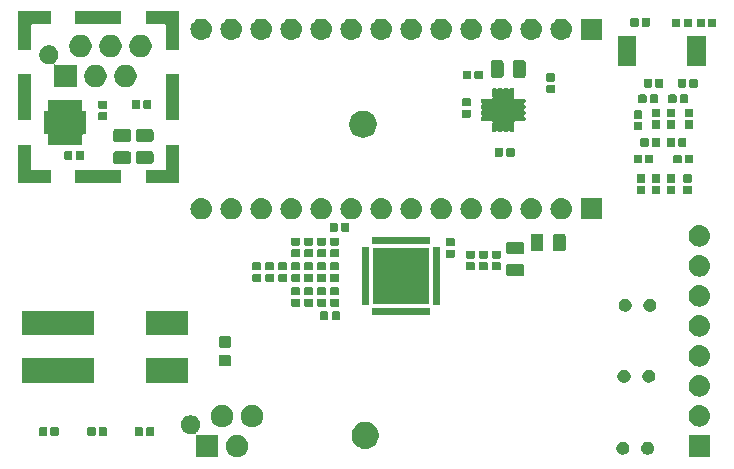
<source format=gbr>
G04 #@! TF.GenerationSoftware,KiCad,Pcbnew,5.1.3-ffb9f22~84~ubuntu18.04.1*
G04 #@! TF.CreationDate,2019-10-12T08:12:31-07:00*
G04 #@! TF.ProjectId,board,626f6172-642e-46b6-9963-61645f706362,rev?*
G04 #@! TF.SameCoordinates,Original*
G04 #@! TF.FileFunction,Soldermask,Bot*
G04 #@! TF.FilePolarity,Negative*
%FSLAX46Y46*%
G04 Gerber Fmt 4.6, Leading zero omitted, Abs format (unit mm)*
G04 Created by KiCad (PCBNEW 5.1.3-ffb9f22~84~ubuntu18.04.1) date 2019-10-12 08:12:31*
%MOMM*%
%LPD*%
G04 APERTURE LIST*
%ADD10C,0.100000*%
G04 APERTURE END LIST*
D10*
G36*
X108128657Y-134549733D02*
G01*
X108274438Y-134610118D01*
X108274439Y-134610119D01*
X108405640Y-134697784D01*
X108517216Y-134809360D01*
X108517217Y-134809362D01*
X108604882Y-134940562D01*
X108665267Y-135086343D01*
X108696050Y-135241102D01*
X108696050Y-135398898D01*
X108665267Y-135553657D01*
X108604882Y-135699438D01*
X108604881Y-135699439D01*
X108517216Y-135830640D01*
X108405640Y-135942216D01*
X108405637Y-135942218D01*
X108402903Y-135944952D01*
X108389912Y-135955614D01*
X108374367Y-135974556D01*
X108362816Y-135996167D01*
X108355703Y-136019616D01*
X108353301Y-136044002D01*
X108355703Y-136068388D01*
X108362816Y-136091837D01*
X108374367Y-136113447D01*
X108389913Y-136132389D01*
X108408855Y-136147934D01*
X108430466Y-136159485D01*
X108453915Y-136166598D01*
X108478300Y-136169000D01*
X110246000Y-136169000D01*
X110246000Y-138071000D01*
X108344000Y-138071000D01*
X108344000Y-136188143D01*
X108341598Y-136163757D01*
X108334485Y-136140308D01*
X108322934Y-136118697D01*
X108307389Y-136099755D01*
X108288447Y-136084210D01*
X108266836Y-136072659D01*
X108243387Y-136065546D01*
X108219001Y-136063144D01*
X108194615Y-136065546D01*
X108171164Y-136072659D01*
X108128658Y-136090266D01*
X108128657Y-136090266D01*
X108128655Y-136090267D01*
X107973898Y-136121050D01*
X107816102Y-136121050D01*
X107661343Y-136090267D01*
X107515562Y-136029882D01*
X107388455Y-135944952D01*
X107384360Y-135942216D01*
X107272784Y-135830640D01*
X107185119Y-135699439D01*
X107185118Y-135699438D01*
X107124733Y-135553657D01*
X107093950Y-135398898D01*
X107093950Y-135241102D01*
X107124733Y-135086343D01*
X107185118Y-134940562D01*
X107272783Y-134809362D01*
X107272784Y-134809360D01*
X107384360Y-134697784D01*
X107515561Y-134610119D01*
X107515562Y-134610118D01*
X107661343Y-134549733D01*
X107816102Y-134518950D01*
X107973898Y-134518950D01*
X108128657Y-134549733D01*
X108128657Y-134549733D01*
G37*
G36*
X112112395Y-136205546D02*
G01*
X112285466Y-136277234D01*
X112285467Y-136277235D01*
X112441227Y-136381310D01*
X112573690Y-136513773D01*
X112626081Y-136592182D01*
X112677766Y-136669534D01*
X112749454Y-136842605D01*
X112786000Y-137026333D01*
X112786000Y-137213667D01*
X112749454Y-137397395D01*
X112677766Y-137570466D01*
X112677765Y-137570467D01*
X112573690Y-137726227D01*
X112441227Y-137858690D01*
X112362818Y-137911081D01*
X112285466Y-137962766D01*
X112112395Y-138034454D01*
X111928667Y-138071000D01*
X111741333Y-138071000D01*
X111557605Y-138034454D01*
X111384534Y-137962766D01*
X111307182Y-137911081D01*
X111228773Y-137858690D01*
X111096310Y-137726227D01*
X110992235Y-137570467D01*
X110992234Y-137570466D01*
X110920546Y-137397395D01*
X110884000Y-137213667D01*
X110884000Y-137026333D01*
X110920546Y-136842605D01*
X110992234Y-136669534D01*
X111043919Y-136592182D01*
X111096310Y-136513773D01*
X111228773Y-136381310D01*
X111384533Y-136277235D01*
X111384534Y-136277234D01*
X111557605Y-136205546D01*
X111741333Y-136169000D01*
X111928667Y-136169000D01*
X112112395Y-136205546D01*
X112112395Y-136205546D01*
G37*
G36*
X151878600Y-138010200D02*
G01*
X150076600Y-138010200D01*
X150076600Y-136208200D01*
X151878600Y-136208200D01*
X151878600Y-138010200D01*
X151878600Y-138010200D01*
G37*
G36*
X146760721Y-136770174D02*
G01*
X146860995Y-136811709D01*
X146860996Y-136811710D01*
X146951242Y-136872010D01*
X147027990Y-136948758D01*
X147027991Y-136948760D01*
X147088291Y-137039005D01*
X147129826Y-137139279D01*
X147151000Y-137245730D01*
X147151000Y-137354270D01*
X147129826Y-137460721D01*
X147088291Y-137560995D01*
X147081962Y-137570467D01*
X147027990Y-137651242D01*
X146951242Y-137727990D01*
X146905812Y-137758345D01*
X146860995Y-137788291D01*
X146760721Y-137829826D01*
X146654270Y-137851000D01*
X146545730Y-137851000D01*
X146439279Y-137829826D01*
X146339005Y-137788291D01*
X146294188Y-137758345D01*
X146248758Y-137727990D01*
X146172010Y-137651242D01*
X146118038Y-137570467D01*
X146111709Y-137560995D01*
X146070174Y-137460721D01*
X146049000Y-137354270D01*
X146049000Y-137245730D01*
X146070174Y-137139279D01*
X146111709Y-137039005D01*
X146172009Y-136948760D01*
X146172010Y-136948758D01*
X146248758Y-136872010D01*
X146339004Y-136811710D01*
X146339005Y-136811709D01*
X146439279Y-136770174D01*
X146545730Y-136749000D01*
X146654270Y-136749000D01*
X146760721Y-136770174D01*
X146760721Y-136770174D01*
G37*
G36*
X144660721Y-136770174D02*
G01*
X144760995Y-136811709D01*
X144760996Y-136811710D01*
X144851242Y-136872010D01*
X144927990Y-136948758D01*
X144927991Y-136948760D01*
X144988291Y-137039005D01*
X145029826Y-137139279D01*
X145051000Y-137245730D01*
X145051000Y-137354270D01*
X145029826Y-137460721D01*
X144988291Y-137560995D01*
X144981962Y-137570467D01*
X144927990Y-137651242D01*
X144851242Y-137727990D01*
X144805812Y-137758345D01*
X144760995Y-137788291D01*
X144660721Y-137829826D01*
X144554270Y-137851000D01*
X144445730Y-137851000D01*
X144339279Y-137829826D01*
X144239005Y-137788291D01*
X144194188Y-137758345D01*
X144148758Y-137727990D01*
X144072010Y-137651242D01*
X144018038Y-137570467D01*
X144011709Y-137560995D01*
X143970174Y-137460721D01*
X143949000Y-137354270D01*
X143949000Y-137245730D01*
X143970174Y-137139279D01*
X144011709Y-137039005D01*
X144072009Y-136948760D01*
X144072010Y-136948758D01*
X144148758Y-136872010D01*
X144239004Y-136811710D01*
X144239005Y-136811709D01*
X144339279Y-136770174D01*
X144445730Y-136749000D01*
X144554270Y-136749000D01*
X144660721Y-136770174D01*
X144660721Y-136770174D01*
G37*
G36*
X122859670Y-135072189D02*
G01*
X123015734Y-135103232D01*
X123163850Y-135164584D01*
X123216102Y-135186227D01*
X123225203Y-135189997D01*
X123413720Y-135315960D01*
X123574040Y-135476280D01*
X123700003Y-135664797D01*
X123768697Y-135830638D01*
X123786768Y-135874267D01*
X123831000Y-136096635D01*
X123831000Y-136323365D01*
X123786768Y-136545733D01*
X123702573Y-136749000D01*
X123700003Y-136755203D01*
X123574040Y-136943720D01*
X123413720Y-137104040D01*
X123225203Y-137230003D01*
X123015734Y-137316768D01*
X122904549Y-137338884D01*
X122793365Y-137361000D01*
X122566635Y-137361000D01*
X122455451Y-137338884D01*
X122344266Y-137316768D01*
X122134797Y-137230003D01*
X121946280Y-137104040D01*
X121785960Y-136943720D01*
X121659997Y-136755203D01*
X121657428Y-136749000D01*
X121573232Y-136545733D01*
X121529000Y-136323365D01*
X121529000Y-136096635D01*
X121573232Y-135874267D01*
X121591304Y-135830638D01*
X121659997Y-135664797D01*
X121785960Y-135476280D01*
X121946280Y-135315960D01*
X122134797Y-135189997D01*
X122143899Y-135186227D01*
X122196150Y-135164584D01*
X122344266Y-135103232D01*
X122500330Y-135072189D01*
X122566635Y-135059000D01*
X122793365Y-135059000D01*
X122859670Y-135072189D01*
X122859670Y-135072189D01*
G37*
G36*
X96641938Y-135531716D02*
G01*
X96662557Y-135537971D01*
X96681553Y-135548124D01*
X96698208Y-135561792D01*
X96711876Y-135578447D01*
X96722029Y-135597443D01*
X96728284Y-135618062D01*
X96731000Y-135645640D01*
X96731000Y-136154360D01*
X96728284Y-136181938D01*
X96722029Y-136202557D01*
X96711876Y-136221553D01*
X96698208Y-136238208D01*
X96681553Y-136251876D01*
X96662557Y-136262029D01*
X96641938Y-136268284D01*
X96614360Y-136271000D01*
X96155640Y-136271000D01*
X96128062Y-136268284D01*
X96107443Y-136262029D01*
X96088447Y-136251876D01*
X96071792Y-136238208D01*
X96058124Y-136221553D01*
X96047971Y-136202557D01*
X96041716Y-136181938D01*
X96039000Y-136154360D01*
X96039000Y-135645640D01*
X96041716Y-135618062D01*
X96047971Y-135597443D01*
X96058124Y-135578447D01*
X96071792Y-135561792D01*
X96088447Y-135548124D01*
X96107443Y-135537971D01*
X96128062Y-135531716D01*
X96155640Y-135529000D01*
X96614360Y-135529000D01*
X96641938Y-135531716D01*
X96641938Y-135531716D01*
G37*
G36*
X95671938Y-135531716D02*
G01*
X95692557Y-135537971D01*
X95711553Y-135548124D01*
X95728208Y-135561792D01*
X95741876Y-135578447D01*
X95752029Y-135597443D01*
X95758284Y-135618062D01*
X95761000Y-135645640D01*
X95761000Y-136154360D01*
X95758284Y-136181938D01*
X95752029Y-136202557D01*
X95741876Y-136221553D01*
X95728208Y-136238208D01*
X95711553Y-136251876D01*
X95692557Y-136262029D01*
X95671938Y-136268284D01*
X95644360Y-136271000D01*
X95185640Y-136271000D01*
X95158062Y-136268284D01*
X95137443Y-136262029D01*
X95118447Y-136251876D01*
X95101792Y-136238208D01*
X95088124Y-136221553D01*
X95077971Y-136202557D01*
X95071716Y-136181938D01*
X95069000Y-136154360D01*
X95069000Y-135645640D01*
X95071716Y-135618062D01*
X95077971Y-135597443D01*
X95088124Y-135578447D01*
X95101792Y-135561792D01*
X95118447Y-135548124D01*
X95137443Y-135537971D01*
X95158062Y-135531716D01*
X95185640Y-135529000D01*
X95644360Y-135529000D01*
X95671938Y-135531716D01*
X95671938Y-135531716D01*
G37*
G36*
X100741938Y-135531716D02*
G01*
X100762557Y-135537971D01*
X100781553Y-135548124D01*
X100798208Y-135561792D01*
X100811876Y-135578447D01*
X100822029Y-135597443D01*
X100828284Y-135618062D01*
X100831000Y-135645640D01*
X100831000Y-136154360D01*
X100828284Y-136181938D01*
X100822029Y-136202557D01*
X100811876Y-136221553D01*
X100798208Y-136238208D01*
X100781553Y-136251876D01*
X100762557Y-136262029D01*
X100741938Y-136268284D01*
X100714360Y-136271000D01*
X100255640Y-136271000D01*
X100228062Y-136268284D01*
X100207443Y-136262029D01*
X100188447Y-136251876D01*
X100171792Y-136238208D01*
X100158124Y-136221553D01*
X100147971Y-136202557D01*
X100141716Y-136181938D01*
X100139000Y-136154360D01*
X100139000Y-135645640D01*
X100141716Y-135618062D01*
X100147971Y-135597443D01*
X100158124Y-135578447D01*
X100171792Y-135561792D01*
X100188447Y-135548124D01*
X100207443Y-135537971D01*
X100228062Y-135531716D01*
X100255640Y-135529000D01*
X100714360Y-135529000D01*
X100741938Y-135531716D01*
X100741938Y-135531716D01*
G37*
G36*
X99771938Y-135531716D02*
G01*
X99792557Y-135537971D01*
X99811553Y-135548124D01*
X99828208Y-135561792D01*
X99841876Y-135578447D01*
X99852029Y-135597443D01*
X99858284Y-135618062D01*
X99861000Y-135645640D01*
X99861000Y-136154360D01*
X99858284Y-136181938D01*
X99852029Y-136202557D01*
X99841876Y-136221553D01*
X99828208Y-136238208D01*
X99811553Y-136251876D01*
X99792557Y-136262029D01*
X99771938Y-136268284D01*
X99744360Y-136271000D01*
X99285640Y-136271000D01*
X99258062Y-136268284D01*
X99237443Y-136262029D01*
X99218447Y-136251876D01*
X99201792Y-136238208D01*
X99188124Y-136221553D01*
X99177971Y-136202557D01*
X99171716Y-136181938D01*
X99169000Y-136154360D01*
X99169000Y-135645640D01*
X99171716Y-135618062D01*
X99177971Y-135597443D01*
X99188124Y-135578447D01*
X99201792Y-135561792D01*
X99218447Y-135548124D01*
X99237443Y-135537971D01*
X99258062Y-135531716D01*
X99285640Y-135529000D01*
X99744360Y-135529000D01*
X99771938Y-135531716D01*
X99771938Y-135531716D01*
G37*
G36*
X103771938Y-135531716D02*
G01*
X103792557Y-135537971D01*
X103811553Y-135548124D01*
X103828208Y-135561792D01*
X103841876Y-135578447D01*
X103852029Y-135597443D01*
X103858284Y-135618062D01*
X103861000Y-135645640D01*
X103861000Y-136154360D01*
X103858284Y-136181938D01*
X103852029Y-136202557D01*
X103841876Y-136221553D01*
X103828208Y-136238208D01*
X103811553Y-136251876D01*
X103792557Y-136262029D01*
X103771938Y-136268284D01*
X103744360Y-136271000D01*
X103285640Y-136271000D01*
X103258062Y-136268284D01*
X103237443Y-136262029D01*
X103218447Y-136251876D01*
X103201792Y-136238208D01*
X103188124Y-136221553D01*
X103177971Y-136202557D01*
X103171716Y-136181938D01*
X103169000Y-136154360D01*
X103169000Y-135645640D01*
X103171716Y-135618062D01*
X103177971Y-135597443D01*
X103188124Y-135578447D01*
X103201792Y-135561792D01*
X103218447Y-135548124D01*
X103237443Y-135537971D01*
X103258062Y-135531716D01*
X103285640Y-135529000D01*
X103744360Y-135529000D01*
X103771938Y-135531716D01*
X103771938Y-135531716D01*
G37*
G36*
X104741938Y-135531716D02*
G01*
X104762557Y-135537971D01*
X104781553Y-135548124D01*
X104798208Y-135561792D01*
X104811876Y-135578447D01*
X104822029Y-135597443D01*
X104828284Y-135618062D01*
X104831000Y-135645640D01*
X104831000Y-136154360D01*
X104828284Y-136181938D01*
X104822029Y-136202557D01*
X104811876Y-136221553D01*
X104798208Y-136238208D01*
X104781553Y-136251876D01*
X104762557Y-136262029D01*
X104741938Y-136268284D01*
X104714360Y-136271000D01*
X104255640Y-136271000D01*
X104228062Y-136268284D01*
X104207443Y-136262029D01*
X104188447Y-136251876D01*
X104171792Y-136238208D01*
X104158124Y-136221553D01*
X104147971Y-136202557D01*
X104141716Y-136181938D01*
X104139000Y-136154360D01*
X104139000Y-135645640D01*
X104141716Y-135618062D01*
X104147971Y-135597443D01*
X104158124Y-135578447D01*
X104171792Y-135561792D01*
X104188447Y-135548124D01*
X104207443Y-135537971D01*
X104228062Y-135531716D01*
X104255640Y-135529000D01*
X104714360Y-135529000D01*
X104741938Y-135531716D01*
X104741938Y-135531716D01*
G37*
G36*
X113382395Y-133665546D02*
G01*
X113555466Y-133737234D01*
X113555467Y-133737235D01*
X113711227Y-133841310D01*
X113843690Y-133973773D01*
X113843691Y-133973775D01*
X113947766Y-134129534D01*
X114019454Y-134302605D01*
X114056000Y-134486333D01*
X114056000Y-134673667D01*
X114019454Y-134857395D01*
X113947766Y-135030466D01*
X113919886Y-135072191D01*
X113843690Y-135186227D01*
X113711227Y-135318690D01*
X113632818Y-135371081D01*
X113555466Y-135422766D01*
X113382395Y-135494454D01*
X113198667Y-135531000D01*
X113011333Y-135531000D01*
X112827605Y-135494454D01*
X112654534Y-135422766D01*
X112577182Y-135371081D01*
X112498773Y-135318690D01*
X112366310Y-135186227D01*
X112290114Y-135072191D01*
X112262234Y-135030466D01*
X112190546Y-134857395D01*
X112154000Y-134673667D01*
X112154000Y-134486333D01*
X112190546Y-134302605D01*
X112262234Y-134129534D01*
X112366309Y-133973775D01*
X112366310Y-133973773D01*
X112498773Y-133841310D01*
X112654533Y-133737235D01*
X112654534Y-133737234D01*
X112827605Y-133665546D01*
X113011333Y-133629000D01*
X113198667Y-133629000D01*
X113382395Y-133665546D01*
X113382395Y-133665546D01*
G37*
G36*
X110842395Y-133665546D02*
G01*
X111015466Y-133737234D01*
X111015467Y-133737235D01*
X111171227Y-133841310D01*
X111303690Y-133973773D01*
X111303691Y-133973775D01*
X111407766Y-134129534D01*
X111479454Y-134302605D01*
X111516000Y-134486333D01*
X111516000Y-134673667D01*
X111479454Y-134857395D01*
X111407766Y-135030466D01*
X111379886Y-135072191D01*
X111303690Y-135186227D01*
X111171227Y-135318690D01*
X111092818Y-135371081D01*
X111015466Y-135422766D01*
X110842395Y-135494454D01*
X110658667Y-135531000D01*
X110471333Y-135531000D01*
X110287605Y-135494454D01*
X110114534Y-135422766D01*
X110037182Y-135371081D01*
X109958773Y-135318690D01*
X109826310Y-135186227D01*
X109750114Y-135072191D01*
X109722234Y-135030466D01*
X109650546Y-134857395D01*
X109614000Y-134673667D01*
X109614000Y-134486333D01*
X109650546Y-134302605D01*
X109722234Y-134129534D01*
X109826309Y-133973775D01*
X109826310Y-133973773D01*
X109958773Y-133841310D01*
X110114533Y-133737235D01*
X110114534Y-133737234D01*
X110287605Y-133665546D01*
X110471333Y-133629000D01*
X110658667Y-133629000D01*
X110842395Y-133665546D01*
X110842395Y-133665546D01*
G37*
G36*
X151088042Y-133674718D02*
G01*
X151154227Y-133681237D01*
X151324066Y-133732757D01*
X151480591Y-133816422D01*
X151510916Y-133841309D01*
X151617786Y-133929014D01*
X151701048Y-134030471D01*
X151730378Y-134066209D01*
X151814043Y-134222734D01*
X151865563Y-134392573D01*
X151882959Y-134569200D01*
X151865563Y-134745827D01*
X151814043Y-134915666D01*
X151730378Y-135072191D01*
X151704903Y-135103232D01*
X151617786Y-135209386D01*
X151516329Y-135292648D01*
X151480591Y-135321978D01*
X151324066Y-135405643D01*
X151154227Y-135457163D01*
X151088042Y-135463682D01*
X151021860Y-135470200D01*
X150933340Y-135470200D01*
X150867158Y-135463682D01*
X150800973Y-135457163D01*
X150631134Y-135405643D01*
X150474609Y-135321978D01*
X150438871Y-135292648D01*
X150337414Y-135209386D01*
X150250297Y-135103232D01*
X150224822Y-135072191D01*
X150141157Y-134915666D01*
X150089637Y-134745827D01*
X150072241Y-134569200D01*
X150089637Y-134392573D01*
X150141157Y-134222734D01*
X150224822Y-134066209D01*
X150254152Y-134030471D01*
X150337414Y-133929014D01*
X150444284Y-133841309D01*
X150474609Y-133816422D01*
X150631134Y-133732757D01*
X150800973Y-133681237D01*
X150867158Y-133674718D01*
X150933340Y-133668200D01*
X151021860Y-133668200D01*
X151088042Y-133674718D01*
X151088042Y-133674718D01*
G37*
G36*
X151088042Y-131134718D02*
G01*
X151154227Y-131141237D01*
X151324066Y-131192757D01*
X151480591Y-131276422D01*
X151516329Y-131305752D01*
X151617786Y-131389014D01*
X151676858Y-131460995D01*
X151730378Y-131526209D01*
X151772211Y-131604472D01*
X151784782Y-131627990D01*
X151814043Y-131682734D01*
X151865563Y-131852573D01*
X151882959Y-132029200D01*
X151865563Y-132205827D01*
X151814043Y-132375666D01*
X151730378Y-132532191D01*
X151701048Y-132567929D01*
X151617786Y-132669386D01*
X151516329Y-132752648D01*
X151480591Y-132781978D01*
X151324066Y-132865643D01*
X151154227Y-132917163D01*
X151088042Y-132923682D01*
X151021860Y-132930200D01*
X150933340Y-132930200D01*
X150867158Y-132923682D01*
X150800973Y-132917163D01*
X150631134Y-132865643D01*
X150474609Y-132781978D01*
X150438871Y-132752648D01*
X150337414Y-132669386D01*
X150254152Y-132567929D01*
X150224822Y-132532191D01*
X150141157Y-132375666D01*
X150089637Y-132205827D01*
X150072241Y-132029200D01*
X150089637Y-131852573D01*
X150141157Y-131682734D01*
X150170419Y-131627990D01*
X150182989Y-131604472D01*
X150224822Y-131526209D01*
X150278342Y-131460995D01*
X150337414Y-131389014D01*
X150438871Y-131305752D01*
X150474609Y-131276422D01*
X150631134Y-131192757D01*
X150800973Y-131141237D01*
X150867158Y-131134718D01*
X150933340Y-131128200D01*
X151021860Y-131128200D01*
X151088042Y-131134718D01*
X151088042Y-131134718D01*
G37*
G36*
X107701000Y-131751000D02*
G01*
X104099000Y-131751000D01*
X104099000Y-129649000D01*
X107701000Y-129649000D01*
X107701000Y-131751000D01*
X107701000Y-131751000D01*
G37*
G36*
X144760721Y-130670174D02*
G01*
X144860995Y-130711709D01*
X144860996Y-130711710D01*
X144951242Y-130772010D01*
X145027990Y-130848758D01*
X145027991Y-130848760D01*
X145088291Y-130939005D01*
X145129826Y-131039279D01*
X145151000Y-131145730D01*
X145151000Y-131254270D01*
X145129826Y-131360721D01*
X145088291Y-131460995D01*
X145088290Y-131460996D01*
X145027990Y-131551242D01*
X144951242Y-131627990D01*
X144905812Y-131658345D01*
X144860995Y-131688291D01*
X144760721Y-131729826D01*
X144654270Y-131751000D01*
X144545730Y-131751000D01*
X144439279Y-131729826D01*
X144339005Y-131688291D01*
X144294188Y-131658345D01*
X144248758Y-131627990D01*
X144172010Y-131551242D01*
X144111710Y-131460996D01*
X144111709Y-131460995D01*
X144070174Y-131360721D01*
X144049000Y-131254270D01*
X144049000Y-131145730D01*
X144070174Y-131039279D01*
X144111709Y-130939005D01*
X144172009Y-130848760D01*
X144172010Y-130848758D01*
X144248758Y-130772010D01*
X144339004Y-130711710D01*
X144339005Y-130711709D01*
X144439279Y-130670174D01*
X144545730Y-130649000D01*
X144654270Y-130649000D01*
X144760721Y-130670174D01*
X144760721Y-130670174D01*
G37*
G36*
X146860721Y-130670174D02*
G01*
X146960995Y-130711709D01*
X146960996Y-130711710D01*
X147051242Y-130772010D01*
X147127990Y-130848758D01*
X147127991Y-130848760D01*
X147188291Y-130939005D01*
X147229826Y-131039279D01*
X147251000Y-131145730D01*
X147251000Y-131254270D01*
X147229826Y-131360721D01*
X147188291Y-131460995D01*
X147188290Y-131460996D01*
X147127990Y-131551242D01*
X147051242Y-131627990D01*
X147005812Y-131658345D01*
X146960995Y-131688291D01*
X146860721Y-131729826D01*
X146754270Y-131751000D01*
X146645730Y-131751000D01*
X146539279Y-131729826D01*
X146439005Y-131688291D01*
X146394188Y-131658345D01*
X146348758Y-131627990D01*
X146272010Y-131551242D01*
X146211710Y-131460996D01*
X146211709Y-131460995D01*
X146170174Y-131360721D01*
X146149000Y-131254270D01*
X146149000Y-131145730D01*
X146170174Y-131039279D01*
X146211709Y-130939005D01*
X146272009Y-130848760D01*
X146272010Y-130848758D01*
X146348758Y-130772010D01*
X146439004Y-130711710D01*
X146439005Y-130711709D01*
X146539279Y-130670174D01*
X146645730Y-130649000D01*
X146754270Y-130649000D01*
X146860721Y-130670174D01*
X146860721Y-130670174D01*
G37*
G36*
X99701000Y-131751000D02*
G01*
X93599000Y-131751000D01*
X93599000Y-129649000D01*
X99701000Y-129649000D01*
X99701000Y-131751000D01*
X99701000Y-131751000D01*
G37*
G36*
X151088043Y-128594719D02*
G01*
X151154227Y-128601237D01*
X151324066Y-128652757D01*
X151480591Y-128736422D01*
X151493893Y-128747339D01*
X151617786Y-128849014D01*
X151701048Y-128950471D01*
X151730378Y-128986209D01*
X151814043Y-129142734D01*
X151865563Y-129312573D01*
X151882959Y-129489200D01*
X151865563Y-129665827D01*
X151814043Y-129835666D01*
X151730378Y-129992191D01*
X151701048Y-130027929D01*
X151617786Y-130129386D01*
X151516329Y-130212648D01*
X151480591Y-130241978D01*
X151324066Y-130325643D01*
X151154227Y-130377163D01*
X151088042Y-130383682D01*
X151021860Y-130390200D01*
X150933340Y-130390200D01*
X150867158Y-130383682D01*
X150800973Y-130377163D01*
X150631134Y-130325643D01*
X150474609Y-130241978D01*
X150438871Y-130212648D01*
X150337414Y-130129386D01*
X150254152Y-130027929D01*
X150224822Y-129992191D01*
X150141157Y-129835666D01*
X150089637Y-129665827D01*
X150072241Y-129489200D01*
X150089637Y-129312573D01*
X150141157Y-129142734D01*
X150224822Y-128986209D01*
X150254152Y-128950471D01*
X150337414Y-128849014D01*
X150461307Y-128747339D01*
X150474609Y-128736422D01*
X150631134Y-128652757D01*
X150800973Y-128601237D01*
X150867157Y-128594719D01*
X150933340Y-128588200D01*
X151021860Y-128588200D01*
X151088043Y-128594719D01*
X151088043Y-128594719D01*
G37*
G36*
X111179591Y-129403085D02*
G01*
X111213569Y-129413393D01*
X111244890Y-129430134D01*
X111272339Y-129452661D01*
X111294866Y-129480110D01*
X111311607Y-129511431D01*
X111321915Y-129545409D01*
X111326000Y-129586890D01*
X111326000Y-130188110D01*
X111321915Y-130229591D01*
X111311607Y-130263569D01*
X111294866Y-130294890D01*
X111272339Y-130322339D01*
X111244890Y-130344866D01*
X111213569Y-130361607D01*
X111179591Y-130371915D01*
X111138110Y-130376000D01*
X110461890Y-130376000D01*
X110420409Y-130371915D01*
X110386431Y-130361607D01*
X110355110Y-130344866D01*
X110327661Y-130322339D01*
X110305134Y-130294890D01*
X110288393Y-130263569D01*
X110278085Y-130229591D01*
X110274000Y-130188110D01*
X110274000Y-129586890D01*
X110278085Y-129545409D01*
X110288393Y-129511431D01*
X110305134Y-129480110D01*
X110327661Y-129452661D01*
X110355110Y-129430134D01*
X110386431Y-129413393D01*
X110420409Y-129403085D01*
X110461890Y-129399000D01*
X111138110Y-129399000D01*
X111179591Y-129403085D01*
X111179591Y-129403085D01*
G37*
G36*
X111179591Y-127828085D02*
G01*
X111213569Y-127838393D01*
X111244890Y-127855134D01*
X111272339Y-127877661D01*
X111294866Y-127905110D01*
X111311607Y-127936431D01*
X111321915Y-127970409D01*
X111326000Y-128011890D01*
X111326000Y-128613110D01*
X111321915Y-128654591D01*
X111311607Y-128688569D01*
X111294866Y-128719890D01*
X111272339Y-128747339D01*
X111244890Y-128769866D01*
X111213569Y-128786607D01*
X111179591Y-128796915D01*
X111138110Y-128801000D01*
X110461890Y-128801000D01*
X110420409Y-128796915D01*
X110386431Y-128786607D01*
X110355110Y-128769866D01*
X110327661Y-128747339D01*
X110305134Y-128719890D01*
X110288393Y-128688569D01*
X110278085Y-128654591D01*
X110274000Y-128613110D01*
X110274000Y-128011890D01*
X110278085Y-127970409D01*
X110288393Y-127936431D01*
X110305134Y-127905110D01*
X110327661Y-127877661D01*
X110355110Y-127855134D01*
X110386431Y-127838393D01*
X110420409Y-127828085D01*
X110461890Y-127824000D01*
X111138110Y-127824000D01*
X111179591Y-127828085D01*
X111179591Y-127828085D01*
G37*
G36*
X151088042Y-126054718D02*
G01*
X151154227Y-126061237D01*
X151324066Y-126112757D01*
X151480591Y-126196422D01*
X151516329Y-126225752D01*
X151617786Y-126309014D01*
X151701048Y-126410471D01*
X151730378Y-126446209D01*
X151814043Y-126602734D01*
X151865563Y-126772573D01*
X151882959Y-126949200D01*
X151865563Y-127125827D01*
X151814043Y-127295666D01*
X151730378Y-127452191D01*
X151701048Y-127487929D01*
X151617786Y-127589386D01*
X151516329Y-127672648D01*
X151480591Y-127701978D01*
X151324066Y-127785643D01*
X151154227Y-127837163D01*
X151088042Y-127843682D01*
X151021860Y-127850200D01*
X150933340Y-127850200D01*
X150867158Y-127843682D01*
X150800973Y-127837163D01*
X150631134Y-127785643D01*
X150474609Y-127701978D01*
X150438871Y-127672648D01*
X150337414Y-127589386D01*
X150254152Y-127487929D01*
X150224822Y-127452191D01*
X150141157Y-127295666D01*
X150089637Y-127125827D01*
X150072241Y-126949200D01*
X150089637Y-126772573D01*
X150141157Y-126602734D01*
X150224822Y-126446209D01*
X150254152Y-126410471D01*
X150337414Y-126309014D01*
X150438871Y-126225752D01*
X150474609Y-126196422D01*
X150631134Y-126112757D01*
X150800973Y-126061237D01*
X150867158Y-126054718D01*
X150933340Y-126048200D01*
X151021860Y-126048200D01*
X151088042Y-126054718D01*
X151088042Y-126054718D01*
G37*
G36*
X99701000Y-127751000D02*
G01*
X93599000Y-127751000D01*
X93599000Y-125649000D01*
X99701000Y-125649000D01*
X99701000Y-127751000D01*
X99701000Y-127751000D01*
G37*
G36*
X107701000Y-127751000D02*
G01*
X104099000Y-127751000D01*
X104099000Y-125649000D01*
X107701000Y-125649000D01*
X107701000Y-127751000D01*
X107701000Y-127751000D01*
G37*
G36*
X119471938Y-125731716D02*
G01*
X119492557Y-125737971D01*
X119511553Y-125748124D01*
X119528208Y-125761792D01*
X119541876Y-125778447D01*
X119552029Y-125797443D01*
X119558284Y-125818062D01*
X119561000Y-125845640D01*
X119561000Y-126354360D01*
X119558284Y-126381938D01*
X119552029Y-126402557D01*
X119541876Y-126421553D01*
X119528208Y-126438208D01*
X119511553Y-126451876D01*
X119492557Y-126462029D01*
X119471938Y-126468284D01*
X119444360Y-126471000D01*
X118985640Y-126471000D01*
X118958062Y-126468284D01*
X118937443Y-126462029D01*
X118918447Y-126451876D01*
X118901792Y-126438208D01*
X118888124Y-126421553D01*
X118877971Y-126402557D01*
X118871716Y-126381938D01*
X118869000Y-126354360D01*
X118869000Y-125845640D01*
X118871716Y-125818062D01*
X118877971Y-125797443D01*
X118888124Y-125778447D01*
X118901792Y-125761792D01*
X118918447Y-125748124D01*
X118937443Y-125737971D01*
X118958062Y-125731716D01*
X118985640Y-125729000D01*
X119444360Y-125729000D01*
X119471938Y-125731716D01*
X119471938Y-125731716D01*
G37*
G36*
X120441938Y-125731716D02*
G01*
X120462557Y-125737971D01*
X120481553Y-125748124D01*
X120498208Y-125761792D01*
X120511876Y-125778447D01*
X120522029Y-125797443D01*
X120528284Y-125818062D01*
X120531000Y-125845640D01*
X120531000Y-126354360D01*
X120528284Y-126381938D01*
X120522029Y-126402557D01*
X120511876Y-126421553D01*
X120498208Y-126438208D01*
X120481553Y-126451876D01*
X120462557Y-126462029D01*
X120441938Y-126468284D01*
X120414360Y-126471000D01*
X119955640Y-126471000D01*
X119928062Y-126468284D01*
X119907443Y-126462029D01*
X119888447Y-126451876D01*
X119871792Y-126438208D01*
X119858124Y-126421553D01*
X119847971Y-126402557D01*
X119841716Y-126381938D01*
X119839000Y-126354360D01*
X119839000Y-125845640D01*
X119841716Y-125818062D01*
X119847971Y-125797443D01*
X119858124Y-125778447D01*
X119871792Y-125761792D01*
X119888447Y-125748124D01*
X119907443Y-125737971D01*
X119928062Y-125731716D01*
X119955640Y-125729000D01*
X120414360Y-125729000D01*
X120441938Y-125731716D01*
X120441938Y-125731716D01*
G37*
G36*
X128165000Y-126022000D02*
G01*
X123263000Y-126022000D01*
X123263000Y-125420000D01*
X128165000Y-125420000D01*
X128165000Y-126022000D01*
X128165000Y-126022000D01*
G37*
G36*
X146960721Y-124670174D02*
G01*
X147060995Y-124711709D01*
X147060996Y-124711710D01*
X147151242Y-124772010D01*
X147227990Y-124848758D01*
X147227991Y-124848760D01*
X147288291Y-124939005D01*
X147329826Y-125039279D01*
X147351000Y-125145730D01*
X147351000Y-125254270D01*
X147329826Y-125360721D01*
X147288291Y-125460995D01*
X147288290Y-125460996D01*
X147227990Y-125551242D01*
X147151242Y-125627990D01*
X147119798Y-125649000D01*
X147060995Y-125688291D01*
X146960721Y-125729826D01*
X146854270Y-125751000D01*
X146745730Y-125751000D01*
X146639279Y-125729826D01*
X146539005Y-125688291D01*
X146480202Y-125649000D01*
X146448758Y-125627990D01*
X146372010Y-125551242D01*
X146311710Y-125460996D01*
X146311709Y-125460995D01*
X146270174Y-125360721D01*
X146249000Y-125254270D01*
X146249000Y-125145730D01*
X146270174Y-125039279D01*
X146311709Y-124939005D01*
X146372009Y-124848760D01*
X146372010Y-124848758D01*
X146448758Y-124772010D01*
X146539004Y-124711710D01*
X146539005Y-124711709D01*
X146639279Y-124670174D01*
X146745730Y-124649000D01*
X146854270Y-124649000D01*
X146960721Y-124670174D01*
X146960721Y-124670174D01*
G37*
G36*
X144860721Y-124670174D02*
G01*
X144960995Y-124711709D01*
X144960996Y-124711710D01*
X145051242Y-124772010D01*
X145127990Y-124848758D01*
X145127991Y-124848760D01*
X145188291Y-124939005D01*
X145229826Y-125039279D01*
X145251000Y-125145730D01*
X145251000Y-125254270D01*
X145229826Y-125360721D01*
X145188291Y-125460995D01*
X145188290Y-125460996D01*
X145127990Y-125551242D01*
X145051242Y-125627990D01*
X145019798Y-125649000D01*
X144960995Y-125688291D01*
X144860721Y-125729826D01*
X144754270Y-125751000D01*
X144645730Y-125751000D01*
X144539279Y-125729826D01*
X144439005Y-125688291D01*
X144380202Y-125649000D01*
X144348758Y-125627990D01*
X144272010Y-125551242D01*
X144211710Y-125460996D01*
X144211709Y-125460995D01*
X144170174Y-125360721D01*
X144149000Y-125254270D01*
X144149000Y-125145730D01*
X144170174Y-125039279D01*
X144211709Y-124939005D01*
X144272009Y-124848760D01*
X144272010Y-124848758D01*
X144348758Y-124772010D01*
X144439004Y-124711710D01*
X144439005Y-124711709D01*
X144539279Y-124670174D01*
X144645730Y-124649000D01*
X144754270Y-124649000D01*
X144860721Y-124670174D01*
X144860721Y-124670174D01*
G37*
G36*
X117081938Y-124641716D02*
G01*
X117102557Y-124647971D01*
X117121553Y-124658124D01*
X117138208Y-124671792D01*
X117151876Y-124688447D01*
X117162029Y-124707443D01*
X117168284Y-124728062D01*
X117171000Y-124755640D01*
X117171000Y-125214360D01*
X117168284Y-125241938D01*
X117162029Y-125262557D01*
X117151876Y-125281553D01*
X117138208Y-125298208D01*
X117121553Y-125311876D01*
X117102557Y-125322029D01*
X117081938Y-125328284D01*
X117054360Y-125331000D01*
X116545640Y-125331000D01*
X116518062Y-125328284D01*
X116497443Y-125322029D01*
X116478447Y-125311876D01*
X116461792Y-125298208D01*
X116448124Y-125281553D01*
X116437971Y-125262557D01*
X116431716Y-125241938D01*
X116429000Y-125214360D01*
X116429000Y-124755640D01*
X116431716Y-124728062D01*
X116437971Y-124707443D01*
X116448124Y-124688447D01*
X116461792Y-124671792D01*
X116478447Y-124658124D01*
X116497443Y-124647971D01*
X116518062Y-124641716D01*
X116545640Y-124639000D01*
X117054360Y-124639000D01*
X117081938Y-124641716D01*
X117081938Y-124641716D01*
G37*
G36*
X120381938Y-124641716D02*
G01*
X120402557Y-124647971D01*
X120421553Y-124658124D01*
X120438208Y-124671792D01*
X120451876Y-124688447D01*
X120462029Y-124707443D01*
X120468284Y-124728062D01*
X120471000Y-124755640D01*
X120471000Y-125214360D01*
X120468284Y-125241938D01*
X120462029Y-125262557D01*
X120451876Y-125281553D01*
X120438208Y-125298208D01*
X120421553Y-125311876D01*
X120402557Y-125322029D01*
X120381938Y-125328284D01*
X120354360Y-125331000D01*
X119845640Y-125331000D01*
X119818062Y-125328284D01*
X119797443Y-125322029D01*
X119778447Y-125311876D01*
X119761792Y-125298208D01*
X119748124Y-125281553D01*
X119737971Y-125262557D01*
X119731716Y-125241938D01*
X119729000Y-125214360D01*
X119729000Y-124755640D01*
X119731716Y-124728062D01*
X119737971Y-124707443D01*
X119748124Y-124688447D01*
X119761792Y-124671792D01*
X119778447Y-124658124D01*
X119797443Y-124647971D01*
X119818062Y-124641716D01*
X119845640Y-124639000D01*
X120354360Y-124639000D01*
X120381938Y-124641716D01*
X120381938Y-124641716D01*
G37*
G36*
X119281938Y-124641716D02*
G01*
X119302557Y-124647971D01*
X119321553Y-124658124D01*
X119338208Y-124671792D01*
X119351876Y-124688447D01*
X119362029Y-124707443D01*
X119368284Y-124728062D01*
X119371000Y-124755640D01*
X119371000Y-125214360D01*
X119368284Y-125241938D01*
X119362029Y-125262557D01*
X119351876Y-125281553D01*
X119338208Y-125298208D01*
X119321553Y-125311876D01*
X119302557Y-125322029D01*
X119281938Y-125328284D01*
X119254360Y-125331000D01*
X118745640Y-125331000D01*
X118718062Y-125328284D01*
X118697443Y-125322029D01*
X118678447Y-125311876D01*
X118661792Y-125298208D01*
X118648124Y-125281553D01*
X118637971Y-125262557D01*
X118631716Y-125241938D01*
X118629000Y-125214360D01*
X118629000Y-124755640D01*
X118631716Y-124728062D01*
X118637971Y-124707443D01*
X118648124Y-124688447D01*
X118661792Y-124671792D01*
X118678447Y-124658124D01*
X118697443Y-124647971D01*
X118718062Y-124641716D01*
X118745640Y-124639000D01*
X119254360Y-124639000D01*
X119281938Y-124641716D01*
X119281938Y-124641716D01*
G37*
G36*
X118181938Y-124641716D02*
G01*
X118202557Y-124647971D01*
X118221553Y-124658124D01*
X118238208Y-124671792D01*
X118251876Y-124688447D01*
X118262029Y-124707443D01*
X118268284Y-124728062D01*
X118271000Y-124755640D01*
X118271000Y-125214360D01*
X118268284Y-125241938D01*
X118262029Y-125262557D01*
X118251876Y-125281553D01*
X118238208Y-125298208D01*
X118221553Y-125311876D01*
X118202557Y-125322029D01*
X118181938Y-125328284D01*
X118154360Y-125331000D01*
X117645640Y-125331000D01*
X117618062Y-125328284D01*
X117597443Y-125322029D01*
X117578447Y-125311876D01*
X117561792Y-125298208D01*
X117548124Y-125281553D01*
X117537971Y-125262557D01*
X117531716Y-125241938D01*
X117529000Y-125214360D01*
X117529000Y-124755640D01*
X117531716Y-124728062D01*
X117537971Y-124707443D01*
X117548124Y-124688447D01*
X117561792Y-124671792D01*
X117578447Y-124658124D01*
X117597443Y-124647971D01*
X117618062Y-124641716D01*
X117645640Y-124639000D01*
X118154360Y-124639000D01*
X118181938Y-124641716D01*
X118181938Y-124641716D01*
G37*
G36*
X151088042Y-123514718D02*
G01*
X151154227Y-123521237D01*
X151324066Y-123572757D01*
X151480591Y-123656422D01*
X151516329Y-123685752D01*
X151617786Y-123769014D01*
X151677683Y-123842000D01*
X151730378Y-123906209D01*
X151814043Y-124062734D01*
X151865563Y-124232573D01*
X151882959Y-124409200D01*
X151865563Y-124585827D01*
X151814043Y-124755666D01*
X151730378Y-124912191D01*
X151708373Y-124939004D01*
X151617786Y-125049386D01*
X151516329Y-125132648D01*
X151480591Y-125161978D01*
X151324066Y-125245643D01*
X151154227Y-125297163D01*
X151106699Y-125301844D01*
X151021860Y-125310200D01*
X150933340Y-125310200D01*
X150848501Y-125301844D01*
X150800973Y-125297163D01*
X150631134Y-125245643D01*
X150474609Y-125161978D01*
X150438871Y-125132648D01*
X150337414Y-125049386D01*
X150246827Y-124939004D01*
X150224822Y-124912191D01*
X150141157Y-124755666D01*
X150089637Y-124585827D01*
X150072241Y-124409200D01*
X150089637Y-124232573D01*
X150141157Y-124062734D01*
X150224822Y-123906209D01*
X150277517Y-123842000D01*
X150337414Y-123769014D01*
X150438871Y-123685752D01*
X150474609Y-123656422D01*
X150631134Y-123572757D01*
X150800973Y-123521237D01*
X150867158Y-123514718D01*
X150933340Y-123508200D01*
X151021860Y-123508200D01*
X151088042Y-123514718D01*
X151088042Y-123514718D01*
G37*
G36*
X123015000Y-125172000D02*
G01*
X122413000Y-125172000D01*
X122413000Y-120270000D01*
X123015000Y-120270000D01*
X123015000Y-125172000D01*
X123015000Y-125172000D01*
G37*
G36*
X129015000Y-125172000D02*
G01*
X128413000Y-125172000D01*
X128413000Y-120270000D01*
X129015000Y-120270000D01*
X129015000Y-125172000D01*
X129015000Y-125172000D01*
G37*
G36*
X128065000Y-125072000D02*
G01*
X123363000Y-125072000D01*
X123363000Y-120370000D01*
X128065000Y-120370000D01*
X128065000Y-125072000D01*
X128065000Y-125072000D01*
G37*
G36*
X119281938Y-123671716D02*
G01*
X119302557Y-123677971D01*
X119321553Y-123688124D01*
X119338208Y-123701792D01*
X119351876Y-123718447D01*
X119362029Y-123737443D01*
X119368284Y-123758062D01*
X119371000Y-123785640D01*
X119371000Y-124244360D01*
X119368284Y-124271938D01*
X119362029Y-124292557D01*
X119351876Y-124311553D01*
X119338208Y-124328208D01*
X119321553Y-124341876D01*
X119302557Y-124352029D01*
X119281938Y-124358284D01*
X119254360Y-124361000D01*
X118745640Y-124361000D01*
X118718062Y-124358284D01*
X118697443Y-124352029D01*
X118678447Y-124341876D01*
X118661792Y-124328208D01*
X118648124Y-124311553D01*
X118637971Y-124292557D01*
X118631716Y-124271938D01*
X118629000Y-124244360D01*
X118629000Y-123785640D01*
X118631716Y-123758062D01*
X118637971Y-123737443D01*
X118648124Y-123718447D01*
X118661792Y-123701792D01*
X118678447Y-123688124D01*
X118697443Y-123677971D01*
X118718062Y-123671716D01*
X118745640Y-123669000D01*
X119254360Y-123669000D01*
X119281938Y-123671716D01*
X119281938Y-123671716D01*
G37*
G36*
X120381938Y-123671716D02*
G01*
X120402557Y-123677971D01*
X120421553Y-123688124D01*
X120438208Y-123701792D01*
X120451876Y-123718447D01*
X120462029Y-123737443D01*
X120468284Y-123758062D01*
X120471000Y-123785640D01*
X120471000Y-124244360D01*
X120468284Y-124271938D01*
X120462029Y-124292557D01*
X120451876Y-124311553D01*
X120438208Y-124328208D01*
X120421553Y-124341876D01*
X120402557Y-124352029D01*
X120381938Y-124358284D01*
X120354360Y-124361000D01*
X119845640Y-124361000D01*
X119818062Y-124358284D01*
X119797443Y-124352029D01*
X119778447Y-124341876D01*
X119761792Y-124328208D01*
X119748124Y-124311553D01*
X119737971Y-124292557D01*
X119731716Y-124271938D01*
X119729000Y-124244360D01*
X119729000Y-123785640D01*
X119731716Y-123758062D01*
X119737971Y-123737443D01*
X119748124Y-123718447D01*
X119761792Y-123701792D01*
X119778447Y-123688124D01*
X119797443Y-123677971D01*
X119818062Y-123671716D01*
X119845640Y-123669000D01*
X120354360Y-123669000D01*
X120381938Y-123671716D01*
X120381938Y-123671716D01*
G37*
G36*
X118181938Y-123671716D02*
G01*
X118202557Y-123677971D01*
X118221553Y-123688124D01*
X118238208Y-123701792D01*
X118251876Y-123718447D01*
X118262029Y-123737443D01*
X118268284Y-123758062D01*
X118271000Y-123785640D01*
X118271000Y-124244360D01*
X118268284Y-124271938D01*
X118262029Y-124292557D01*
X118251876Y-124311553D01*
X118238208Y-124328208D01*
X118221553Y-124341876D01*
X118202557Y-124352029D01*
X118181938Y-124358284D01*
X118154360Y-124361000D01*
X117645640Y-124361000D01*
X117618062Y-124358284D01*
X117597443Y-124352029D01*
X117578447Y-124341876D01*
X117561792Y-124328208D01*
X117548124Y-124311553D01*
X117537971Y-124292557D01*
X117531716Y-124271938D01*
X117529000Y-124244360D01*
X117529000Y-123785640D01*
X117531716Y-123758062D01*
X117537971Y-123737443D01*
X117548124Y-123718447D01*
X117561792Y-123701792D01*
X117578447Y-123688124D01*
X117597443Y-123677971D01*
X117618062Y-123671716D01*
X117645640Y-123669000D01*
X118154360Y-123669000D01*
X118181938Y-123671716D01*
X118181938Y-123671716D01*
G37*
G36*
X117081938Y-123671716D02*
G01*
X117102557Y-123677971D01*
X117121553Y-123688124D01*
X117138208Y-123701792D01*
X117151876Y-123718447D01*
X117162029Y-123737443D01*
X117168284Y-123758062D01*
X117171000Y-123785640D01*
X117171000Y-124244360D01*
X117168284Y-124271938D01*
X117162029Y-124292557D01*
X117151876Y-124311553D01*
X117138208Y-124328208D01*
X117121553Y-124341876D01*
X117102557Y-124352029D01*
X117081938Y-124358284D01*
X117054360Y-124361000D01*
X116545640Y-124361000D01*
X116518062Y-124358284D01*
X116497443Y-124352029D01*
X116478447Y-124341876D01*
X116461792Y-124328208D01*
X116448124Y-124311553D01*
X116437971Y-124292557D01*
X116431716Y-124271938D01*
X116429000Y-124244360D01*
X116429000Y-123785640D01*
X116431716Y-123758062D01*
X116437971Y-123737443D01*
X116448124Y-123718447D01*
X116461792Y-123701792D01*
X116478447Y-123688124D01*
X116497443Y-123677971D01*
X116518062Y-123671716D01*
X116545640Y-123669000D01*
X117054360Y-123669000D01*
X117081938Y-123671716D01*
X117081938Y-123671716D01*
G37*
G36*
X120381938Y-122541716D02*
G01*
X120402557Y-122547971D01*
X120421553Y-122558124D01*
X120438208Y-122571792D01*
X120451876Y-122588447D01*
X120462029Y-122607443D01*
X120468284Y-122628062D01*
X120471000Y-122655640D01*
X120471000Y-123114360D01*
X120468284Y-123141938D01*
X120462029Y-123162557D01*
X120451876Y-123181553D01*
X120438208Y-123198208D01*
X120421553Y-123211876D01*
X120402557Y-123222029D01*
X120381938Y-123228284D01*
X120354360Y-123231000D01*
X119845640Y-123231000D01*
X119818062Y-123228284D01*
X119797443Y-123222029D01*
X119778447Y-123211876D01*
X119761792Y-123198208D01*
X119748124Y-123181553D01*
X119737971Y-123162557D01*
X119731716Y-123141938D01*
X119729000Y-123114360D01*
X119729000Y-122655640D01*
X119731716Y-122628062D01*
X119737971Y-122607443D01*
X119748124Y-122588447D01*
X119761792Y-122571792D01*
X119778447Y-122558124D01*
X119797443Y-122547971D01*
X119818062Y-122541716D01*
X119845640Y-122539000D01*
X120354360Y-122539000D01*
X120381938Y-122541716D01*
X120381938Y-122541716D01*
G37*
G36*
X114881938Y-122541716D02*
G01*
X114902557Y-122547971D01*
X114921553Y-122558124D01*
X114938208Y-122571792D01*
X114951876Y-122588447D01*
X114962029Y-122607443D01*
X114968284Y-122628062D01*
X114971000Y-122655640D01*
X114971000Y-123114360D01*
X114968284Y-123141938D01*
X114962029Y-123162557D01*
X114951876Y-123181553D01*
X114938208Y-123198208D01*
X114921553Y-123211876D01*
X114902557Y-123222029D01*
X114881938Y-123228284D01*
X114854360Y-123231000D01*
X114345640Y-123231000D01*
X114318062Y-123228284D01*
X114297443Y-123222029D01*
X114278447Y-123211876D01*
X114261792Y-123198208D01*
X114248124Y-123181553D01*
X114237971Y-123162557D01*
X114231716Y-123141938D01*
X114229000Y-123114360D01*
X114229000Y-122655640D01*
X114231716Y-122628062D01*
X114237971Y-122607443D01*
X114248124Y-122588447D01*
X114261792Y-122571792D01*
X114278447Y-122558124D01*
X114297443Y-122547971D01*
X114318062Y-122541716D01*
X114345640Y-122539000D01*
X114854360Y-122539000D01*
X114881938Y-122541716D01*
X114881938Y-122541716D01*
G37*
G36*
X113781938Y-122541716D02*
G01*
X113802557Y-122547971D01*
X113821553Y-122558124D01*
X113838208Y-122571792D01*
X113851876Y-122588447D01*
X113862029Y-122607443D01*
X113868284Y-122628062D01*
X113871000Y-122655640D01*
X113871000Y-123114360D01*
X113868284Y-123141938D01*
X113862029Y-123162557D01*
X113851876Y-123181553D01*
X113838208Y-123198208D01*
X113821553Y-123211876D01*
X113802557Y-123222029D01*
X113781938Y-123228284D01*
X113754360Y-123231000D01*
X113245640Y-123231000D01*
X113218062Y-123228284D01*
X113197443Y-123222029D01*
X113178447Y-123211876D01*
X113161792Y-123198208D01*
X113148124Y-123181553D01*
X113137971Y-123162557D01*
X113131716Y-123141938D01*
X113129000Y-123114360D01*
X113129000Y-122655640D01*
X113131716Y-122628062D01*
X113137971Y-122607443D01*
X113148124Y-122588447D01*
X113161792Y-122571792D01*
X113178447Y-122558124D01*
X113197443Y-122547971D01*
X113218062Y-122541716D01*
X113245640Y-122539000D01*
X113754360Y-122539000D01*
X113781938Y-122541716D01*
X113781938Y-122541716D01*
G37*
G36*
X115981938Y-122541716D02*
G01*
X116002557Y-122547971D01*
X116021553Y-122558124D01*
X116038208Y-122571792D01*
X116051876Y-122588447D01*
X116062029Y-122607443D01*
X116068284Y-122628062D01*
X116071000Y-122655640D01*
X116071000Y-123114360D01*
X116068284Y-123141938D01*
X116062029Y-123162557D01*
X116051876Y-123181553D01*
X116038208Y-123198208D01*
X116021553Y-123211876D01*
X116002557Y-123222029D01*
X115981938Y-123228284D01*
X115954360Y-123231000D01*
X115445640Y-123231000D01*
X115418062Y-123228284D01*
X115397443Y-123222029D01*
X115378447Y-123211876D01*
X115361792Y-123198208D01*
X115348124Y-123181553D01*
X115337971Y-123162557D01*
X115331716Y-123141938D01*
X115329000Y-123114360D01*
X115329000Y-122655640D01*
X115331716Y-122628062D01*
X115337971Y-122607443D01*
X115348124Y-122588447D01*
X115361792Y-122571792D01*
X115378447Y-122558124D01*
X115397443Y-122547971D01*
X115418062Y-122541716D01*
X115445640Y-122539000D01*
X115954360Y-122539000D01*
X115981938Y-122541716D01*
X115981938Y-122541716D01*
G37*
G36*
X117081938Y-122541716D02*
G01*
X117102557Y-122547971D01*
X117121553Y-122558124D01*
X117138208Y-122571792D01*
X117151876Y-122588447D01*
X117162029Y-122607443D01*
X117168284Y-122628062D01*
X117171000Y-122655640D01*
X117171000Y-123114360D01*
X117168284Y-123141938D01*
X117162029Y-123162557D01*
X117151876Y-123181553D01*
X117138208Y-123198208D01*
X117121553Y-123211876D01*
X117102557Y-123222029D01*
X117081938Y-123228284D01*
X117054360Y-123231000D01*
X116545640Y-123231000D01*
X116518062Y-123228284D01*
X116497443Y-123222029D01*
X116478447Y-123211876D01*
X116461792Y-123198208D01*
X116448124Y-123181553D01*
X116437971Y-123162557D01*
X116431716Y-123141938D01*
X116429000Y-123114360D01*
X116429000Y-122655640D01*
X116431716Y-122628062D01*
X116437971Y-122607443D01*
X116448124Y-122588447D01*
X116461792Y-122571792D01*
X116478447Y-122558124D01*
X116497443Y-122547971D01*
X116518062Y-122541716D01*
X116545640Y-122539000D01*
X117054360Y-122539000D01*
X117081938Y-122541716D01*
X117081938Y-122541716D01*
G37*
G36*
X119281938Y-122541716D02*
G01*
X119302557Y-122547971D01*
X119321553Y-122558124D01*
X119338208Y-122571792D01*
X119351876Y-122588447D01*
X119362029Y-122607443D01*
X119368284Y-122628062D01*
X119371000Y-122655640D01*
X119371000Y-123114360D01*
X119368284Y-123141938D01*
X119362029Y-123162557D01*
X119351876Y-123181553D01*
X119338208Y-123198208D01*
X119321553Y-123211876D01*
X119302557Y-123222029D01*
X119281938Y-123228284D01*
X119254360Y-123231000D01*
X118745640Y-123231000D01*
X118718062Y-123228284D01*
X118697443Y-123222029D01*
X118678447Y-123211876D01*
X118661792Y-123198208D01*
X118648124Y-123181553D01*
X118637971Y-123162557D01*
X118631716Y-123141938D01*
X118629000Y-123114360D01*
X118629000Y-122655640D01*
X118631716Y-122628062D01*
X118637971Y-122607443D01*
X118648124Y-122588447D01*
X118661792Y-122571792D01*
X118678447Y-122558124D01*
X118697443Y-122547971D01*
X118718062Y-122541716D01*
X118745640Y-122539000D01*
X119254360Y-122539000D01*
X119281938Y-122541716D01*
X119281938Y-122541716D01*
G37*
G36*
X118181938Y-122541716D02*
G01*
X118202557Y-122547971D01*
X118221553Y-122558124D01*
X118238208Y-122571792D01*
X118251876Y-122588447D01*
X118262029Y-122607443D01*
X118268284Y-122628062D01*
X118271000Y-122655640D01*
X118271000Y-123114360D01*
X118268284Y-123141938D01*
X118262029Y-123162557D01*
X118251876Y-123181553D01*
X118238208Y-123198208D01*
X118221553Y-123211876D01*
X118202557Y-123222029D01*
X118181938Y-123228284D01*
X118154360Y-123231000D01*
X117645640Y-123231000D01*
X117618062Y-123228284D01*
X117597443Y-123222029D01*
X117578447Y-123211876D01*
X117561792Y-123198208D01*
X117548124Y-123181553D01*
X117537971Y-123162557D01*
X117531716Y-123141938D01*
X117529000Y-123114360D01*
X117529000Y-122655640D01*
X117531716Y-122628062D01*
X117537971Y-122607443D01*
X117548124Y-122588447D01*
X117561792Y-122571792D01*
X117578447Y-122558124D01*
X117597443Y-122547971D01*
X117618062Y-122541716D01*
X117645640Y-122539000D01*
X118154360Y-122539000D01*
X118181938Y-122541716D01*
X118181938Y-122541716D01*
G37*
G36*
X151088043Y-120974719D02*
G01*
X151154227Y-120981237D01*
X151324066Y-121032757D01*
X151324068Y-121032758D01*
X151341242Y-121041938D01*
X151480591Y-121116422D01*
X151498354Y-121131000D01*
X151617786Y-121229014D01*
X151701048Y-121330471D01*
X151730378Y-121366209D01*
X151814043Y-121522734D01*
X151865563Y-121692573D01*
X151882959Y-121869200D01*
X151865563Y-122045827D01*
X151814043Y-122215666D01*
X151814042Y-122215668D01*
X151805847Y-122231000D01*
X151730378Y-122372191D01*
X151701048Y-122407929D01*
X151617786Y-122509386D01*
X151521448Y-122588447D01*
X151480591Y-122621978D01*
X151480589Y-122621979D01*
X151334592Y-122700017D01*
X151324066Y-122705643D01*
X151154227Y-122757163D01*
X151088043Y-122763681D01*
X151021860Y-122770200D01*
X150933340Y-122770200D01*
X150867157Y-122763681D01*
X150800973Y-122757163D01*
X150631134Y-122705643D01*
X150620609Y-122700017D01*
X150474611Y-122621979D01*
X150474609Y-122621978D01*
X150433752Y-122588447D01*
X150337414Y-122509386D01*
X150254152Y-122407929D01*
X150224822Y-122372191D01*
X150149353Y-122231000D01*
X150141158Y-122215668D01*
X150141157Y-122215666D01*
X150089637Y-122045827D01*
X150072241Y-121869200D01*
X150089637Y-121692573D01*
X150141157Y-121522734D01*
X150224822Y-121366209D01*
X150254152Y-121330471D01*
X150337414Y-121229014D01*
X150456846Y-121131000D01*
X150474609Y-121116422D01*
X150613958Y-121041938D01*
X150631132Y-121032758D01*
X150631134Y-121032757D01*
X150800973Y-120981237D01*
X150867157Y-120974719D01*
X150933340Y-120968200D01*
X151021860Y-120968200D01*
X151088043Y-120974719D01*
X151088043Y-120974719D01*
G37*
G36*
X135966468Y-121688565D02*
G01*
X136005138Y-121700296D01*
X136040777Y-121719346D01*
X136072017Y-121744983D01*
X136097654Y-121776223D01*
X136116704Y-121811862D01*
X136128435Y-121850532D01*
X136133000Y-121896888D01*
X136133000Y-122548112D01*
X136128435Y-122594468D01*
X136116704Y-122633138D01*
X136097654Y-122668777D01*
X136072017Y-122700017D01*
X136040777Y-122725654D01*
X136005138Y-122744704D01*
X135966468Y-122756435D01*
X135920112Y-122761000D01*
X134843888Y-122761000D01*
X134797532Y-122756435D01*
X134758862Y-122744704D01*
X134723223Y-122725654D01*
X134691983Y-122700017D01*
X134666346Y-122668777D01*
X134647296Y-122633138D01*
X134635565Y-122594468D01*
X134631000Y-122548112D01*
X134631000Y-121896888D01*
X134635565Y-121850532D01*
X134647296Y-121811862D01*
X134666346Y-121776223D01*
X134691983Y-121744983D01*
X134723223Y-121719346D01*
X134758862Y-121700296D01*
X134797532Y-121688565D01*
X134843888Y-121684000D01*
X135920112Y-121684000D01*
X135966468Y-121688565D01*
X135966468Y-121688565D01*
G37*
G36*
X120381938Y-121571716D02*
G01*
X120402557Y-121577971D01*
X120421553Y-121588124D01*
X120438208Y-121601792D01*
X120451876Y-121618447D01*
X120462029Y-121637443D01*
X120468284Y-121658062D01*
X120471000Y-121685640D01*
X120471000Y-122144360D01*
X120468284Y-122171938D01*
X120462029Y-122192557D01*
X120451876Y-122211553D01*
X120438208Y-122228208D01*
X120421553Y-122241876D01*
X120402557Y-122252029D01*
X120381938Y-122258284D01*
X120354360Y-122261000D01*
X119845640Y-122261000D01*
X119818062Y-122258284D01*
X119797443Y-122252029D01*
X119778447Y-122241876D01*
X119761792Y-122228208D01*
X119748124Y-122211553D01*
X119737971Y-122192557D01*
X119731716Y-122171938D01*
X119729000Y-122144360D01*
X119729000Y-121685640D01*
X119731716Y-121658062D01*
X119737971Y-121637443D01*
X119748124Y-121618447D01*
X119761792Y-121601792D01*
X119778447Y-121588124D01*
X119797443Y-121577971D01*
X119818062Y-121571716D01*
X119845640Y-121569000D01*
X120354360Y-121569000D01*
X120381938Y-121571716D01*
X120381938Y-121571716D01*
G37*
G36*
X119281938Y-121571716D02*
G01*
X119302557Y-121577971D01*
X119321553Y-121588124D01*
X119338208Y-121601792D01*
X119351876Y-121618447D01*
X119362029Y-121637443D01*
X119368284Y-121658062D01*
X119371000Y-121685640D01*
X119371000Y-122144360D01*
X119368284Y-122171938D01*
X119362029Y-122192557D01*
X119351876Y-122211553D01*
X119338208Y-122228208D01*
X119321553Y-122241876D01*
X119302557Y-122252029D01*
X119281938Y-122258284D01*
X119254360Y-122261000D01*
X118745640Y-122261000D01*
X118718062Y-122258284D01*
X118697443Y-122252029D01*
X118678447Y-122241876D01*
X118661792Y-122228208D01*
X118648124Y-122211553D01*
X118637971Y-122192557D01*
X118631716Y-122171938D01*
X118629000Y-122144360D01*
X118629000Y-121685640D01*
X118631716Y-121658062D01*
X118637971Y-121637443D01*
X118648124Y-121618447D01*
X118661792Y-121601792D01*
X118678447Y-121588124D01*
X118697443Y-121577971D01*
X118718062Y-121571716D01*
X118745640Y-121569000D01*
X119254360Y-121569000D01*
X119281938Y-121571716D01*
X119281938Y-121571716D01*
G37*
G36*
X118181938Y-121571716D02*
G01*
X118202557Y-121577971D01*
X118221553Y-121588124D01*
X118238208Y-121601792D01*
X118251876Y-121618447D01*
X118262029Y-121637443D01*
X118268284Y-121658062D01*
X118271000Y-121685640D01*
X118271000Y-122144360D01*
X118268284Y-122171938D01*
X118262029Y-122192557D01*
X118251876Y-122211553D01*
X118238208Y-122228208D01*
X118221553Y-122241876D01*
X118202557Y-122252029D01*
X118181938Y-122258284D01*
X118154360Y-122261000D01*
X117645640Y-122261000D01*
X117618062Y-122258284D01*
X117597443Y-122252029D01*
X117578447Y-122241876D01*
X117561792Y-122228208D01*
X117548124Y-122211553D01*
X117537971Y-122192557D01*
X117531716Y-122171938D01*
X117529000Y-122144360D01*
X117529000Y-121685640D01*
X117531716Y-121658062D01*
X117537971Y-121637443D01*
X117548124Y-121618447D01*
X117561792Y-121601792D01*
X117578447Y-121588124D01*
X117597443Y-121577971D01*
X117618062Y-121571716D01*
X117645640Y-121569000D01*
X118154360Y-121569000D01*
X118181938Y-121571716D01*
X118181938Y-121571716D01*
G37*
G36*
X114881938Y-121571716D02*
G01*
X114902557Y-121577971D01*
X114921553Y-121588124D01*
X114938208Y-121601792D01*
X114951876Y-121618447D01*
X114962029Y-121637443D01*
X114968284Y-121658062D01*
X114971000Y-121685640D01*
X114971000Y-122144360D01*
X114968284Y-122171938D01*
X114962029Y-122192557D01*
X114951876Y-122211553D01*
X114938208Y-122228208D01*
X114921553Y-122241876D01*
X114902557Y-122252029D01*
X114881938Y-122258284D01*
X114854360Y-122261000D01*
X114345640Y-122261000D01*
X114318062Y-122258284D01*
X114297443Y-122252029D01*
X114278447Y-122241876D01*
X114261792Y-122228208D01*
X114248124Y-122211553D01*
X114237971Y-122192557D01*
X114231716Y-122171938D01*
X114229000Y-122144360D01*
X114229000Y-121685640D01*
X114231716Y-121658062D01*
X114237971Y-121637443D01*
X114248124Y-121618447D01*
X114261792Y-121601792D01*
X114278447Y-121588124D01*
X114297443Y-121577971D01*
X114318062Y-121571716D01*
X114345640Y-121569000D01*
X114854360Y-121569000D01*
X114881938Y-121571716D01*
X114881938Y-121571716D01*
G37*
G36*
X117081938Y-121571716D02*
G01*
X117102557Y-121577971D01*
X117121553Y-121588124D01*
X117138208Y-121601792D01*
X117151876Y-121618447D01*
X117162029Y-121637443D01*
X117168284Y-121658062D01*
X117171000Y-121685640D01*
X117171000Y-122144360D01*
X117168284Y-122171938D01*
X117162029Y-122192557D01*
X117151876Y-122211553D01*
X117138208Y-122228208D01*
X117121553Y-122241876D01*
X117102557Y-122252029D01*
X117081938Y-122258284D01*
X117054360Y-122261000D01*
X116545640Y-122261000D01*
X116518062Y-122258284D01*
X116497443Y-122252029D01*
X116478447Y-122241876D01*
X116461792Y-122228208D01*
X116448124Y-122211553D01*
X116437971Y-122192557D01*
X116431716Y-122171938D01*
X116429000Y-122144360D01*
X116429000Y-121685640D01*
X116431716Y-121658062D01*
X116437971Y-121637443D01*
X116448124Y-121618447D01*
X116461792Y-121601792D01*
X116478447Y-121588124D01*
X116497443Y-121577971D01*
X116518062Y-121571716D01*
X116545640Y-121569000D01*
X117054360Y-121569000D01*
X117081938Y-121571716D01*
X117081938Y-121571716D01*
G37*
G36*
X115981938Y-121571716D02*
G01*
X116002557Y-121577971D01*
X116021553Y-121588124D01*
X116038208Y-121601792D01*
X116051876Y-121618447D01*
X116062029Y-121637443D01*
X116068284Y-121658062D01*
X116071000Y-121685640D01*
X116071000Y-122144360D01*
X116068284Y-122171938D01*
X116062029Y-122192557D01*
X116051876Y-122211553D01*
X116038208Y-122228208D01*
X116021553Y-122241876D01*
X116002557Y-122252029D01*
X115981938Y-122258284D01*
X115954360Y-122261000D01*
X115445640Y-122261000D01*
X115418062Y-122258284D01*
X115397443Y-122252029D01*
X115378447Y-122241876D01*
X115361792Y-122228208D01*
X115348124Y-122211553D01*
X115337971Y-122192557D01*
X115331716Y-122171938D01*
X115329000Y-122144360D01*
X115329000Y-121685640D01*
X115331716Y-121658062D01*
X115337971Y-121637443D01*
X115348124Y-121618447D01*
X115361792Y-121601792D01*
X115378447Y-121588124D01*
X115397443Y-121577971D01*
X115418062Y-121571716D01*
X115445640Y-121569000D01*
X115954360Y-121569000D01*
X115981938Y-121571716D01*
X115981938Y-121571716D01*
G37*
G36*
X113781938Y-121571716D02*
G01*
X113802557Y-121577971D01*
X113821553Y-121588124D01*
X113838208Y-121601792D01*
X113851876Y-121618447D01*
X113862029Y-121637443D01*
X113868284Y-121658062D01*
X113871000Y-121685640D01*
X113871000Y-122144360D01*
X113868284Y-122171938D01*
X113862029Y-122192557D01*
X113851876Y-122211553D01*
X113838208Y-122228208D01*
X113821553Y-122241876D01*
X113802557Y-122252029D01*
X113781938Y-122258284D01*
X113754360Y-122261000D01*
X113245640Y-122261000D01*
X113218062Y-122258284D01*
X113197443Y-122252029D01*
X113178447Y-122241876D01*
X113161792Y-122228208D01*
X113148124Y-122211553D01*
X113137971Y-122192557D01*
X113131716Y-122171938D01*
X113129000Y-122144360D01*
X113129000Y-121685640D01*
X113131716Y-121658062D01*
X113137971Y-121637443D01*
X113148124Y-121618447D01*
X113161792Y-121601792D01*
X113178447Y-121588124D01*
X113197443Y-121577971D01*
X113218062Y-121571716D01*
X113245640Y-121569000D01*
X113754360Y-121569000D01*
X113781938Y-121571716D01*
X113781938Y-121571716D01*
G37*
G36*
X131881938Y-121541716D02*
G01*
X131902557Y-121547971D01*
X131921553Y-121558124D01*
X131938208Y-121571792D01*
X131951876Y-121588447D01*
X131962029Y-121607443D01*
X131968284Y-121628062D01*
X131971000Y-121655640D01*
X131971000Y-122114360D01*
X131968284Y-122141938D01*
X131962029Y-122162557D01*
X131951876Y-122181553D01*
X131938208Y-122198208D01*
X131921553Y-122211876D01*
X131902557Y-122222029D01*
X131881938Y-122228284D01*
X131854360Y-122231000D01*
X131345640Y-122231000D01*
X131318062Y-122228284D01*
X131297443Y-122222029D01*
X131278447Y-122211876D01*
X131261792Y-122198208D01*
X131248124Y-122181553D01*
X131237971Y-122162557D01*
X131231716Y-122141938D01*
X131229000Y-122114360D01*
X131229000Y-121655640D01*
X131231716Y-121628062D01*
X131237971Y-121607443D01*
X131248124Y-121588447D01*
X131261792Y-121571792D01*
X131278447Y-121558124D01*
X131297443Y-121547971D01*
X131318062Y-121541716D01*
X131345640Y-121539000D01*
X131854360Y-121539000D01*
X131881938Y-121541716D01*
X131881938Y-121541716D01*
G37*
G36*
X132981938Y-121541716D02*
G01*
X133002557Y-121547971D01*
X133021553Y-121558124D01*
X133038208Y-121571792D01*
X133051876Y-121588447D01*
X133062029Y-121607443D01*
X133068284Y-121628062D01*
X133071000Y-121655640D01*
X133071000Y-122114360D01*
X133068284Y-122141938D01*
X133062029Y-122162557D01*
X133051876Y-122181553D01*
X133038208Y-122198208D01*
X133021553Y-122211876D01*
X133002557Y-122222029D01*
X132981938Y-122228284D01*
X132954360Y-122231000D01*
X132445640Y-122231000D01*
X132418062Y-122228284D01*
X132397443Y-122222029D01*
X132378447Y-122211876D01*
X132361792Y-122198208D01*
X132348124Y-122181553D01*
X132337971Y-122162557D01*
X132331716Y-122141938D01*
X132329000Y-122114360D01*
X132329000Y-121655640D01*
X132331716Y-121628062D01*
X132337971Y-121607443D01*
X132348124Y-121588447D01*
X132361792Y-121571792D01*
X132378447Y-121558124D01*
X132397443Y-121547971D01*
X132418062Y-121541716D01*
X132445640Y-121539000D01*
X132954360Y-121539000D01*
X132981938Y-121541716D01*
X132981938Y-121541716D01*
G37*
G36*
X134081938Y-121541716D02*
G01*
X134102557Y-121547971D01*
X134121553Y-121558124D01*
X134138208Y-121571792D01*
X134151876Y-121588447D01*
X134162029Y-121607443D01*
X134168284Y-121628062D01*
X134171000Y-121655640D01*
X134171000Y-122114360D01*
X134168284Y-122141938D01*
X134162029Y-122162557D01*
X134151876Y-122181553D01*
X134138208Y-122198208D01*
X134121553Y-122211876D01*
X134102557Y-122222029D01*
X134081938Y-122228284D01*
X134054360Y-122231000D01*
X133545640Y-122231000D01*
X133518062Y-122228284D01*
X133497443Y-122222029D01*
X133478447Y-122211876D01*
X133461792Y-122198208D01*
X133448124Y-122181553D01*
X133437971Y-122162557D01*
X133431716Y-122141938D01*
X133429000Y-122114360D01*
X133429000Y-121655640D01*
X133431716Y-121628062D01*
X133437971Y-121607443D01*
X133448124Y-121588447D01*
X133461792Y-121571792D01*
X133478447Y-121558124D01*
X133497443Y-121547971D01*
X133518062Y-121541716D01*
X133545640Y-121539000D01*
X134054360Y-121539000D01*
X134081938Y-121541716D01*
X134081938Y-121541716D01*
G37*
G36*
X131881938Y-120571716D02*
G01*
X131902557Y-120577971D01*
X131921553Y-120588124D01*
X131938208Y-120601792D01*
X131951876Y-120618447D01*
X131962029Y-120637443D01*
X131968284Y-120658062D01*
X131971000Y-120685640D01*
X131971000Y-121144360D01*
X131968284Y-121171938D01*
X131962029Y-121192557D01*
X131951876Y-121211553D01*
X131938208Y-121228208D01*
X131921553Y-121241876D01*
X131902557Y-121252029D01*
X131881938Y-121258284D01*
X131854360Y-121261000D01*
X131345640Y-121261000D01*
X131318062Y-121258284D01*
X131297443Y-121252029D01*
X131278447Y-121241876D01*
X131261792Y-121228208D01*
X131248124Y-121211553D01*
X131237971Y-121192557D01*
X131231716Y-121171938D01*
X131229000Y-121144360D01*
X131229000Y-120685640D01*
X131231716Y-120658062D01*
X131237971Y-120637443D01*
X131248124Y-120618447D01*
X131261792Y-120601792D01*
X131278447Y-120588124D01*
X131297443Y-120577971D01*
X131318062Y-120571716D01*
X131345640Y-120569000D01*
X131854360Y-120569000D01*
X131881938Y-120571716D01*
X131881938Y-120571716D01*
G37*
G36*
X132981938Y-120571716D02*
G01*
X133002557Y-120577971D01*
X133021553Y-120588124D01*
X133038208Y-120601792D01*
X133051876Y-120618447D01*
X133062029Y-120637443D01*
X133068284Y-120658062D01*
X133071000Y-120685640D01*
X133071000Y-121144360D01*
X133068284Y-121171938D01*
X133062029Y-121192557D01*
X133051876Y-121211553D01*
X133038208Y-121228208D01*
X133021553Y-121241876D01*
X133002557Y-121252029D01*
X132981938Y-121258284D01*
X132954360Y-121261000D01*
X132445640Y-121261000D01*
X132418062Y-121258284D01*
X132397443Y-121252029D01*
X132378447Y-121241876D01*
X132361792Y-121228208D01*
X132348124Y-121211553D01*
X132337971Y-121192557D01*
X132331716Y-121171938D01*
X132329000Y-121144360D01*
X132329000Y-120685640D01*
X132331716Y-120658062D01*
X132337971Y-120637443D01*
X132348124Y-120618447D01*
X132361792Y-120601792D01*
X132378447Y-120588124D01*
X132397443Y-120577971D01*
X132418062Y-120571716D01*
X132445640Y-120569000D01*
X132954360Y-120569000D01*
X132981938Y-120571716D01*
X132981938Y-120571716D01*
G37*
G36*
X134081938Y-120571716D02*
G01*
X134102557Y-120577971D01*
X134121553Y-120588124D01*
X134138208Y-120601792D01*
X134151876Y-120618447D01*
X134162029Y-120637443D01*
X134168284Y-120658062D01*
X134171000Y-120685640D01*
X134171000Y-121144360D01*
X134168284Y-121171938D01*
X134162029Y-121192557D01*
X134151876Y-121211553D01*
X134138208Y-121228208D01*
X134121553Y-121241876D01*
X134102557Y-121252029D01*
X134081938Y-121258284D01*
X134054360Y-121261000D01*
X133545640Y-121261000D01*
X133518062Y-121258284D01*
X133497443Y-121252029D01*
X133478447Y-121241876D01*
X133461792Y-121228208D01*
X133448124Y-121211553D01*
X133437971Y-121192557D01*
X133431716Y-121171938D01*
X133429000Y-121144360D01*
X133429000Y-120685640D01*
X133431716Y-120658062D01*
X133437971Y-120637443D01*
X133448124Y-120618447D01*
X133461792Y-120601792D01*
X133478447Y-120588124D01*
X133497443Y-120577971D01*
X133518062Y-120571716D01*
X133545640Y-120569000D01*
X134054360Y-120569000D01*
X134081938Y-120571716D01*
X134081938Y-120571716D01*
G37*
G36*
X130181938Y-120491716D02*
G01*
X130202557Y-120497971D01*
X130221553Y-120508124D01*
X130238208Y-120521792D01*
X130251876Y-120538447D01*
X130262029Y-120557443D01*
X130268284Y-120578062D01*
X130271000Y-120605640D01*
X130271000Y-121064360D01*
X130268284Y-121091938D01*
X130262029Y-121112557D01*
X130251876Y-121131553D01*
X130238208Y-121148208D01*
X130221553Y-121161876D01*
X130202557Y-121172029D01*
X130181938Y-121178284D01*
X130154360Y-121181000D01*
X129645640Y-121181000D01*
X129618062Y-121178284D01*
X129597443Y-121172029D01*
X129578447Y-121161876D01*
X129561792Y-121148208D01*
X129548124Y-121131553D01*
X129537971Y-121112557D01*
X129531716Y-121091938D01*
X129529000Y-121064360D01*
X129529000Y-120605640D01*
X129531716Y-120578062D01*
X129537971Y-120557443D01*
X129548124Y-120538447D01*
X129561792Y-120521792D01*
X129578447Y-120508124D01*
X129597443Y-120497971D01*
X129618062Y-120491716D01*
X129645640Y-120489000D01*
X130154360Y-120489000D01*
X130181938Y-120491716D01*
X130181938Y-120491716D01*
G37*
G36*
X119281938Y-120441716D02*
G01*
X119302557Y-120447971D01*
X119321553Y-120458124D01*
X119338208Y-120471792D01*
X119351876Y-120488447D01*
X119362029Y-120507443D01*
X119368284Y-120528062D01*
X119371000Y-120555640D01*
X119371000Y-121014360D01*
X119368284Y-121041938D01*
X119362029Y-121062557D01*
X119351876Y-121081553D01*
X119338208Y-121098208D01*
X119321553Y-121111876D01*
X119302557Y-121122029D01*
X119281938Y-121128284D01*
X119254360Y-121131000D01*
X118745640Y-121131000D01*
X118718062Y-121128284D01*
X118697443Y-121122029D01*
X118678447Y-121111876D01*
X118661792Y-121098208D01*
X118648124Y-121081553D01*
X118637971Y-121062557D01*
X118631716Y-121041938D01*
X118629000Y-121014360D01*
X118629000Y-120555640D01*
X118631716Y-120528062D01*
X118637971Y-120507443D01*
X118648124Y-120488447D01*
X118661792Y-120471792D01*
X118678447Y-120458124D01*
X118697443Y-120447971D01*
X118718062Y-120441716D01*
X118745640Y-120439000D01*
X119254360Y-120439000D01*
X119281938Y-120441716D01*
X119281938Y-120441716D01*
G37*
G36*
X117081938Y-120441716D02*
G01*
X117102557Y-120447971D01*
X117121553Y-120458124D01*
X117138208Y-120471792D01*
X117151876Y-120488447D01*
X117162029Y-120507443D01*
X117168284Y-120528062D01*
X117171000Y-120555640D01*
X117171000Y-121014360D01*
X117168284Y-121041938D01*
X117162029Y-121062557D01*
X117151876Y-121081553D01*
X117138208Y-121098208D01*
X117121553Y-121111876D01*
X117102557Y-121122029D01*
X117081938Y-121128284D01*
X117054360Y-121131000D01*
X116545640Y-121131000D01*
X116518062Y-121128284D01*
X116497443Y-121122029D01*
X116478447Y-121111876D01*
X116461792Y-121098208D01*
X116448124Y-121081553D01*
X116437971Y-121062557D01*
X116431716Y-121041938D01*
X116429000Y-121014360D01*
X116429000Y-120555640D01*
X116431716Y-120528062D01*
X116437971Y-120507443D01*
X116448124Y-120488447D01*
X116461792Y-120471792D01*
X116478447Y-120458124D01*
X116497443Y-120447971D01*
X116518062Y-120441716D01*
X116545640Y-120439000D01*
X117054360Y-120439000D01*
X117081938Y-120441716D01*
X117081938Y-120441716D01*
G37*
G36*
X118181938Y-120441716D02*
G01*
X118202557Y-120447971D01*
X118221553Y-120458124D01*
X118238208Y-120471792D01*
X118251876Y-120488447D01*
X118262029Y-120507443D01*
X118268284Y-120528062D01*
X118271000Y-120555640D01*
X118271000Y-121014360D01*
X118268284Y-121041938D01*
X118262029Y-121062557D01*
X118251876Y-121081553D01*
X118238208Y-121098208D01*
X118221553Y-121111876D01*
X118202557Y-121122029D01*
X118181938Y-121128284D01*
X118154360Y-121131000D01*
X117645640Y-121131000D01*
X117618062Y-121128284D01*
X117597443Y-121122029D01*
X117578447Y-121111876D01*
X117561792Y-121098208D01*
X117548124Y-121081553D01*
X117537971Y-121062557D01*
X117531716Y-121041938D01*
X117529000Y-121014360D01*
X117529000Y-120555640D01*
X117531716Y-120528062D01*
X117537971Y-120507443D01*
X117548124Y-120488447D01*
X117561792Y-120471792D01*
X117578447Y-120458124D01*
X117597443Y-120447971D01*
X117618062Y-120441716D01*
X117645640Y-120439000D01*
X118154360Y-120439000D01*
X118181938Y-120441716D01*
X118181938Y-120441716D01*
G37*
G36*
X120381938Y-120441716D02*
G01*
X120402557Y-120447971D01*
X120421553Y-120458124D01*
X120438208Y-120471792D01*
X120451876Y-120488447D01*
X120462029Y-120507443D01*
X120468284Y-120528062D01*
X120471000Y-120555640D01*
X120471000Y-121014360D01*
X120468284Y-121041938D01*
X120462029Y-121062557D01*
X120451876Y-121081553D01*
X120438208Y-121098208D01*
X120421553Y-121111876D01*
X120402557Y-121122029D01*
X120381938Y-121128284D01*
X120354360Y-121131000D01*
X119845640Y-121131000D01*
X119818062Y-121128284D01*
X119797443Y-121122029D01*
X119778447Y-121111876D01*
X119761792Y-121098208D01*
X119748124Y-121081553D01*
X119737971Y-121062557D01*
X119731716Y-121041938D01*
X119729000Y-121014360D01*
X119729000Y-120555640D01*
X119731716Y-120528062D01*
X119737971Y-120507443D01*
X119748124Y-120488447D01*
X119761792Y-120471792D01*
X119778447Y-120458124D01*
X119797443Y-120447971D01*
X119818062Y-120441716D01*
X119845640Y-120439000D01*
X120354360Y-120439000D01*
X120381938Y-120441716D01*
X120381938Y-120441716D01*
G37*
G36*
X135966468Y-119813565D02*
G01*
X136005138Y-119825296D01*
X136040777Y-119844346D01*
X136072017Y-119869983D01*
X136097654Y-119901223D01*
X136116704Y-119936862D01*
X136128435Y-119975532D01*
X136133000Y-120021888D01*
X136133000Y-120673112D01*
X136128435Y-120719468D01*
X136116704Y-120758138D01*
X136097654Y-120793777D01*
X136072017Y-120825017D01*
X136040777Y-120850654D01*
X136005138Y-120869704D01*
X135966468Y-120881435D01*
X135920112Y-120886000D01*
X134843888Y-120886000D01*
X134797532Y-120881435D01*
X134758862Y-120869704D01*
X134723223Y-120850654D01*
X134691983Y-120825017D01*
X134666346Y-120793777D01*
X134647296Y-120758138D01*
X134635565Y-120719468D01*
X134631000Y-120673112D01*
X134631000Y-120021888D01*
X134635565Y-119975532D01*
X134647296Y-119936862D01*
X134666346Y-119901223D01*
X134691983Y-119869983D01*
X134723223Y-119844346D01*
X134758862Y-119825296D01*
X134797532Y-119813565D01*
X134843888Y-119809000D01*
X135920112Y-119809000D01*
X135966468Y-119813565D01*
X135966468Y-119813565D01*
G37*
G36*
X139485468Y-119141565D02*
G01*
X139524138Y-119153296D01*
X139559777Y-119172346D01*
X139591017Y-119197983D01*
X139616654Y-119229223D01*
X139635704Y-119264862D01*
X139647435Y-119303532D01*
X139652000Y-119349888D01*
X139652000Y-120426112D01*
X139647435Y-120472468D01*
X139635704Y-120511138D01*
X139616654Y-120546777D01*
X139591017Y-120578017D01*
X139559777Y-120603654D01*
X139524138Y-120622704D01*
X139485468Y-120634435D01*
X139439112Y-120639000D01*
X138787888Y-120639000D01*
X138741532Y-120634435D01*
X138702862Y-120622704D01*
X138667223Y-120603654D01*
X138635983Y-120578017D01*
X138610346Y-120546777D01*
X138591296Y-120511138D01*
X138579565Y-120472468D01*
X138575000Y-120426112D01*
X138575000Y-119349888D01*
X138579565Y-119303532D01*
X138591296Y-119264862D01*
X138610346Y-119229223D01*
X138635983Y-119197983D01*
X138667223Y-119172346D01*
X138702862Y-119153296D01*
X138741532Y-119141565D01*
X138787888Y-119137000D01*
X139439112Y-119137000D01*
X139485468Y-119141565D01*
X139485468Y-119141565D01*
G37*
G36*
X137610468Y-119141565D02*
G01*
X137649138Y-119153296D01*
X137684777Y-119172346D01*
X137716017Y-119197983D01*
X137741654Y-119229223D01*
X137760704Y-119264862D01*
X137772435Y-119303532D01*
X137777000Y-119349888D01*
X137777000Y-120426112D01*
X137772435Y-120472468D01*
X137760704Y-120511138D01*
X137741654Y-120546777D01*
X137716017Y-120578017D01*
X137684777Y-120603654D01*
X137649138Y-120622704D01*
X137610468Y-120634435D01*
X137564112Y-120639000D01*
X136912888Y-120639000D01*
X136866532Y-120634435D01*
X136827862Y-120622704D01*
X136792223Y-120603654D01*
X136760983Y-120578017D01*
X136735346Y-120546777D01*
X136716296Y-120511138D01*
X136704565Y-120472468D01*
X136700000Y-120426112D01*
X136700000Y-119349888D01*
X136704565Y-119303532D01*
X136716296Y-119264862D01*
X136735346Y-119229223D01*
X136760983Y-119197983D01*
X136792223Y-119172346D01*
X136827862Y-119153296D01*
X136866532Y-119141565D01*
X136912888Y-119137000D01*
X137564112Y-119137000D01*
X137610468Y-119141565D01*
X137610468Y-119141565D01*
G37*
G36*
X151088043Y-118434719D02*
G01*
X151154227Y-118441237D01*
X151324066Y-118492757D01*
X151480591Y-118576422D01*
X151516329Y-118605752D01*
X151617786Y-118689014D01*
X151701048Y-118790471D01*
X151730378Y-118826209D01*
X151814043Y-118982734D01*
X151865563Y-119152573D01*
X151882959Y-119329200D01*
X151865563Y-119505827D01*
X151814043Y-119675666D01*
X151730378Y-119832191D01*
X151712170Y-119854377D01*
X151617786Y-119969386D01*
X151516329Y-120052648D01*
X151480591Y-120081978D01*
X151324066Y-120165643D01*
X151154227Y-120217163D01*
X151088042Y-120223682D01*
X151021860Y-120230200D01*
X150933340Y-120230200D01*
X150867158Y-120223682D01*
X150800973Y-120217163D01*
X150631134Y-120165643D01*
X150474609Y-120081978D01*
X150438871Y-120052648D01*
X150337414Y-119969386D01*
X150243030Y-119854377D01*
X150224822Y-119832191D01*
X150141157Y-119675666D01*
X150089637Y-119505827D01*
X150072241Y-119329200D01*
X150089637Y-119152573D01*
X150141157Y-118982734D01*
X150224822Y-118826209D01*
X150254152Y-118790471D01*
X150337414Y-118689014D01*
X150438871Y-118605752D01*
X150474609Y-118576422D01*
X150631134Y-118492757D01*
X150800973Y-118441237D01*
X150867157Y-118434719D01*
X150933340Y-118428200D01*
X151021860Y-118428200D01*
X151088043Y-118434719D01*
X151088043Y-118434719D01*
G37*
G36*
X130181938Y-119521716D02*
G01*
X130202557Y-119527971D01*
X130221553Y-119538124D01*
X130238208Y-119551792D01*
X130251876Y-119568447D01*
X130262029Y-119587443D01*
X130268284Y-119608062D01*
X130271000Y-119635640D01*
X130271000Y-120094360D01*
X130268284Y-120121938D01*
X130262029Y-120142557D01*
X130251876Y-120161553D01*
X130238208Y-120178208D01*
X130221553Y-120191876D01*
X130202557Y-120202029D01*
X130181938Y-120208284D01*
X130154360Y-120211000D01*
X129645640Y-120211000D01*
X129618062Y-120208284D01*
X129597443Y-120202029D01*
X129578447Y-120191876D01*
X129561792Y-120178208D01*
X129548124Y-120161553D01*
X129537971Y-120142557D01*
X129531716Y-120121938D01*
X129529000Y-120094360D01*
X129529000Y-119635640D01*
X129531716Y-119608062D01*
X129537971Y-119587443D01*
X129548124Y-119568447D01*
X129561792Y-119551792D01*
X129578447Y-119538124D01*
X129597443Y-119527971D01*
X129618062Y-119521716D01*
X129645640Y-119519000D01*
X130154360Y-119519000D01*
X130181938Y-119521716D01*
X130181938Y-119521716D01*
G37*
G36*
X119281938Y-119471716D02*
G01*
X119302557Y-119477971D01*
X119321553Y-119488124D01*
X119338208Y-119501792D01*
X119351876Y-119518447D01*
X119362029Y-119537443D01*
X119368284Y-119558062D01*
X119371000Y-119585640D01*
X119371000Y-120044360D01*
X119368284Y-120071938D01*
X119362029Y-120092557D01*
X119351876Y-120111553D01*
X119338208Y-120128208D01*
X119321553Y-120141876D01*
X119302557Y-120152029D01*
X119281938Y-120158284D01*
X119254360Y-120161000D01*
X118745640Y-120161000D01*
X118718062Y-120158284D01*
X118697443Y-120152029D01*
X118678447Y-120141876D01*
X118661792Y-120128208D01*
X118648124Y-120111553D01*
X118637971Y-120092557D01*
X118631716Y-120071938D01*
X118629000Y-120044360D01*
X118629000Y-119585640D01*
X118631716Y-119558062D01*
X118637971Y-119537443D01*
X118648124Y-119518447D01*
X118661792Y-119501792D01*
X118678447Y-119488124D01*
X118697443Y-119477971D01*
X118718062Y-119471716D01*
X118745640Y-119469000D01*
X119254360Y-119469000D01*
X119281938Y-119471716D01*
X119281938Y-119471716D01*
G37*
G36*
X120381938Y-119471716D02*
G01*
X120402557Y-119477971D01*
X120421553Y-119488124D01*
X120438208Y-119501792D01*
X120451876Y-119518447D01*
X120462029Y-119537443D01*
X120468284Y-119558062D01*
X120471000Y-119585640D01*
X120471000Y-120044360D01*
X120468284Y-120071938D01*
X120462029Y-120092557D01*
X120451876Y-120111553D01*
X120438208Y-120128208D01*
X120421553Y-120141876D01*
X120402557Y-120152029D01*
X120381938Y-120158284D01*
X120354360Y-120161000D01*
X119845640Y-120161000D01*
X119818062Y-120158284D01*
X119797443Y-120152029D01*
X119778447Y-120141876D01*
X119761792Y-120128208D01*
X119748124Y-120111553D01*
X119737971Y-120092557D01*
X119731716Y-120071938D01*
X119729000Y-120044360D01*
X119729000Y-119585640D01*
X119731716Y-119558062D01*
X119737971Y-119537443D01*
X119748124Y-119518447D01*
X119761792Y-119501792D01*
X119778447Y-119488124D01*
X119797443Y-119477971D01*
X119818062Y-119471716D01*
X119845640Y-119469000D01*
X120354360Y-119469000D01*
X120381938Y-119471716D01*
X120381938Y-119471716D01*
G37*
G36*
X117081938Y-119471716D02*
G01*
X117102557Y-119477971D01*
X117121553Y-119488124D01*
X117138208Y-119501792D01*
X117151876Y-119518447D01*
X117162029Y-119537443D01*
X117168284Y-119558062D01*
X117171000Y-119585640D01*
X117171000Y-120044360D01*
X117168284Y-120071938D01*
X117162029Y-120092557D01*
X117151876Y-120111553D01*
X117138208Y-120128208D01*
X117121553Y-120141876D01*
X117102557Y-120152029D01*
X117081938Y-120158284D01*
X117054360Y-120161000D01*
X116545640Y-120161000D01*
X116518062Y-120158284D01*
X116497443Y-120152029D01*
X116478447Y-120141876D01*
X116461792Y-120128208D01*
X116448124Y-120111553D01*
X116437971Y-120092557D01*
X116431716Y-120071938D01*
X116429000Y-120044360D01*
X116429000Y-119585640D01*
X116431716Y-119558062D01*
X116437971Y-119537443D01*
X116448124Y-119518447D01*
X116461792Y-119501792D01*
X116478447Y-119488124D01*
X116497443Y-119477971D01*
X116518062Y-119471716D01*
X116545640Y-119469000D01*
X117054360Y-119469000D01*
X117081938Y-119471716D01*
X117081938Y-119471716D01*
G37*
G36*
X118181938Y-119471716D02*
G01*
X118202557Y-119477971D01*
X118221553Y-119488124D01*
X118238208Y-119501792D01*
X118251876Y-119518447D01*
X118262029Y-119537443D01*
X118268284Y-119558062D01*
X118271000Y-119585640D01*
X118271000Y-120044360D01*
X118268284Y-120071938D01*
X118262029Y-120092557D01*
X118251876Y-120111553D01*
X118238208Y-120128208D01*
X118221553Y-120141876D01*
X118202557Y-120152029D01*
X118181938Y-120158284D01*
X118154360Y-120161000D01*
X117645640Y-120161000D01*
X117618062Y-120158284D01*
X117597443Y-120152029D01*
X117578447Y-120141876D01*
X117561792Y-120128208D01*
X117548124Y-120111553D01*
X117537971Y-120092557D01*
X117531716Y-120071938D01*
X117529000Y-120044360D01*
X117529000Y-119585640D01*
X117531716Y-119558062D01*
X117537971Y-119537443D01*
X117548124Y-119518447D01*
X117561792Y-119501792D01*
X117578447Y-119488124D01*
X117597443Y-119477971D01*
X117618062Y-119471716D01*
X117645640Y-119469000D01*
X118154360Y-119469000D01*
X118181938Y-119471716D01*
X118181938Y-119471716D01*
G37*
G36*
X128165000Y-120022000D02*
G01*
X123263000Y-120022000D01*
X123263000Y-119420000D01*
X128165000Y-119420000D01*
X128165000Y-120022000D01*
X128165000Y-120022000D01*
G37*
G36*
X120271938Y-118231716D02*
G01*
X120292557Y-118237971D01*
X120311553Y-118248124D01*
X120328208Y-118261792D01*
X120341876Y-118278447D01*
X120352029Y-118297443D01*
X120358284Y-118318062D01*
X120361000Y-118345640D01*
X120361000Y-118854360D01*
X120358284Y-118881938D01*
X120352029Y-118902557D01*
X120341876Y-118921553D01*
X120328208Y-118938208D01*
X120311553Y-118951876D01*
X120292557Y-118962029D01*
X120271938Y-118968284D01*
X120244360Y-118971000D01*
X119785640Y-118971000D01*
X119758062Y-118968284D01*
X119737443Y-118962029D01*
X119718447Y-118951876D01*
X119701792Y-118938208D01*
X119688124Y-118921553D01*
X119677971Y-118902557D01*
X119671716Y-118881938D01*
X119669000Y-118854360D01*
X119669000Y-118345640D01*
X119671716Y-118318062D01*
X119677971Y-118297443D01*
X119688124Y-118278447D01*
X119701792Y-118261792D01*
X119718447Y-118248124D01*
X119737443Y-118237971D01*
X119758062Y-118231716D01*
X119785640Y-118229000D01*
X120244360Y-118229000D01*
X120271938Y-118231716D01*
X120271938Y-118231716D01*
G37*
G36*
X121241938Y-118231716D02*
G01*
X121262557Y-118237971D01*
X121281553Y-118248124D01*
X121298208Y-118261792D01*
X121311876Y-118278447D01*
X121322029Y-118297443D01*
X121328284Y-118318062D01*
X121331000Y-118345640D01*
X121331000Y-118854360D01*
X121328284Y-118881938D01*
X121322029Y-118902557D01*
X121311876Y-118921553D01*
X121298208Y-118938208D01*
X121281553Y-118951876D01*
X121262557Y-118962029D01*
X121241938Y-118968284D01*
X121214360Y-118971000D01*
X120755640Y-118971000D01*
X120728062Y-118968284D01*
X120707443Y-118962029D01*
X120688447Y-118951876D01*
X120671792Y-118938208D01*
X120658124Y-118921553D01*
X120647971Y-118902557D01*
X120641716Y-118881938D01*
X120639000Y-118854360D01*
X120639000Y-118345640D01*
X120641716Y-118318062D01*
X120647971Y-118297443D01*
X120658124Y-118278447D01*
X120671792Y-118261792D01*
X120688447Y-118248124D01*
X120707443Y-118237971D01*
X120728062Y-118231716D01*
X120755640Y-118229000D01*
X121214360Y-118229000D01*
X121241938Y-118231716D01*
X121241938Y-118231716D01*
G37*
G36*
X113988442Y-116141518D02*
G01*
X114054627Y-116148037D01*
X114224466Y-116199557D01*
X114380991Y-116283222D01*
X114416729Y-116312552D01*
X114518186Y-116395814D01*
X114601448Y-116497271D01*
X114630778Y-116533009D01*
X114714443Y-116689534D01*
X114765963Y-116859373D01*
X114783359Y-117036000D01*
X114765963Y-117212627D01*
X114714443Y-117382466D01*
X114630778Y-117538991D01*
X114601448Y-117574729D01*
X114518186Y-117676186D01*
X114416729Y-117759448D01*
X114380991Y-117788778D01*
X114224466Y-117872443D01*
X114054627Y-117923963D01*
X113988443Y-117930481D01*
X113922260Y-117937000D01*
X113833740Y-117937000D01*
X113767557Y-117930481D01*
X113701373Y-117923963D01*
X113531534Y-117872443D01*
X113375009Y-117788778D01*
X113339271Y-117759448D01*
X113237814Y-117676186D01*
X113154552Y-117574729D01*
X113125222Y-117538991D01*
X113041557Y-117382466D01*
X112990037Y-117212627D01*
X112972641Y-117036000D01*
X112990037Y-116859373D01*
X113041557Y-116689534D01*
X113125222Y-116533009D01*
X113154552Y-116497271D01*
X113237814Y-116395814D01*
X113339271Y-116312552D01*
X113375009Y-116283222D01*
X113531534Y-116199557D01*
X113701373Y-116148037D01*
X113767558Y-116141518D01*
X113833740Y-116135000D01*
X113922260Y-116135000D01*
X113988442Y-116141518D01*
X113988442Y-116141518D01*
G37*
G36*
X142719000Y-117937000D02*
G01*
X140917000Y-117937000D01*
X140917000Y-116135000D01*
X142719000Y-116135000D01*
X142719000Y-117937000D01*
X142719000Y-117937000D01*
G37*
G36*
X139388442Y-116141518D02*
G01*
X139454627Y-116148037D01*
X139624466Y-116199557D01*
X139780991Y-116283222D01*
X139816729Y-116312552D01*
X139918186Y-116395814D01*
X140001448Y-116497271D01*
X140030778Y-116533009D01*
X140114443Y-116689534D01*
X140165963Y-116859373D01*
X140183359Y-117036000D01*
X140165963Y-117212627D01*
X140114443Y-117382466D01*
X140030778Y-117538991D01*
X140001448Y-117574729D01*
X139918186Y-117676186D01*
X139816729Y-117759448D01*
X139780991Y-117788778D01*
X139624466Y-117872443D01*
X139454627Y-117923963D01*
X139388443Y-117930481D01*
X139322260Y-117937000D01*
X139233740Y-117937000D01*
X139167557Y-117930481D01*
X139101373Y-117923963D01*
X138931534Y-117872443D01*
X138775009Y-117788778D01*
X138739271Y-117759448D01*
X138637814Y-117676186D01*
X138554552Y-117574729D01*
X138525222Y-117538991D01*
X138441557Y-117382466D01*
X138390037Y-117212627D01*
X138372641Y-117036000D01*
X138390037Y-116859373D01*
X138441557Y-116689534D01*
X138525222Y-116533009D01*
X138554552Y-116497271D01*
X138637814Y-116395814D01*
X138739271Y-116312552D01*
X138775009Y-116283222D01*
X138931534Y-116199557D01*
X139101373Y-116148037D01*
X139167558Y-116141518D01*
X139233740Y-116135000D01*
X139322260Y-116135000D01*
X139388442Y-116141518D01*
X139388442Y-116141518D01*
G37*
G36*
X136848442Y-116141518D02*
G01*
X136914627Y-116148037D01*
X137084466Y-116199557D01*
X137240991Y-116283222D01*
X137276729Y-116312552D01*
X137378186Y-116395814D01*
X137461448Y-116497271D01*
X137490778Y-116533009D01*
X137574443Y-116689534D01*
X137625963Y-116859373D01*
X137643359Y-117036000D01*
X137625963Y-117212627D01*
X137574443Y-117382466D01*
X137490778Y-117538991D01*
X137461448Y-117574729D01*
X137378186Y-117676186D01*
X137276729Y-117759448D01*
X137240991Y-117788778D01*
X137084466Y-117872443D01*
X136914627Y-117923963D01*
X136848443Y-117930481D01*
X136782260Y-117937000D01*
X136693740Y-117937000D01*
X136627557Y-117930481D01*
X136561373Y-117923963D01*
X136391534Y-117872443D01*
X136235009Y-117788778D01*
X136199271Y-117759448D01*
X136097814Y-117676186D01*
X136014552Y-117574729D01*
X135985222Y-117538991D01*
X135901557Y-117382466D01*
X135850037Y-117212627D01*
X135832641Y-117036000D01*
X135850037Y-116859373D01*
X135901557Y-116689534D01*
X135985222Y-116533009D01*
X136014552Y-116497271D01*
X136097814Y-116395814D01*
X136199271Y-116312552D01*
X136235009Y-116283222D01*
X136391534Y-116199557D01*
X136561373Y-116148037D01*
X136627558Y-116141518D01*
X136693740Y-116135000D01*
X136782260Y-116135000D01*
X136848442Y-116141518D01*
X136848442Y-116141518D01*
G37*
G36*
X134308442Y-116141518D02*
G01*
X134374627Y-116148037D01*
X134544466Y-116199557D01*
X134700991Y-116283222D01*
X134736729Y-116312552D01*
X134838186Y-116395814D01*
X134921448Y-116497271D01*
X134950778Y-116533009D01*
X135034443Y-116689534D01*
X135085963Y-116859373D01*
X135103359Y-117036000D01*
X135085963Y-117212627D01*
X135034443Y-117382466D01*
X134950778Y-117538991D01*
X134921448Y-117574729D01*
X134838186Y-117676186D01*
X134736729Y-117759448D01*
X134700991Y-117788778D01*
X134544466Y-117872443D01*
X134374627Y-117923963D01*
X134308443Y-117930481D01*
X134242260Y-117937000D01*
X134153740Y-117937000D01*
X134087557Y-117930481D01*
X134021373Y-117923963D01*
X133851534Y-117872443D01*
X133695009Y-117788778D01*
X133659271Y-117759448D01*
X133557814Y-117676186D01*
X133474552Y-117574729D01*
X133445222Y-117538991D01*
X133361557Y-117382466D01*
X133310037Y-117212627D01*
X133292641Y-117036000D01*
X133310037Y-116859373D01*
X133361557Y-116689534D01*
X133445222Y-116533009D01*
X133474552Y-116497271D01*
X133557814Y-116395814D01*
X133659271Y-116312552D01*
X133695009Y-116283222D01*
X133851534Y-116199557D01*
X134021373Y-116148037D01*
X134087558Y-116141518D01*
X134153740Y-116135000D01*
X134242260Y-116135000D01*
X134308442Y-116141518D01*
X134308442Y-116141518D01*
G37*
G36*
X129228442Y-116141518D02*
G01*
X129294627Y-116148037D01*
X129464466Y-116199557D01*
X129620991Y-116283222D01*
X129656729Y-116312552D01*
X129758186Y-116395814D01*
X129841448Y-116497271D01*
X129870778Y-116533009D01*
X129954443Y-116689534D01*
X130005963Y-116859373D01*
X130023359Y-117036000D01*
X130005963Y-117212627D01*
X129954443Y-117382466D01*
X129870778Y-117538991D01*
X129841448Y-117574729D01*
X129758186Y-117676186D01*
X129656729Y-117759448D01*
X129620991Y-117788778D01*
X129464466Y-117872443D01*
X129294627Y-117923963D01*
X129228443Y-117930481D01*
X129162260Y-117937000D01*
X129073740Y-117937000D01*
X129007557Y-117930481D01*
X128941373Y-117923963D01*
X128771534Y-117872443D01*
X128615009Y-117788778D01*
X128579271Y-117759448D01*
X128477814Y-117676186D01*
X128394552Y-117574729D01*
X128365222Y-117538991D01*
X128281557Y-117382466D01*
X128230037Y-117212627D01*
X128212641Y-117036000D01*
X128230037Y-116859373D01*
X128281557Y-116689534D01*
X128365222Y-116533009D01*
X128394552Y-116497271D01*
X128477814Y-116395814D01*
X128579271Y-116312552D01*
X128615009Y-116283222D01*
X128771534Y-116199557D01*
X128941373Y-116148037D01*
X129007558Y-116141518D01*
X129073740Y-116135000D01*
X129162260Y-116135000D01*
X129228442Y-116141518D01*
X129228442Y-116141518D01*
G37*
G36*
X126688442Y-116141518D02*
G01*
X126754627Y-116148037D01*
X126924466Y-116199557D01*
X127080991Y-116283222D01*
X127116729Y-116312552D01*
X127218186Y-116395814D01*
X127301448Y-116497271D01*
X127330778Y-116533009D01*
X127414443Y-116689534D01*
X127465963Y-116859373D01*
X127483359Y-117036000D01*
X127465963Y-117212627D01*
X127414443Y-117382466D01*
X127330778Y-117538991D01*
X127301448Y-117574729D01*
X127218186Y-117676186D01*
X127116729Y-117759448D01*
X127080991Y-117788778D01*
X126924466Y-117872443D01*
X126754627Y-117923963D01*
X126688443Y-117930481D01*
X126622260Y-117937000D01*
X126533740Y-117937000D01*
X126467557Y-117930481D01*
X126401373Y-117923963D01*
X126231534Y-117872443D01*
X126075009Y-117788778D01*
X126039271Y-117759448D01*
X125937814Y-117676186D01*
X125854552Y-117574729D01*
X125825222Y-117538991D01*
X125741557Y-117382466D01*
X125690037Y-117212627D01*
X125672641Y-117036000D01*
X125690037Y-116859373D01*
X125741557Y-116689534D01*
X125825222Y-116533009D01*
X125854552Y-116497271D01*
X125937814Y-116395814D01*
X126039271Y-116312552D01*
X126075009Y-116283222D01*
X126231534Y-116199557D01*
X126401373Y-116148037D01*
X126467558Y-116141518D01*
X126533740Y-116135000D01*
X126622260Y-116135000D01*
X126688442Y-116141518D01*
X126688442Y-116141518D01*
G37*
G36*
X108908442Y-116141518D02*
G01*
X108974627Y-116148037D01*
X109144466Y-116199557D01*
X109300991Y-116283222D01*
X109336729Y-116312552D01*
X109438186Y-116395814D01*
X109521448Y-116497271D01*
X109550778Y-116533009D01*
X109634443Y-116689534D01*
X109685963Y-116859373D01*
X109703359Y-117036000D01*
X109685963Y-117212627D01*
X109634443Y-117382466D01*
X109550778Y-117538991D01*
X109521448Y-117574729D01*
X109438186Y-117676186D01*
X109336729Y-117759448D01*
X109300991Y-117788778D01*
X109144466Y-117872443D01*
X108974627Y-117923963D01*
X108908443Y-117930481D01*
X108842260Y-117937000D01*
X108753740Y-117937000D01*
X108687557Y-117930481D01*
X108621373Y-117923963D01*
X108451534Y-117872443D01*
X108295009Y-117788778D01*
X108259271Y-117759448D01*
X108157814Y-117676186D01*
X108074552Y-117574729D01*
X108045222Y-117538991D01*
X107961557Y-117382466D01*
X107910037Y-117212627D01*
X107892641Y-117036000D01*
X107910037Y-116859373D01*
X107961557Y-116689534D01*
X108045222Y-116533009D01*
X108074552Y-116497271D01*
X108157814Y-116395814D01*
X108259271Y-116312552D01*
X108295009Y-116283222D01*
X108451534Y-116199557D01*
X108621373Y-116148037D01*
X108687558Y-116141518D01*
X108753740Y-116135000D01*
X108842260Y-116135000D01*
X108908442Y-116141518D01*
X108908442Y-116141518D01*
G37*
G36*
X111448442Y-116141518D02*
G01*
X111514627Y-116148037D01*
X111684466Y-116199557D01*
X111840991Y-116283222D01*
X111876729Y-116312552D01*
X111978186Y-116395814D01*
X112061448Y-116497271D01*
X112090778Y-116533009D01*
X112174443Y-116689534D01*
X112225963Y-116859373D01*
X112243359Y-117036000D01*
X112225963Y-117212627D01*
X112174443Y-117382466D01*
X112090778Y-117538991D01*
X112061448Y-117574729D01*
X111978186Y-117676186D01*
X111876729Y-117759448D01*
X111840991Y-117788778D01*
X111684466Y-117872443D01*
X111514627Y-117923963D01*
X111448443Y-117930481D01*
X111382260Y-117937000D01*
X111293740Y-117937000D01*
X111227557Y-117930481D01*
X111161373Y-117923963D01*
X110991534Y-117872443D01*
X110835009Y-117788778D01*
X110799271Y-117759448D01*
X110697814Y-117676186D01*
X110614552Y-117574729D01*
X110585222Y-117538991D01*
X110501557Y-117382466D01*
X110450037Y-117212627D01*
X110432641Y-117036000D01*
X110450037Y-116859373D01*
X110501557Y-116689534D01*
X110585222Y-116533009D01*
X110614552Y-116497271D01*
X110697814Y-116395814D01*
X110799271Y-116312552D01*
X110835009Y-116283222D01*
X110991534Y-116199557D01*
X111161373Y-116148037D01*
X111227558Y-116141518D01*
X111293740Y-116135000D01*
X111382260Y-116135000D01*
X111448442Y-116141518D01*
X111448442Y-116141518D01*
G37*
G36*
X116528442Y-116141518D02*
G01*
X116594627Y-116148037D01*
X116764466Y-116199557D01*
X116920991Y-116283222D01*
X116956729Y-116312552D01*
X117058186Y-116395814D01*
X117141448Y-116497271D01*
X117170778Y-116533009D01*
X117254443Y-116689534D01*
X117305963Y-116859373D01*
X117323359Y-117036000D01*
X117305963Y-117212627D01*
X117254443Y-117382466D01*
X117170778Y-117538991D01*
X117141448Y-117574729D01*
X117058186Y-117676186D01*
X116956729Y-117759448D01*
X116920991Y-117788778D01*
X116764466Y-117872443D01*
X116594627Y-117923963D01*
X116528443Y-117930481D01*
X116462260Y-117937000D01*
X116373740Y-117937000D01*
X116307557Y-117930481D01*
X116241373Y-117923963D01*
X116071534Y-117872443D01*
X115915009Y-117788778D01*
X115879271Y-117759448D01*
X115777814Y-117676186D01*
X115694552Y-117574729D01*
X115665222Y-117538991D01*
X115581557Y-117382466D01*
X115530037Y-117212627D01*
X115512641Y-117036000D01*
X115530037Y-116859373D01*
X115581557Y-116689534D01*
X115665222Y-116533009D01*
X115694552Y-116497271D01*
X115777814Y-116395814D01*
X115879271Y-116312552D01*
X115915009Y-116283222D01*
X116071534Y-116199557D01*
X116241373Y-116148037D01*
X116307558Y-116141518D01*
X116373740Y-116135000D01*
X116462260Y-116135000D01*
X116528442Y-116141518D01*
X116528442Y-116141518D01*
G37*
G36*
X119068442Y-116141518D02*
G01*
X119134627Y-116148037D01*
X119304466Y-116199557D01*
X119460991Y-116283222D01*
X119496729Y-116312552D01*
X119598186Y-116395814D01*
X119681448Y-116497271D01*
X119710778Y-116533009D01*
X119794443Y-116689534D01*
X119845963Y-116859373D01*
X119863359Y-117036000D01*
X119845963Y-117212627D01*
X119794443Y-117382466D01*
X119710778Y-117538991D01*
X119681448Y-117574729D01*
X119598186Y-117676186D01*
X119496729Y-117759448D01*
X119460991Y-117788778D01*
X119304466Y-117872443D01*
X119134627Y-117923963D01*
X119068443Y-117930481D01*
X119002260Y-117937000D01*
X118913740Y-117937000D01*
X118847557Y-117930481D01*
X118781373Y-117923963D01*
X118611534Y-117872443D01*
X118455009Y-117788778D01*
X118419271Y-117759448D01*
X118317814Y-117676186D01*
X118234552Y-117574729D01*
X118205222Y-117538991D01*
X118121557Y-117382466D01*
X118070037Y-117212627D01*
X118052641Y-117036000D01*
X118070037Y-116859373D01*
X118121557Y-116689534D01*
X118205222Y-116533009D01*
X118234552Y-116497271D01*
X118317814Y-116395814D01*
X118419271Y-116312552D01*
X118455009Y-116283222D01*
X118611534Y-116199557D01*
X118781373Y-116148037D01*
X118847558Y-116141518D01*
X118913740Y-116135000D01*
X119002260Y-116135000D01*
X119068442Y-116141518D01*
X119068442Y-116141518D01*
G37*
G36*
X121608442Y-116141518D02*
G01*
X121674627Y-116148037D01*
X121844466Y-116199557D01*
X122000991Y-116283222D01*
X122036729Y-116312552D01*
X122138186Y-116395814D01*
X122221448Y-116497271D01*
X122250778Y-116533009D01*
X122334443Y-116689534D01*
X122385963Y-116859373D01*
X122403359Y-117036000D01*
X122385963Y-117212627D01*
X122334443Y-117382466D01*
X122250778Y-117538991D01*
X122221448Y-117574729D01*
X122138186Y-117676186D01*
X122036729Y-117759448D01*
X122000991Y-117788778D01*
X121844466Y-117872443D01*
X121674627Y-117923963D01*
X121608443Y-117930481D01*
X121542260Y-117937000D01*
X121453740Y-117937000D01*
X121387557Y-117930481D01*
X121321373Y-117923963D01*
X121151534Y-117872443D01*
X120995009Y-117788778D01*
X120959271Y-117759448D01*
X120857814Y-117676186D01*
X120774552Y-117574729D01*
X120745222Y-117538991D01*
X120661557Y-117382466D01*
X120610037Y-117212627D01*
X120592641Y-117036000D01*
X120610037Y-116859373D01*
X120661557Y-116689534D01*
X120745222Y-116533009D01*
X120774552Y-116497271D01*
X120857814Y-116395814D01*
X120959271Y-116312552D01*
X120995009Y-116283222D01*
X121151534Y-116199557D01*
X121321373Y-116148037D01*
X121387558Y-116141518D01*
X121453740Y-116135000D01*
X121542260Y-116135000D01*
X121608442Y-116141518D01*
X121608442Y-116141518D01*
G37*
G36*
X124148442Y-116141518D02*
G01*
X124214627Y-116148037D01*
X124384466Y-116199557D01*
X124540991Y-116283222D01*
X124576729Y-116312552D01*
X124678186Y-116395814D01*
X124761448Y-116497271D01*
X124790778Y-116533009D01*
X124874443Y-116689534D01*
X124925963Y-116859373D01*
X124943359Y-117036000D01*
X124925963Y-117212627D01*
X124874443Y-117382466D01*
X124790778Y-117538991D01*
X124761448Y-117574729D01*
X124678186Y-117676186D01*
X124576729Y-117759448D01*
X124540991Y-117788778D01*
X124384466Y-117872443D01*
X124214627Y-117923963D01*
X124148443Y-117930481D01*
X124082260Y-117937000D01*
X123993740Y-117937000D01*
X123927557Y-117930481D01*
X123861373Y-117923963D01*
X123691534Y-117872443D01*
X123535009Y-117788778D01*
X123499271Y-117759448D01*
X123397814Y-117676186D01*
X123314552Y-117574729D01*
X123285222Y-117538991D01*
X123201557Y-117382466D01*
X123150037Y-117212627D01*
X123132641Y-117036000D01*
X123150037Y-116859373D01*
X123201557Y-116689534D01*
X123285222Y-116533009D01*
X123314552Y-116497271D01*
X123397814Y-116395814D01*
X123499271Y-116312552D01*
X123535009Y-116283222D01*
X123691534Y-116199557D01*
X123861373Y-116148037D01*
X123927558Y-116141518D01*
X123993740Y-116135000D01*
X124082260Y-116135000D01*
X124148442Y-116141518D01*
X124148442Y-116141518D01*
G37*
G36*
X131768442Y-116141518D02*
G01*
X131834627Y-116148037D01*
X132004466Y-116199557D01*
X132160991Y-116283222D01*
X132196729Y-116312552D01*
X132298186Y-116395814D01*
X132381448Y-116497271D01*
X132410778Y-116533009D01*
X132494443Y-116689534D01*
X132545963Y-116859373D01*
X132563359Y-117036000D01*
X132545963Y-117212627D01*
X132494443Y-117382466D01*
X132410778Y-117538991D01*
X132381448Y-117574729D01*
X132298186Y-117676186D01*
X132196729Y-117759448D01*
X132160991Y-117788778D01*
X132004466Y-117872443D01*
X131834627Y-117923963D01*
X131768443Y-117930481D01*
X131702260Y-117937000D01*
X131613740Y-117937000D01*
X131547557Y-117930481D01*
X131481373Y-117923963D01*
X131311534Y-117872443D01*
X131155009Y-117788778D01*
X131119271Y-117759448D01*
X131017814Y-117676186D01*
X130934552Y-117574729D01*
X130905222Y-117538991D01*
X130821557Y-117382466D01*
X130770037Y-117212627D01*
X130752641Y-117036000D01*
X130770037Y-116859373D01*
X130821557Y-116689534D01*
X130905222Y-116533009D01*
X130934552Y-116497271D01*
X131017814Y-116395814D01*
X131119271Y-116312552D01*
X131155009Y-116283222D01*
X131311534Y-116199557D01*
X131481373Y-116148037D01*
X131547558Y-116141518D01*
X131613740Y-116135000D01*
X131702260Y-116135000D01*
X131768442Y-116141518D01*
X131768442Y-116141518D01*
G37*
G36*
X146316138Y-115096516D02*
G01*
X146336757Y-115102771D01*
X146355753Y-115112924D01*
X146372408Y-115126592D01*
X146386076Y-115143247D01*
X146396229Y-115162243D01*
X146402484Y-115182862D01*
X146405200Y-115210440D01*
X146405200Y-115669160D01*
X146402484Y-115696738D01*
X146396229Y-115717357D01*
X146386076Y-115736353D01*
X146372408Y-115753008D01*
X146355753Y-115766676D01*
X146336757Y-115776829D01*
X146316138Y-115783084D01*
X146288560Y-115785800D01*
X145779840Y-115785800D01*
X145752262Y-115783084D01*
X145731643Y-115776829D01*
X145712647Y-115766676D01*
X145695992Y-115753008D01*
X145682324Y-115736353D01*
X145672171Y-115717357D01*
X145665916Y-115696738D01*
X145663200Y-115669160D01*
X145663200Y-115210440D01*
X145665916Y-115182862D01*
X145672171Y-115162243D01*
X145682324Y-115143247D01*
X145695992Y-115126592D01*
X145712647Y-115112924D01*
X145731643Y-115102771D01*
X145752262Y-115096516D01*
X145779840Y-115093800D01*
X146288560Y-115093800D01*
X146316138Y-115096516D01*
X146316138Y-115096516D01*
G37*
G36*
X150253138Y-115096516D02*
G01*
X150273757Y-115102771D01*
X150292753Y-115112924D01*
X150309408Y-115126592D01*
X150323076Y-115143247D01*
X150333229Y-115162243D01*
X150339484Y-115182862D01*
X150342200Y-115210440D01*
X150342200Y-115669160D01*
X150339484Y-115696738D01*
X150333229Y-115717357D01*
X150323076Y-115736353D01*
X150309408Y-115753008D01*
X150292753Y-115766676D01*
X150273757Y-115776829D01*
X150253138Y-115783084D01*
X150225560Y-115785800D01*
X149716840Y-115785800D01*
X149689262Y-115783084D01*
X149668643Y-115776829D01*
X149649647Y-115766676D01*
X149632992Y-115753008D01*
X149619324Y-115736353D01*
X149609171Y-115717357D01*
X149602916Y-115696738D01*
X149600200Y-115669160D01*
X149600200Y-115210440D01*
X149602916Y-115182862D01*
X149609171Y-115162243D01*
X149619324Y-115143247D01*
X149632992Y-115126592D01*
X149649647Y-115112924D01*
X149668643Y-115102771D01*
X149689262Y-115096516D01*
X149716840Y-115093800D01*
X150225560Y-115093800D01*
X150253138Y-115096516D01*
X150253138Y-115096516D01*
G37*
G36*
X148856138Y-115096516D02*
G01*
X148876757Y-115102771D01*
X148895753Y-115112924D01*
X148912408Y-115126592D01*
X148926076Y-115143247D01*
X148936229Y-115162243D01*
X148942484Y-115182862D01*
X148945200Y-115210440D01*
X148945200Y-115669160D01*
X148942484Y-115696738D01*
X148936229Y-115717357D01*
X148926076Y-115736353D01*
X148912408Y-115753008D01*
X148895753Y-115766676D01*
X148876757Y-115776829D01*
X148856138Y-115783084D01*
X148828560Y-115785800D01*
X148319840Y-115785800D01*
X148292262Y-115783084D01*
X148271643Y-115776829D01*
X148252647Y-115766676D01*
X148235992Y-115753008D01*
X148222324Y-115736353D01*
X148212171Y-115717357D01*
X148205916Y-115696738D01*
X148203200Y-115669160D01*
X148203200Y-115210440D01*
X148205916Y-115182862D01*
X148212171Y-115162243D01*
X148222324Y-115143247D01*
X148235992Y-115126592D01*
X148252647Y-115112924D01*
X148271643Y-115102771D01*
X148292262Y-115096516D01*
X148319840Y-115093800D01*
X148828560Y-115093800D01*
X148856138Y-115096516D01*
X148856138Y-115096516D01*
G37*
G36*
X147586138Y-115096516D02*
G01*
X147606757Y-115102771D01*
X147625753Y-115112924D01*
X147642408Y-115126592D01*
X147656076Y-115143247D01*
X147666229Y-115162243D01*
X147672484Y-115182862D01*
X147675200Y-115210440D01*
X147675200Y-115669160D01*
X147672484Y-115696738D01*
X147666229Y-115717357D01*
X147656076Y-115736353D01*
X147642408Y-115753008D01*
X147625753Y-115766676D01*
X147606757Y-115776829D01*
X147586138Y-115783084D01*
X147558560Y-115785800D01*
X147049840Y-115785800D01*
X147022262Y-115783084D01*
X147001643Y-115776829D01*
X146982647Y-115766676D01*
X146965992Y-115753008D01*
X146952324Y-115736353D01*
X146942171Y-115717357D01*
X146935916Y-115696738D01*
X146933200Y-115669160D01*
X146933200Y-115210440D01*
X146935916Y-115182862D01*
X146942171Y-115162243D01*
X146952324Y-115143247D01*
X146965992Y-115126592D01*
X146982647Y-115112924D01*
X147001643Y-115102771D01*
X147022262Y-115096516D01*
X147049840Y-115093800D01*
X147558560Y-115093800D01*
X147586138Y-115096516D01*
X147586138Y-115096516D01*
G37*
G36*
X106901000Y-114881000D02*
G01*
X104149000Y-114881000D01*
X104149000Y-113779000D01*
X105674001Y-113779000D01*
X105698387Y-113776598D01*
X105721836Y-113769485D01*
X105743447Y-113757934D01*
X105762389Y-113742389D01*
X105777934Y-113723447D01*
X105789485Y-113701836D01*
X105796598Y-113678387D01*
X105799000Y-113654001D01*
X105799000Y-111649000D01*
X106901000Y-111649000D01*
X106901000Y-114881000D01*
X106901000Y-114881000D01*
G37*
G36*
X102051000Y-114881000D02*
G01*
X98149000Y-114881000D01*
X98149000Y-113779000D01*
X102051000Y-113779000D01*
X102051000Y-114881000D01*
X102051000Y-114881000D01*
G37*
G36*
X94401000Y-113654001D02*
G01*
X94403402Y-113678387D01*
X94410515Y-113701836D01*
X94422066Y-113723447D01*
X94437611Y-113742389D01*
X94456553Y-113757934D01*
X94478164Y-113769485D01*
X94501613Y-113776598D01*
X94525999Y-113779000D01*
X96051000Y-113779000D01*
X96051000Y-114881000D01*
X93299000Y-114881000D01*
X93299000Y-111649000D01*
X94401000Y-111649000D01*
X94401000Y-113654001D01*
X94401000Y-113654001D01*
G37*
G36*
X150253138Y-114126516D02*
G01*
X150273757Y-114132771D01*
X150292753Y-114142924D01*
X150309408Y-114156592D01*
X150323076Y-114173247D01*
X150333229Y-114192243D01*
X150339484Y-114212862D01*
X150342200Y-114240440D01*
X150342200Y-114699160D01*
X150339484Y-114726738D01*
X150333229Y-114747357D01*
X150323076Y-114766353D01*
X150309408Y-114783008D01*
X150292753Y-114796676D01*
X150273757Y-114806829D01*
X150253138Y-114813084D01*
X150225560Y-114815800D01*
X149716840Y-114815800D01*
X149689262Y-114813084D01*
X149668643Y-114806829D01*
X149649647Y-114796676D01*
X149632992Y-114783008D01*
X149619324Y-114766353D01*
X149609171Y-114747357D01*
X149602916Y-114726738D01*
X149600200Y-114699160D01*
X149600200Y-114240440D01*
X149602916Y-114212862D01*
X149609171Y-114192243D01*
X149619324Y-114173247D01*
X149632992Y-114156592D01*
X149649647Y-114142924D01*
X149668643Y-114132771D01*
X149689262Y-114126516D01*
X149716840Y-114123800D01*
X150225560Y-114123800D01*
X150253138Y-114126516D01*
X150253138Y-114126516D01*
G37*
G36*
X148856138Y-114126516D02*
G01*
X148876757Y-114132771D01*
X148895753Y-114142924D01*
X148912408Y-114156592D01*
X148926076Y-114173247D01*
X148936229Y-114192243D01*
X148942484Y-114212862D01*
X148945200Y-114240440D01*
X148945200Y-114699160D01*
X148942484Y-114726738D01*
X148936229Y-114747357D01*
X148926076Y-114766353D01*
X148912408Y-114783008D01*
X148895753Y-114796676D01*
X148876757Y-114806829D01*
X148856138Y-114813084D01*
X148828560Y-114815800D01*
X148319840Y-114815800D01*
X148292262Y-114813084D01*
X148271643Y-114806829D01*
X148252647Y-114796676D01*
X148235992Y-114783008D01*
X148222324Y-114766353D01*
X148212171Y-114747357D01*
X148205916Y-114726738D01*
X148203200Y-114699160D01*
X148203200Y-114240440D01*
X148205916Y-114212862D01*
X148212171Y-114192243D01*
X148222324Y-114173247D01*
X148235992Y-114156592D01*
X148252647Y-114142924D01*
X148271643Y-114132771D01*
X148292262Y-114126516D01*
X148319840Y-114123800D01*
X148828560Y-114123800D01*
X148856138Y-114126516D01*
X148856138Y-114126516D01*
G37*
G36*
X147586138Y-114126516D02*
G01*
X147606757Y-114132771D01*
X147625753Y-114142924D01*
X147642408Y-114156592D01*
X147656076Y-114173247D01*
X147666229Y-114192243D01*
X147672484Y-114212862D01*
X147675200Y-114240440D01*
X147675200Y-114699160D01*
X147672484Y-114726738D01*
X147666229Y-114747357D01*
X147656076Y-114766353D01*
X147642408Y-114783008D01*
X147625753Y-114796676D01*
X147606757Y-114806829D01*
X147586138Y-114813084D01*
X147558560Y-114815800D01*
X147049840Y-114815800D01*
X147022262Y-114813084D01*
X147001643Y-114806829D01*
X146982647Y-114796676D01*
X146965992Y-114783008D01*
X146952324Y-114766353D01*
X146942171Y-114747357D01*
X146935916Y-114726738D01*
X146933200Y-114699160D01*
X146933200Y-114240440D01*
X146935916Y-114212862D01*
X146942171Y-114192243D01*
X146952324Y-114173247D01*
X146965992Y-114156592D01*
X146982647Y-114142924D01*
X147001643Y-114132771D01*
X147022262Y-114126516D01*
X147049840Y-114123800D01*
X147558560Y-114123800D01*
X147586138Y-114126516D01*
X147586138Y-114126516D01*
G37*
G36*
X146316138Y-114126516D02*
G01*
X146336757Y-114132771D01*
X146355753Y-114142924D01*
X146372408Y-114156592D01*
X146386076Y-114173247D01*
X146396229Y-114192243D01*
X146402484Y-114212862D01*
X146405200Y-114240440D01*
X146405200Y-114699160D01*
X146402484Y-114726738D01*
X146396229Y-114747357D01*
X146386076Y-114766353D01*
X146372408Y-114783008D01*
X146355753Y-114796676D01*
X146336757Y-114806829D01*
X146316138Y-114813084D01*
X146288560Y-114815800D01*
X145779840Y-114815800D01*
X145752262Y-114813084D01*
X145731643Y-114806829D01*
X145712647Y-114796676D01*
X145695992Y-114783008D01*
X145682324Y-114766353D01*
X145672171Y-114747357D01*
X145665916Y-114726738D01*
X145663200Y-114699160D01*
X145663200Y-114240440D01*
X145665916Y-114212862D01*
X145672171Y-114192243D01*
X145682324Y-114173247D01*
X145695992Y-114156592D01*
X145712647Y-114142924D01*
X145731643Y-114132771D01*
X145752262Y-114126516D01*
X145779840Y-114123800D01*
X146288560Y-114123800D01*
X146316138Y-114126516D01*
X146316138Y-114126516D01*
G37*
G36*
X102692468Y-112163565D02*
G01*
X102731138Y-112175296D01*
X102766777Y-112194346D01*
X102798017Y-112219983D01*
X102823654Y-112251223D01*
X102842704Y-112286862D01*
X102854435Y-112325532D01*
X102859000Y-112371888D01*
X102859000Y-113023112D01*
X102854435Y-113069468D01*
X102842704Y-113108138D01*
X102823654Y-113143777D01*
X102798017Y-113175017D01*
X102766777Y-113200654D01*
X102731138Y-113219704D01*
X102692468Y-113231435D01*
X102646112Y-113236000D01*
X101569888Y-113236000D01*
X101523532Y-113231435D01*
X101484862Y-113219704D01*
X101449223Y-113200654D01*
X101417983Y-113175017D01*
X101392346Y-113143777D01*
X101373296Y-113108138D01*
X101361565Y-113069468D01*
X101357000Y-113023112D01*
X101357000Y-112371888D01*
X101361565Y-112325532D01*
X101373296Y-112286862D01*
X101392346Y-112251223D01*
X101417983Y-112219983D01*
X101449223Y-112194346D01*
X101484862Y-112175296D01*
X101523532Y-112163565D01*
X101569888Y-112159000D01*
X102646112Y-112159000D01*
X102692468Y-112163565D01*
X102692468Y-112163565D01*
G37*
G36*
X104597468Y-112163565D02*
G01*
X104636138Y-112175296D01*
X104671777Y-112194346D01*
X104703017Y-112219983D01*
X104728654Y-112251223D01*
X104747704Y-112286862D01*
X104759435Y-112325532D01*
X104764000Y-112371888D01*
X104764000Y-113023112D01*
X104759435Y-113069468D01*
X104747704Y-113108138D01*
X104728654Y-113143777D01*
X104703017Y-113175017D01*
X104671777Y-113200654D01*
X104636138Y-113219704D01*
X104597468Y-113231435D01*
X104551112Y-113236000D01*
X103474888Y-113236000D01*
X103428532Y-113231435D01*
X103389862Y-113219704D01*
X103354223Y-113200654D01*
X103322983Y-113175017D01*
X103297346Y-113143777D01*
X103278296Y-113108138D01*
X103266565Y-113069468D01*
X103262000Y-113023112D01*
X103262000Y-112371888D01*
X103266565Y-112325532D01*
X103278296Y-112286862D01*
X103297346Y-112251223D01*
X103322983Y-112219983D01*
X103354223Y-112194346D01*
X103389862Y-112175296D01*
X103428532Y-112163565D01*
X103474888Y-112159000D01*
X104551112Y-112159000D01*
X104597468Y-112163565D01*
X104597468Y-112163565D01*
G37*
G36*
X149385138Y-112450516D02*
G01*
X149405757Y-112456771D01*
X149424753Y-112466924D01*
X149441408Y-112480592D01*
X149455076Y-112497247D01*
X149465229Y-112516243D01*
X149471484Y-112536862D01*
X149474200Y-112564440D01*
X149474200Y-113073160D01*
X149471484Y-113100738D01*
X149465229Y-113121357D01*
X149455076Y-113140353D01*
X149441408Y-113157008D01*
X149424753Y-113170676D01*
X149405757Y-113180829D01*
X149385138Y-113187084D01*
X149357560Y-113189800D01*
X148898840Y-113189800D01*
X148871262Y-113187084D01*
X148850643Y-113180829D01*
X148831647Y-113170676D01*
X148814992Y-113157008D01*
X148801324Y-113140353D01*
X148791171Y-113121357D01*
X148784916Y-113100738D01*
X148782200Y-113073160D01*
X148782200Y-112564440D01*
X148784916Y-112536862D01*
X148791171Y-112516243D01*
X148801324Y-112497247D01*
X148814992Y-112480592D01*
X148831647Y-112466924D01*
X148850643Y-112456771D01*
X148871262Y-112450516D01*
X148898840Y-112447800D01*
X149357560Y-112447800D01*
X149385138Y-112450516D01*
X149385138Y-112450516D01*
G37*
G36*
X150355138Y-112450516D02*
G01*
X150375757Y-112456771D01*
X150394753Y-112466924D01*
X150411408Y-112480592D01*
X150425076Y-112497247D01*
X150435229Y-112516243D01*
X150441484Y-112536862D01*
X150444200Y-112564440D01*
X150444200Y-113073160D01*
X150441484Y-113100738D01*
X150435229Y-113121357D01*
X150425076Y-113140353D01*
X150411408Y-113157008D01*
X150394753Y-113170676D01*
X150375757Y-113180829D01*
X150355138Y-113187084D01*
X150327560Y-113189800D01*
X149868840Y-113189800D01*
X149841262Y-113187084D01*
X149820643Y-113180829D01*
X149801647Y-113170676D01*
X149784992Y-113157008D01*
X149771324Y-113140353D01*
X149761171Y-113121357D01*
X149754916Y-113100738D01*
X149752200Y-113073160D01*
X149752200Y-112564440D01*
X149754916Y-112536862D01*
X149761171Y-112516243D01*
X149771324Y-112497247D01*
X149784992Y-112480592D01*
X149801647Y-112466924D01*
X149820643Y-112456771D01*
X149841262Y-112450516D01*
X149868840Y-112447800D01*
X150327560Y-112447800D01*
X150355138Y-112450516D01*
X150355138Y-112450516D01*
G37*
G36*
X147007138Y-112450516D02*
G01*
X147027757Y-112456771D01*
X147046753Y-112466924D01*
X147063408Y-112480592D01*
X147077076Y-112497247D01*
X147087229Y-112516243D01*
X147093484Y-112536862D01*
X147096200Y-112564440D01*
X147096200Y-113073160D01*
X147093484Y-113100738D01*
X147087229Y-113121357D01*
X147077076Y-113140353D01*
X147063408Y-113157008D01*
X147046753Y-113170676D01*
X147027757Y-113180829D01*
X147007138Y-113187084D01*
X146979560Y-113189800D01*
X146520840Y-113189800D01*
X146493262Y-113187084D01*
X146472643Y-113180829D01*
X146453647Y-113170676D01*
X146436992Y-113157008D01*
X146423324Y-113140353D01*
X146413171Y-113121357D01*
X146406916Y-113100738D01*
X146404200Y-113073160D01*
X146404200Y-112564440D01*
X146406916Y-112536862D01*
X146413171Y-112516243D01*
X146423324Y-112497247D01*
X146436992Y-112480592D01*
X146453647Y-112466924D01*
X146472643Y-112456771D01*
X146493262Y-112450516D01*
X146520840Y-112447800D01*
X146979560Y-112447800D01*
X147007138Y-112450516D01*
X147007138Y-112450516D01*
G37*
G36*
X146037138Y-112450516D02*
G01*
X146057757Y-112456771D01*
X146076753Y-112466924D01*
X146093408Y-112480592D01*
X146107076Y-112497247D01*
X146117229Y-112516243D01*
X146123484Y-112536862D01*
X146126200Y-112564440D01*
X146126200Y-113073160D01*
X146123484Y-113100738D01*
X146117229Y-113121357D01*
X146107076Y-113140353D01*
X146093408Y-113157008D01*
X146076753Y-113170676D01*
X146057757Y-113180829D01*
X146037138Y-113187084D01*
X146009560Y-113189800D01*
X145550840Y-113189800D01*
X145523262Y-113187084D01*
X145502643Y-113180829D01*
X145483647Y-113170676D01*
X145466992Y-113157008D01*
X145453324Y-113140353D01*
X145443171Y-113121357D01*
X145436916Y-113100738D01*
X145434200Y-113073160D01*
X145434200Y-112564440D01*
X145436916Y-112536862D01*
X145443171Y-112516243D01*
X145453324Y-112497247D01*
X145466992Y-112480592D01*
X145483647Y-112466924D01*
X145502643Y-112456771D01*
X145523262Y-112450516D01*
X145550840Y-112447800D01*
X146009560Y-112447800D01*
X146037138Y-112450516D01*
X146037138Y-112450516D01*
G37*
G36*
X97815938Y-112153716D02*
G01*
X97836557Y-112159971D01*
X97855553Y-112170124D01*
X97872208Y-112183792D01*
X97885876Y-112200447D01*
X97896029Y-112219443D01*
X97902284Y-112240062D01*
X97905000Y-112267640D01*
X97905000Y-112776360D01*
X97902284Y-112803938D01*
X97896029Y-112824557D01*
X97885876Y-112843553D01*
X97872208Y-112860208D01*
X97855553Y-112873876D01*
X97836557Y-112884029D01*
X97815938Y-112890284D01*
X97788360Y-112893000D01*
X97329640Y-112893000D01*
X97302062Y-112890284D01*
X97281443Y-112884029D01*
X97262447Y-112873876D01*
X97245792Y-112860208D01*
X97232124Y-112843553D01*
X97221971Y-112824557D01*
X97215716Y-112803938D01*
X97213000Y-112776360D01*
X97213000Y-112267640D01*
X97215716Y-112240062D01*
X97221971Y-112219443D01*
X97232124Y-112200447D01*
X97245792Y-112183792D01*
X97262447Y-112170124D01*
X97281443Y-112159971D01*
X97302062Y-112153716D01*
X97329640Y-112151000D01*
X97788360Y-112151000D01*
X97815938Y-112153716D01*
X97815938Y-112153716D01*
G37*
G36*
X98785938Y-112153716D02*
G01*
X98806557Y-112159971D01*
X98825553Y-112170124D01*
X98842208Y-112183792D01*
X98855876Y-112200447D01*
X98866029Y-112219443D01*
X98872284Y-112240062D01*
X98875000Y-112267640D01*
X98875000Y-112776360D01*
X98872284Y-112803938D01*
X98866029Y-112824557D01*
X98855876Y-112843553D01*
X98842208Y-112860208D01*
X98825553Y-112873876D01*
X98806557Y-112884029D01*
X98785938Y-112890284D01*
X98758360Y-112893000D01*
X98299640Y-112893000D01*
X98272062Y-112890284D01*
X98251443Y-112884029D01*
X98232447Y-112873876D01*
X98215792Y-112860208D01*
X98202124Y-112843553D01*
X98191971Y-112824557D01*
X98185716Y-112803938D01*
X98183000Y-112776360D01*
X98183000Y-112267640D01*
X98185716Y-112240062D01*
X98191971Y-112219443D01*
X98202124Y-112200447D01*
X98215792Y-112183792D01*
X98232447Y-112170124D01*
X98251443Y-112159971D01*
X98272062Y-112153716D01*
X98299640Y-112151000D01*
X98758360Y-112151000D01*
X98785938Y-112153716D01*
X98785938Y-112153716D01*
G37*
G36*
X135241938Y-111881716D02*
G01*
X135262557Y-111887971D01*
X135281553Y-111898124D01*
X135298208Y-111911792D01*
X135311876Y-111928447D01*
X135322029Y-111947443D01*
X135328284Y-111968062D01*
X135331000Y-111995640D01*
X135331000Y-112504360D01*
X135328284Y-112531938D01*
X135322029Y-112552557D01*
X135311876Y-112571553D01*
X135298208Y-112588208D01*
X135281553Y-112601876D01*
X135262557Y-112612029D01*
X135241938Y-112618284D01*
X135214360Y-112621000D01*
X134755640Y-112621000D01*
X134728062Y-112618284D01*
X134707443Y-112612029D01*
X134688447Y-112601876D01*
X134671792Y-112588208D01*
X134658124Y-112571553D01*
X134647971Y-112552557D01*
X134641716Y-112531938D01*
X134639000Y-112504360D01*
X134639000Y-111995640D01*
X134641716Y-111968062D01*
X134647971Y-111947443D01*
X134658124Y-111928447D01*
X134671792Y-111911792D01*
X134688447Y-111898124D01*
X134707443Y-111887971D01*
X134728062Y-111881716D01*
X134755640Y-111879000D01*
X135214360Y-111879000D01*
X135241938Y-111881716D01*
X135241938Y-111881716D01*
G37*
G36*
X134271938Y-111881716D02*
G01*
X134292557Y-111887971D01*
X134311553Y-111898124D01*
X134328208Y-111911792D01*
X134341876Y-111928447D01*
X134352029Y-111947443D01*
X134358284Y-111968062D01*
X134361000Y-111995640D01*
X134361000Y-112504360D01*
X134358284Y-112531938D01*
X134352029Y-112552557D01*
X134341876Y-112571553D01*
X134328208Y-112588208D01*
X134311553Y-112601876D01*
X134292557Y-112612029D01*
X134271938Y-112618284D01*
X134244360Y-112621000D01*
X133785640Y-112621000D01*
X133758062Y-112618284D01*
X133737443Y-112612029D01*
X133718447Y-112601876D01*
X133701792Y-112588208D01*
X133688124Y-112571553D01*
X133677971Y-112552557D01*
X133671716Y-112531938D01*
X133669000Y-112504360D01*
X133669000Y-111995640D01*
X133671716Y-111968062D01*
X133677971Y-111947443D01*
X133688124Y-111928447D01*
X133701792Y-111911792D01*
X133718447Y-111898124D01*
X133737443Y-111887971D01*
X133758062Y-111881716D01*
X133785640Y-111879000D01*
X134244360Y-111879000D01*
X134271938Y-111881716D01*
X134271938Y-111881716D01*
G37*
G36*
X149801138Y-111053516D02*
G01*
X149821757Y-111059771D01*
X149840753Y-111069924D01*
X149857408Y-111083592D01*
X149871076Y-111100247D01*
X149881229Y-111119243D01*
X149887484Y-111139862D01*
X149890200Y-111167440D01*
X149890200Y-111676160D01*
X149887484Y-111703738D01*
X149881229Y-111724357D01*
X149871076Y-111743353D01*
X149857408Y-111760008D01*
X149840753Y-111773676D01*
X149821757Y-111783829D01*
X149801138Y-111790084D01*
X149773560Y-111792800D01*
X149314840Y-111792800D01*
X149287262Y-111790084D01*
X149266643Y-111783829D01*
X149247647Y-111773676D01*
X149230992Y-111760008D01*
X149217324Y-111743353D01*
X149207171Y-111724357D01*
X149200916Y-111703738D01*
X149198200Y-111676160D01*
X149198200Y-111167440D01*
X149200916Y-111139862D01*
X149207171Y-111119243D01*
X149217324Y-111100247D01*
X149230992Y-111083592D01*
X149247647Y-111069924D01*
X149266643Y-111059771D01*
X149287262Y-111053516D01*
X149314840Y-111050800D01*
X149773560Y-111050800D01*
X149801138Y-111053516D01*
X149801138Y-111053516D01*
G37*
G36*
X148831138Y-111053516D02*
G01*
X148851757Y-111059771D01*
X148870753Y-111069924D01*
X148887408Y-111083592D01*
X148901076Y-111100247D01*
X148911229Y-111119243D01*
X148917484Y-111139862D01*
X148920200Y-111167440D01*
X148920200Y-111676160D01*
X148917484Y-111703738D01*
X148911229Y-111724357D01*
X148901076Y-111743353D01*
X148887408Y-111760008D01*
X148870753Y-111773676D01*
X148851757Y-111783829D01*
X148831138Y-111790084D01*
X148803560Y-111792800D01*
X148344840Y-111792800D01*
X148317262Y-111790084D01*
X148296643Y-111783829D01*
X148277647Y-111773676D01*
X148260992Y-111760008D01*
X148247324Y-111743353D01*
X148237171Y-111724357D01*
X148230916Y-111703738D01*
X148228200Y-111676160D01*
X148228200Y-111167440D01*
X148230916Y-111139862D01*
X148237171Y-111119243D01*
X148247324Y-111100247D01*
X148260992Y-111083592D01*
X148277647Y-111069924D01*
X148296643Y-111059771D01*
X148317262Y-111053516D01*
X148344840Y-111050800D01*
X148803560Y-111050800D01*
X148831138Y-111053516D01*
X148831138Y-111053516D01*
G37*
G36*
X147561138Y-111053516D02*
G01*
X147581757Y-111059771D01*
X147600753Y-111069924D01*
X147617408Y-111083592D01*
X147631076Y-111100247D01*
X147641229Y-111119243D01*
X147647484Y-111139862D01*
X147650200Y-111167440D01*
X147650200Y-111676160D01*
X147647484Y-111703738D01*
X147641229Y-111724357D01*
X147631076Y-111743353D01*
X147617408Y-111760008D01*
X147600753Y-111773676D01*
X147581757Y-111783829D01*
X147561138Y-111790084D01*
X147533560Y-111792800D01*
X147074840Y-111792800D01*
X147047262Y-111790084D01*
X147026643Y-111783829D01*
X147007647Y-111773676D01*
X146990992Y-111760008D01*
X146977324Y-111743353D01*
X146967171Y-111724357D01*
X146960916Y-111703738D01*
X146958200Y-111676160D01*
X146958200Y-111167440D01*
X146960916Y-111139862D01*
X146967171Y-111119243D01*
X146977324Y-111100247D01*
X146990992Y-111083592D01*
X147007647Y-111069924D01*
X147026643Y-111059771D01*
X147047262Y-111053516D01*
X147074840Y-111050800D01*
X147533560Y-111050800D01*
X147561138Y-111053516D01*
X147561138Y-111053516D01*
G37*
G36*
X146591138Y-111053516D02*
G01*
X146611757Y-111059771D01*
X146630753Y-111069924D01*
X146647408Y-111083592D01*
X146661076Y-111100247D01*
X146671229Y-111119243D01*
X146677484Y-111139862D01*
X146680200Y-111167440D01*
X146680200Y-111676160D01*
X146677484Y-111703738D01*
X146671229Y-111724357D01*
X146661076Y-111743353D01*
X146647408Y-111760008D01*
X146630753Y-111773676D01*
X146611757Y-111783829D01*
X146591138Y-111790084D01*
X146563560Y-111792800D01*
X146104840Y-111792800D01*
X146077262Y-111790084D01*
X146056643Y-111783829D01*
X146037647Y-111773676D01*
X146020992Y-111760008D01*
X146007324Y-111743353D01*
X145997171Y-111724357D01*
X145990916Y-111703738D01*
X145988200Y-111676160D01*
X145988200Y-111167440D01*
X145990916Y-111139862D01*
X145997171Y-111119243D01*
X146007324Y-111100247D01*
X146020992Y-111083592D01*
X146037647Y-111069924D01*
X146056643Y-111059771D01*
X146077262Y-111053516D01*
X146104840Y-111050800D01*
X146563560Y-111050800D01*
X146591138Y-111053516D01*
X146591138Y-111053516D01*
G37*
G36*
X98735400Y-108650301D02*
G01*
X98737802Y-108674687D01*
X98744915Y-108698136D01*
X98756466Y-108719747D01*
X98772011Y-108738689D01*
X98790953Y-108754234D01*
X98812564Y-108765785D01*
X98836013Y-108772898D01*
X98860399Y-108775300D01*
X99034800Y-108775300D01*
X99034800Y-110680700D01*
X98860399Y-110680700D01*
X98836013Y-110683102D01*
X98812564Y-110690215D01*
X98790953Y-110701766D01*
X98772011Y-110717311D01*
X98756466Y-110736253D01*
X98744915Y-110757864D01*
X98737802Y-110781313D01*
X98735400Y-110805699D01*
X98735400Y-111633200D01*
X95828600Y-111633200D01*
X95828600Y-110805699D01*
X95826198Y-110781313D01*
X95819085Y-110757864D01*
X95807534Y-110736253D01*
X95791989Y-110717311D01*
X95773047Y-110701766D01*
X95751436Y-110690215D01*
X95727987Y-110683102D01*
X95703601Y-110680700D01*
X95529200Y-110680700D01*
X95529200Y-108775300D01*
X95703601Y-108775300D01*
X95727987Y-108772898D01*
X95751436Y-108765785D01*
X95773047Y-108754234D01*
X95791989Y-108738689D01*
X95807534Y-108719747D01*
X95819085Y-108698136D01*
X95826198Y-108674687D01*
X95828600Y-108650301D01*
X95828600Y-107822800D01*
X98735400Y-107822800D01*
X98735400Y-108650301D01*
X98735400Y-108650301D01*
G37*
G36*
X104597468Y-110288565D02*
G01*
X104636138Y-110300296D01*
X104671777Y-110319346D01*
X104703017Y-110344983D01*
X104728654Y-110376223D01*
X104747704Y-110411862D01*
X104759435Y-110450532D01*
X104764000Y-110496888D01*
X104764000Y-111148112D01*
X104759435Y-111194468D01*
X104747704Y-111233138D01*
X104728654Y-111268777D01*
X104703017Y-111300017D01*
X104671777Y-111325654D01*
X104636138Y-111344704D01*
X104597468Y-111356435D01*
X104551112Y-111361000D01*
X103474888Y-111361000D01*
X103428532Y-111356435D01*
X103389862Y-111344704D01*
X103354223Y-111325654D01*
X103322983Y-111300017D01*
X103297346Y-111268777D01*
X103278296Y-111233138D01*
X103266565Y-111194468D01*
X103262000Y-111148112D01*
X103262000Y-110496888D01*
X103266565Y-110450532D01*
X103278296Y-110411862D01*
X103297346Y-110376223D01*
X103322983Y-110344983D01*
X103354223Y-110319346D01*
X103389862Y-110300296D01*
X103428532Y-110288565D01*
X103474888Y-110284000D01*
X104551112Y-110284000D01*
X104597468Y-110288565D01*
X104597468Y-110288565D01*
G37*
G36*
X102692468Y-110288565D02*
G01*
X102731138Y-110300296D01*
X102766777Y-110319346D01*
X102798017Y-110344983D01*
X102823654Y-110376223D01*
X102842704Y-110411862D01*
X102854435Y-110450532D01*
X102859000Y-110496888D01*
X102859000Y-111148112D01*
X102854435Y-111194468D01*
X102842704Y-111233138D01*
X102823654Y-111268777D01*
X102798017Y-111300017D01*
X102766777Y-111325654D01*
X102731138Y-111344704D01*
X102692468Y-111356435D01*
X102646112Y-111361000D01*
X101569888Y-111361000D01*
X101523532Y-111356435D01*
X101484862Y-111344704D01*
X101449223Y-111325654D01*
X101417983Y-111300017D01*
X101392346Y-111268777D01*
X101373296Y-111233138D01*
X101361565Y-111194468D01*
X101357000Y-111148112D01*
X101357000Y-110496888D01*
X101361565Y-110450532D01*
X101373296Y-110411862D01*
X101392346Y-110376223D01*
X101417983Y-110344983D01*
X101449223Y-110319346D01*
X101484862Y-110300296D01*
X101523532Y-110288565D01*
X101569888Y-110284000D01*
X102646112Y-110284000D01*
X102692468Y-110288565D01*
X102692468Y-110288565D01*
G37*
G36*
X122706873Y-108737600D02*
G01*
X122835734Y-108763232D01*
X123045203Y-108849997D01*
X123233720Y-108975960D01*
X123394040Y-109136280D01*
X123515348Y-109317831D01*
X123520004Y-109324799D01*
X123529492Y-109347706D01*
X123606768Y-109534266D01*
X123619387Y-109597706D01*
X123644668Y-109724800D01*
X123651000Y-109756636D01*
X123651000Y-109983364D01*
X123606768Y-110205734D01*
X123520003Y-110415203D01*
X123394040Y-110603720D01*
X123233720Y-110764040D01*
X123045203Y-110890003D01*
X122835734Y-110976768D01*
X122724549Y-110998884D01*
X122613365Y-111021000D01*
X122386635Y-111021000D01*
X122275451Y-110998884D01*
X122164266Y-110976768D01*
X121954797Y-110890003D01*
X121766280Y-110764040D01*
X121605960Y-110603720D01*
X121479997Y-110415203D01*
X121393232Y-110205734D01*
X121349000Y-109983364D01*
X121349000Y-109756636D01*
X121355333Y-109724800D01*
X121380613Y-109597706D01*
X121393232Y-109534266D01*
X121470508Y-109347706D01*
X121479996Y-109324799D01*
X121484652Y-109317831D01*
X121605960Y-109136280D01*
X121766280Y-108975960D01*
X121954797Y-108849997D01*
X122164266Y-108763232D01*
X122293127Y-108737600D01*
X122386635Y-108719000D01*
X122613365Y-108719000D01*
X122706873Y-108737600D01*
X122706873Y-108737600D01*
G37*
G36*
X133664402Y-106776907D02*
G01*
X133683348Y-106782655D01*
X133702292Y-106788401D01*
X133737211Y-106807065D01*
X133767817Y-106832183D01*
X133778380Y-106845054D01*
X133795703Y-106862377D01*
X133816078Y-106875991D01*
X133838716Y-106885369D01*
X133862750Y-106890149D01*
X133887254Y-106890149D01*
X133911287Y-106885369D01*
X133933926Y-106875991D01*
X133954300Y-106862378D01*
X133971618Y-106845060D01*
X133982186Y-106832183D01*
X134012792Y-106807065D01*
X134047711Y-106788401D01*
X134066655Y-106782655D01*
X134085601Y-106776907D01*
X134120697Y-106773451D01*
X134125001Y-106773027D01*
X134125002Y-106773027D01*
X134164402Y-106776907D01*
X134183348Y-106782655D01*
X134202292Y-106788401D01*
X134237211Y-106807065D01*
X134267817Y-106832183D01*
X134278380Y-106845054D01*
X134295703Y-106862377D01*
X134316078Y-106875991D01*
X134338716Y-106885369D01*
X134362750Y-106890149D01*
X134387254Y-106890149D01*
X134411287Y-106885369D01*
X134433926Y-106875991D01*
X134454300Y-106862378D01*
X134471618Y-106845060D01*
X134482186Y-106832183D01*
X134512792Y-106807065D01*
X134547711Y-106788401D01*
X134566655Y-106782655D01*
X134585601Y-106776907D01*
X134620697Y-106773451D01*
X134625001Y-106773027D01*
X134625002Y-106773027D01*
X134664402Y-106776907D01*
X134683348Y-106782655D01*
X134702292Y-106788401D01*
X134737211Y-106807065D01*
X134767817Y-106832183D01*
X134778380Y-106845054D01*
X134795703Y-106862377D01*
X134816078Y-106875991D01*
X134838716Y-106885369D01*
X134862750Y-106890149D01*
X134887254Y-106890149D01*
X134911287Y-106885369D01*
X134933926Y-106875991D01*
X134954300Y-106862378D01*
X134971618Y-106845060D01*
X134982186Y-106832183D01*
X135012792Y-106807065D01*
X135047711Y-106788401D01*
X135066655Y-106782655D01*
X135085601Y-106776907D01*
X135120697Y-106773451D01*
X135125001Y-106773027D01*
X135125002Y-106773027D01*
X135164402Y-106776907D01*
X135183348Y-106782655D01*
X135202292Y-106788401D01*
X135237211Y-106807065D01*
X135267817Y-106832183D01*
X135292935Y-106862789D01*
X135299991Y-106875991D01*
X135311598Y-106897706D01*
X135323093Y-106935598D01*
X135326001Y-106965125D01*
X135326001Y-107434873D01*
X135323093Y-107464400D01*
X135312582Y-107499049D01*
X135311599Y-107502290D01*
X135292935Y-107537209D01*
X135292932Y-107537213D01*
X135291402Y-107540075D01*
X135282025Y-107562713D01*
X135277244Y-107586746D01*
X135277244Y-107611251D01*
X135282024Y-107635284D01*
X135291401Y-107657923D01*
X135305014Y-107678297D01*
X135322341Y-107695625D01*
X135342362Y-107709003D01*
X135347067Y-107717805D01*
X135362612Y-107736747D01*
X135381554Y-107752292D01*
X135403165Y-107763843D01*
X135426614Y-107770956D01*
X135451000Y-107773358D01*
X135475386Y-107770956D01*
X135498835Y-107763843D01*
X135509925Y-107758598D01*
X135512787Y-107757068D01*
X135512791Y-107757065D01*
X135547710Y-107738401D01*
X135550868Y-107737443D01*
X135585600Y-107726907D01*
X135615127Y-107723999D01*
X136084875Y-107723999D01*
X136114402Y-107726907D01*
X136133348Y-107732654D01*
X136152292Y-107738401D01*
X136187211Y-107757065D01*
X136217817Y-107782183D01*
X136242935Y-107812789D01*
X136261599Y-107847708D01*
X136265982Y-107862156D01*
X136273093Y-107885598D01*
X136276973Y-107924999D01*
X136273093Y-107964400D01*
X136273092Y-107964402D01*
X136261599Y-108002290D01*
X136242935Y-108037209D01*
X136217817Y-108067815D01*
X136204946Y-108078378D01*
X136187624Y-108095700D01*
X136174010Y-108116074D01*
X136164633Y-108138713D01*
X136159852Y-108162746D01*
X136159852Y-108187250D01*
X136164632Y-108211283D01*
X136174009Y-108233922D01*
X136187623Y-108254297D01*
X136204946Y-108271620D01*
X136217817Y-108282183D01*
X136242935Y-108312789D01*
X136261599Y-108347708D01*
X136264623Y-108357676D01*
X136273093Y-108385598D01*
X136276973Y-108424999D01*
X136273093Y-108464400D01*
X136271939Y-108468204D01*
X136261599Y-108502290D01*
X136242935Y-108537209D01*
X136217817Y-108567815D01*
X136204946Y-108578378D01*
X136187624Y-108595700D01*
X136174010Y-108616074D01*
X136164633Y-108638713D01*
X136159852Y-108662746D01*
X136159852Y-108687250D01*
X136164632Y-108711283D01*
X136174009Y-108733922D01*
X136187623Y-108754297D01*
X136204946Y-108771620D01*
X136217817Y-108782183D01*
X136242935Y-108812789D01*
X136261599Y-108847708D01*
X136263421Y-108853716D01*
X136273093Y-108885598D01*
X136276973Y-108924999D01*
X136273093Y-108964400D01*
X136273092Y-108964402D01*
X136261599Y-109002290D01*
X136242935Y-109037209D01*
X136217817Y-109067815D01*
X136204946Y-109078378D01*
X136187624Y-109095700D01*
X136174010Y-109116074D01*
X136164633Y-109138713D01*
X136159852Y-109162746D01*
X136159852Y-109187250D01*
X136164632Y-109211283D01*
X136174009Y-109233922D01*
X136187623Y-109254297D01*
X136204946Y-109271620D01*
X136217817Y-109282183D01*
X136242935Y-109312789D01*
X136261599Y-109347708D01*
X136267346Y-109366652D01*
X136273093Y-109385598D01*
X136276973Y-109424999D01*
X136273093Y-109464400D01*
X136273092Y-109464402D01*
X136261599Y-109502290D01*
X136242935Y-109537209D01*
X136217817Y-109567815D01*
X136187211Y-109592933D01*
X136152292Y-109611597D01*
X136133348Y-109617343D01*
X136114402Y-109623091D01*
X136084875Y-109625999D01*
X135615127Y-109625999D01*
X135585600Y-109623091D01*
X135547710Y-109611597D01*
X135547708Y-109611596D01*
X135512791Y-109592933D01*
X135512787Y-109592930D01*
X135509925Y-109591400D01*
X135487287Y-109582023D01*
X135463254Y-109577242D01*
X135438749Y-109577242D01*
X135414716Y-109582022D01*
X135392077Y-109591399D01*
X135371703Y-109605012D01*
X135354375Y-109622339D01*
X135340997Y-109642360D01*
X135332195Y-109647065D01*
X135313253Y-109662610D01*
X135297708Y-109681552D01*
X135286157Y-109703163D01*
X135279044Y-109726612D01*
X135276642Y-109750998D01*
X135279044Y-109775384D01*
X135286157Y-109798833D01*
X135291402Y-109809923D01*
X135292932Y-109812785D01*
X135292935Y-109812789D01*
X135295746Y-109818049D01*
X135311599Y-109847708D01*
X135323093Y-109885598D01*
X135326001Y-109915125D01*
X135326001Y-110384873D01*
X135323093Y-110414400D01*
X135323092Y-110414402D01*
X135311599Y-110452290D01*
X135292935Y-110487209D01*
X135267817Y-110517815D01*
X135237210Y-110542933D01*
X135202291Y-110561597D01*
X135183347Y-110567343D01*
X135164401Y-110573091D01*
X135129305Y-110576547D01*
X135125001Y-110576971D01*
X135125000Y-110576971D01*
X135085600Y-110573091D01*
X135066654Y-110567343D01*
X135047710Y-110561597D01*
X135012791Y-110542933D01*
X134982185Y-110517815D01*
X134971623Y-110504945D01*
X134954300Y-110487622D01*
X134933926Y-110474008D01*
X134911287Y-110464631D01*
X134887254Y-110459850D01*
X134862750Y-110459850D01*
X134838717Y-110464630D01*
X134816078Y-110474007D01*
X134795703Y-110487621D01*
X134778380Y-110504944D01*
X134767817Y-110517815D01*
X134737210Y-110542933D01*
X134702291Y-110561597D01*
X134683347Y-110567343D01*
X134664401Y-110573091D01*
X134629305Y-110576547D01*
X134625001Y-110576971D01*
X134625000Y-110576971D01*
X134585600Y-110573091D01*
X134566654Y-110567343D01*
X134547710Y-110561597D01*
X134512791Y-110542933D01*
X134482185Y-110517815D01*
X134471623Y-110504945D01*
X134454300Y-110487622D01*
X134433926Y-110474008D01*
X134411287Y-110464631D01*
X134387254Y-110459850D01*
X134362750Y-110459850D01*
X134338717Y-110464630D01*
X134316078Y-110474007D01*
X134295703Y-110487621D01*
X134278380Y-110504944D01*
X134267817Y-110517815D01*
X134237210Y-110542933D01*
X134202291Y-110561597D01*
X134183347Y-110567343D01*
X134164401Y-110573091D01*
X134129305Y-110576547D01*
X134125001Y-110576971D01*
X134125000Y-110576971D01*
X134085600Y-110573091D01*
X134066654Y-110567343D01*
X134047710Y-110561597D01*
X134012791Y-110542933D01*
X133982185Y-110517815D01*
X133971623Y-110504945D01*
X133954300Y-110487622D01*
X133933926Y-110474008D01*
X133911287Y-110464631D01*
X133887254Y-110459850D01*
X133862750Y-110459850D01*
X133838717Y-110464630D01*
X133816078Y-110474007D01*
X133795703Y-110487621D01*
X133778380Y-110504944D01*
X133767817Y-110517815D01*
X133737210Y-110542933D01*
X133702291Y-110561597D01*
X133683347Y-110567343D01*
X133664401Y-110573091D01*
X133629305Y-110576547D01*
X133625001Y-110576971D01*
X133625000Y-110576971D01*
X133585600Y-110573091D01*
X133566654Y-110567343D01*
X133547710Y-110561597D01*
X133512791Y-110542933D01*
X133482185Y-110517815D01*
X133457067Y-110487208D01*
X133438403Y-110452289D01*
X133427153Y-110415203D01*
X133426909Y-110414399D01*
X133424001Y-110384872D01*
X133424001Y-109915130D01*
X133426910Y-109885598D01*
X133438404Y-109847708D01*
X133454257Y-109818049D01*
X133457068Y-109812789D01*
X133457071Y-109812785D01*
X133458601Y-109809923D01*
X133467978Y-109787285D01*
X133472759Y-109763252D01*
X133472759Y-109738747D01*
X133467979Y-109714714D01*
X133458602Y-109692075D01*
X133444989Y-109671701D01*
X133427662Y-109654373D01*
X133407639Y-109640994D01*
X133402935Y-109632193D01*
X133387390Y-109613251D01*
X133368448Y-109597706D01*
X133346837Y-109586155D01*
X133323388Y-109579042D01*
X133299002Y-109576640D01*
X133274616Y-109579042D01*
X133251167Y-109586155D01*
X133240077Y-109591400D01*
X133237215Y-109592930D01*
X133237211Y-109592933D01*
X133202294Y-109611596D01*
X133202292Y-109611597D01*
X133164402Y-109623091D01*
X133134875Y-109625999D01*
X132665127Y-109625999D01*
X132635600Y-109623091D01*
X132616654Y-109617343D01*
X132597710Y-109611597D01*
X132562791Y-109592933D01*
X132532185Y-109567815D01*
X132507067Y-109537209D01*
X132488403Y-109502290D01*
X132476910Y-109464402D01*
X132476909Y-109464400D01*
X132473029Y-109424999D01*
X132476909Y-109385598D01*
X132482656Y-109366652D01*
X132488403Y-109347708D01*
X132507067Y-109312789D01*
X132532185Y-109282183D01*
X132545056Y-109271620D01*
X132562378Y-109254298D01*
X132575992Y-109233924D01*
X132585369Y-109211285D01*
X132590150Y-109187252D01*
X132590150Y-109162748D01*
X132585370Y-109138715D01*
X132575993Y-109116076D01*
X132562379Y-109095701D01*
X132545056Y-109078378D01*
X132532185Y-109067815D01*
X132507067Y-109037209D01*
X132488403Y-109002290D01*
X132476910Y-108964402D01*
X132476909Y-108964400D01*
X132473029Y-108924999D01*
X132476909Y-108885598D01*
X132486581Y-108853716D01*
X132488403Y-108847708D01*
X132507067Y-108812789D01*
X132532185Y-108782183D01*
X132545056Y-108771620D01*
X132562378Y-108754298D01*
X132575992Y-108733924D01*
X132585369Y-108711285D01*
X132590150Y-108687252D01*
X132590150Y-108662748D01*
X132585370Y-108638715D01*
X132575993Y-108616076D01*
X132562379Y-108595701D01*
X132545056Y-108578378D01*
X132532185Y-108567815D01*
X132507067Y-108537209D01*
X132488403Y-108502290D01*
X132478063Y-108468204D01*
X132476909Y-108464400D01*
X132473029Y-108424999D01*
X132476909Y-108385598D01*
X132485379Y-108357676D01*
X132488403Y-108347708D01*
X132507067Y-108312789D01*
X132532185Y-108282183D01*
X132545056Y-108271620D01*
X132562378Y-108254298D01*
X132575992Y-108233924D01*
X132585369Y-108211285D01*
X132590150Y-108187252D01*
X132590150Y-108162748D01*
X132585370Y-108138715D01*
X132575993Y-108116076D01*
X132562379Y-108095701D01*
X132545056Y-108078378D01*
X132532185Y-108067815D01*
X132507067Y-108037209D01*
X132488403Y-108002290D01*
X132476910Y-107964402D01*
X132476909Y-107964400D01*
X132473029Y-107924999D01*
X132476909Y-107885598D01*
X132484020Y-107862156D01*
X132488403Y-107847708D01*
X132507067Y-107812789D01*
X132532185Y-107782183D01*
X132562791Y-107757065D01*
X132597710Y-107738401D01*
X132616654Y-107732654D01*
X132635600Y-107726907D01*
X132665127Y-107723999D01*
X133134875Y-107723999D01*
X133164402Y-107726907D01*
X133199134Y-107737443D01*
X133202292Y-107738401D01*
X133237211Y-107757065D01*
X133237215Y-107757068D01*
X133240077Y-107758598D01*
X133262715Y-107767975D01*
X133286748Y-107772756D01*
X133311253Y-107772756D01*
X133335286Y-107767976D01*
X133357925Y-107758599D01*
X133378299Y-107744986D01*
X133395627Y-107727659D01*
X133409004Y-107707639D01*
X133417808Y-107702933D01*
X133436750Y-107687388D01*
X133452295Y-107668446D01*
X133463846Y-107646835D01*
X133470959Y-107623386D01*
X133473361Y-107599000D01*
X133470959Y-107574614D01*
X133463846Y-107551165D01*
X133458600Y-107540074D01*
X133457070Y-107537212D01*
X133457067Y-107537208D01*
X133438403Y-107502289D01*
X133430562Y-107476440D01*
X133426909Y-107464399D01*
X133424001Y-107434872D01*
X133424001Y-106965130D01*
X133426910Y-106935598D01*
X133438405Y-106897706D01*
X133450012Y-106875991D01*
X133457068Y-106862789D01*
X133482186Y-106832183D01*
X133512792Y-106807065D01*
X133547711Y-106788401D01*
X133566655Y-106782655D01*
X133585601Y-106776907D01*
X133620697Y-106773451D01*
X133625001Y-106773027D01*
X133625002Y-106773027D01*
X133664402Y-106776907D01*
X133664402Y-106776907D01*
G37*
G36*
X146062138Y-109681516D02*
G01*
X146082757Y-109687771D01*
X146101753Y-109697924D01*
X146118408Y-109711592D01*
X146132076Y-109728247D01*
X146142229Y-109747243D01*
X146148484Y-109767862D01*
X146151200Y-109795440D01*
X146151200Y-110254160D01*
X146148484Y-110281738D01*
X146142229Y-110302357D01*
X146132076Y-110321353D01*
X146118408Y-110338008D01*
X146101753Y-110351676D01*
X146082757Y-110361829D01*
X146062138Y-110368084D01*
X146034560Y-110370800D01*
X145525840Y-110370800D01*
X145498262Y-110368084D01*
X145477643Y-110361829D01*
X145458647Y-110351676D01*
X145441992Y-110338008D01*
X145428324Y-110321353D01*
X145418171Y-110302357D01*
X145411916Y-110281738D01*
X145409200Y-110254160D01*
X145409200Y-109795440D01*
X145411916Y-109767862D01*
X145418171Y-109747243D01*
X145428324Y-109728247D01*
X145441992Y-109711592D01*
X145458647Y-109697924D01*
X145477643Y-109687771D01*
X145498262Y-109681516D01*
X145525840Y-109678800D01*
X146034560Y-109678800D01*
X146062138Y-109681516D01*
X146062138Y-109681516D01*
G37*
G36*
X147586138Y-109554516D02*
G01*
X147606757Y-109560771D01*
X147625753Y-109570924D01*
X147642408Y-109584592D01*
X147656076Y-109601247D01*
X147666229Y-109620243D01*
X147672484Y-109640862D01*
X147675200Y-109668440D01*
X147675200Y-110127160D01*
X147672484Y-110154738D01*
X147666229Y-110175357D01*
X147656076Y-110194353D01*
X147642408Y-110211008D01*
X147625753Y-110224676D01*
X147606757Y-110234829D01*
X147586138Y-110241084D01*
X147558560Y-110243800D01*
X147049840Y-110243800D01*
X147022262Y-110241084D01*
X147001643Y-110234829D01*
X146982647Y-110224676D01*
X146965992Y-110211008D01*
X146952324Y-110194353D01*
X146942171Y-110175357D01*
X146935916Y-110154738D01*
X146933200Y-110127160D01*
X146933200Y-109668440D01*
X146935916Y-109640862D01*
X146942171Y-109620243D01*
X146952324Y-109601247D01*
X146965992Y-109584592D01*
X146982647Y-109570924D01*
X147001643Y-109560771D01*
X147022262Y-109554516D01*
X147049840Y-109551800D01*
X147558560Y-109551800D01*
X147586138Y-109554516D01*
X147586138Y-109554516D01*
G37*
G36*
X148856138Y-109554516D02*
G01*
X148876757Y-109560771D01*
X148895753Y-109570924D01*
X148912408Y-109584592D01*
X148926076Y-109601247D01*
X148936229Y-109620243D01*
X148942484Y-109640862D01*
X148945200Y-109668440D01*
X148945200Y-110127160D01*
X148942484Y-110154738D01*
X148936229Y-110175357D01*
X148926076Y-110194353D01*
X148912408Y-110211008D01*
X148895753Y-110224676D01*
X148876757Y-110234829D01*
X148856138Y-110241084D01*
X148828560Y-110243800D01*
X148319840Y-110243800D01*
X148292262Y-110241084D01*
X148271643Y-110234829D01*
X148252647Y-110224676D01*
X148235992Y-110211008D01*
X148222324Y-110194353D01*
X148212171Y-110175357D01*
X148205916Y-110154738D01*
X148203200Y-110127160D01*
X148203200Y-109668440D01*
X148205916Y-109640862D01*
X148212171Y-109620243D01*
X148222324Y-109601247D01*
X148235992Y-109584592D01*
X148252647Y-109570924D01*
X148271643Y-109560771D01*
X148292262Y-109554516D01*
X148319840Y-109551800D01*
X148828560Y-109551800D01*
X148856138Y-109554516D01*
X148856138Y-109554516D01*
G37*
G36*
X150380138Y-109554516D02*
G01*
X150400757Y-109560771D01*
X150419753Y-109570924D01*
X150436408Y-109584592D01*
X150450076Y-109601247D01*
X150460229Y-109620243D01*
X150466484Y-109640862D01*
X150469200Y-109668440D01*
X150469200Y-110127160D01*
X150466484Y-110154738D01*
X150460229Y-110175357D01*
X150450076Y-110194353D01*
X150436408Y-110211008D01*
X150419753Y-110224676D01*
X150400757Y-110234829D01*
X150380138Y-110241084D01*
X150352560Y-110243800D01*
X149843840Y-110243800D01*
X149816262Y-110241084D01*
X149795643Y-110234829D01*
X149776647Y-110224676D01*
X149759992Y-110211008D01*
X149746324Y-110194353D01*
X149736171Y-110175357D01*
X149729916Y-110154738D01*
X149727200Y-110127160D01*
X149727200Y-109668440D01*
X149729916Y-109640862D01*
X149736171Y-109620243D01*
X149746324Y-109601247D01*
X149759992Y-109584592D01*
X149776647Y-109570924D01*
X149795643Y-109560771D01*
X149816262Y-109554516D01*
X149843840Y-109551800D01*
X150352560Y-109551800D01*
X150380138Y-109554516D01*
X150380138Y-109554516D01*
G37*
G36*
X94401000Y-109551000D02*
G01*
X93299000Y-109551000D01*
X93299000Y-105649000D01*
X94401000Y-105649000D01*
X94401000Y-109551000D01*
X94401000Y-109551000D01*
G37*
G36*
X106901000Y-109551000D02*
G01*
X105799000Y-109551000D01*
X105799000Y-105649000D01*
X106901000Y-105649000D01*
X106901000Y-109551000D01*
X106901000Y-109551000D01*
G37*
G36*
X100738938Y-108853716D02*
G01*
X100759557Y-108859971D01*
X100778553Y-108870124D01*
X100795208Y-108883792D01*
X100808876Y-108900447D01*
X100819029Y-108919443D01*
X100825284Y-108940062D01*
X100828000Y-108967640D01*
X100828000Y-109426360D01*
X100825284Y-109453938D01*
X100819029Y-109474557D01*
X100808876Y-109493553D01*
X100795208Y-109510208D01*
X100778553Y-109523876D01*
X100759557Y-109534029D01*
X100738938Y-109540284D01*
X100711360Y-109543000D01*
X100202640Y-109543000D01*
X100175062Y-109540284D01*
X100154443Y-109534029D01*
X100135447Y-109523876D01*
X100118792Y-109510208D01*
X100105124Y-109493553D01*
X100094971Y-109474557D01*
X100088716Y-109453938D01*
X100086000Y-109426360D01*
X100086000Y-108967640D01*
X100088716Y-108940062D01*
X100094971Y-108919443D01*
X100105124Y-108900447D01*
X100118792Y-108883792D01*
X100135447Y-108870124D01*
X100154443Y-108859971D01*
X100175062Y-108853716D01*
X100202640Y-108851000D01*
X100711360Y-108851000D01*
X100738938Y-108853716D01*
X100738938Y-108853716D01*
G37*
G36*
X146062138Y-108711516D02*
G01*
X146082757Y-108717771D01*
X146101753Y-108727924D01*
X146118408Y-108741592D01*
X146132076Y-108758247D01*
X146142229Y-108777243D01*
X146148484Y-108797862D01*
X146151200Y-108825440D01*
X146151200Y-109284160D01*
X146148484Y-109311738D01*
X146142229Y-109332357D01*
X146132076Y-109351353D01*
X146118408Y-109368008D01*
X146101753Y-109381676D01*
X146082757Y-109391829D01*
X146062138Y-109398084D01*
X146034560Y-109400800D01*
X145525840Y-109400800D01*
X145498262Y-109398084D01*
X145477643Y-109391829D01*
X145458647Y-109381676D01*
X145441992Y-109368008D01*
X145428324Y-109351353D01*
X145418171Y-109332357D01*
X145411916Y-109311738D01*
X145409200Y-109284160D01*
X145409200Y-108825440D01*
X145411916Y-108797862D01*
X145418171Y-108777243D01*
X145428324Y-108758247D01*
X145441992Y-108741592D01*
X145458647Y-108727924D01*
X145477643Y-108717771D01*
X145498262Y-108711516D01*
X145525840Y-108708800D01*
X146034560Y-108708800D01*
X146062138Y-108711516D01*
X146062138Y-108711516D01*
G37*
G36*
X131531938Y-108641716D02*
G01*
X131552557Y-108647971D01*
X131571553Y-108658124D01*
X131588208Y-108671792D01*
X131601876Y-108688447D01*
X131612029Y-108707443D01*
X131618284Y-108728062D01*
X131621000Y-108755640D01*
X131621000Y-109214360D01*
X131618284Y-109241938D01*
X131612029Y-109262557D01*
X131601876Y-109281553D01*
X131588208Y-109298208D01*
X131571553Y-109311876D01*
X131552557Y-109322029D01*
X131531938Y-109328284D01*
X131504360Y-109331000D01*
X130995640Y-109331000D01*
X130968062Y-109328284D01*
X130947443Y-109322029D01*
X130928447Y-109311876D01*
X130911792Y-109298208D01*
X130898124Y-109281553D01*
X130887971Y-109262557D01*
X130881716Y-109241938D01*
X130879000Y-109214360D01*
X130879000Y-108755640D01*
X130881716Y-108728062D01*
X130887971Y-108707443D01*
X130898124Y-108688447D01*
X130911792Y-108671792D01*
X130928447Y-108658124D01*
X130947443Y-108647971D01*
X130968062Y-108641716D01*
X130995640Y-108639000D01*
X131504360Y-108639000D01*
X131531938Y-108641716D01*
X131531938Y-108641716D01*
G37*
G36*
X147586138Y-108584516D02*
G01*
X147606757Y-108590771D01*
X147625753Y-108600924D01*
X147642408Y-108614592D01*
X147656076Y-108631247D01*
X147666229Y-108650243D01*
X147672484Y-108670862D01*
X147675200Y-108698440D01*
X147675200Y-109157160D01*
X147672484Y-109184738D01*
X147666229Y-109205357D01*
X147656076Y-109224353D01*
X147642408Y-109241008D01*
X147625753Y-109254676D01*
X147606757Y-109264829D01*
X147586138Y-109271084D01*
X147558560Y-109273800D01*
X147049840Y-109273800D01*
X147022262Y-109271084D01*
X147001643Y-109264829D01*
X146982647Y-109254676D01*
X146965992Y-109241008D01*
X146952324Y-109224353D01*
X146942171Y-109205357D01*
X146935916Y-109184738D01*
X146933200Y-109157160D01*
X146933200Y-108698440D01*
X146935916Y-108670862D01*
X146942171Y-108650243D01*
X146952324Y-108631247D01*
X146965992Y-108614592D01*
X146982647Y-108600924D01*
X147001643Y-108590771D01*
X147022262Y-108584516D01*
X147049840Y-108581800D01*
X147558560Y-108581800D01*
X147586138Y-108584516D01*
X147586138Y-108584516D01*
G37*
G36*
X148856138Y-108584516D02*
G01*
X148876757Y-108590771D01*
X148895753Y-108600924D01*
X148912408Y-108614592D01*
X148926076Y-108631247D01*
X148936229Y-108650243D01*
X148942484Y-108670862D01*
X148945200Y-108698440D01*
X148945200Y-109157160D01*
X148942484Y-109184738D01*
X148936229Y-109205357D01*
X148926076Y-109224353D01*
X148912408Y-109241008D01*
X148895753Y-109254676D01*
X148876757Y-109264829D01*
X148856138Y-109271084D01*
X148828560Y-109273800D01*
X148319840Y-109273800D01*
X148292262Y-109271084D01*
X148271643Y-109264829D01*
X148252647Y-109254676D01*
X148235992Y-109241008D01*
X148222324Y-109224353D01*
X148212171Y-109205357D01*
X148205916Y-109184738D01*
X148203200Y-109157160D01*
X148203200Y-108698440D01*
X148205916Y-108670862D01*
X148212171Y-108650243D01*
X148222324Y-108631247D01*
X148235992Y-108614592D01*
X148252647Y-108600924D01*
X148271643Y-108590771D01*
X148292262Y-108584516D01*
X148319840Y-108581800D01*
X148828560Y-108581800D01*
X148856138Y-108584516D01*
X148856138Y-108584516D01*
G37*
G36*
X150380138Y-108584516D02*
G01*
X150400757Y-108590771D01*
X150419753Y-108600924D01*
X150436408Y-108614592D01*
X150450076Y-108631247D01*
X150460229Y-108650243D01*
X150466484Y-108670862D01*
X150469200Y-108698440D01*
X150469200Y-109157160D01*
X150466484Y-109184738D01*
X150460229Y-109205357D01*
X150450076Y-109224353D01*
X150436408Y-109241008D01*
X150419753Y-109254676D01*
X150400757Y-109264829D01*
X150380138Y-109271084D01*
X150352560Y-109273800D01*
X149843840Y-109273800D01*
X149816262Y-109271084D01*
X149795643Y-109264829D01*
X149776647Y-109254676D01*
X149759992Y-109241008D01*
X149746324Y-109224353D01*
X149736171Y-109205357D01*
X149729916Y-109184738D01*
X149727200Y-109157160D01*
X149727200Y-108698440D01*
X149729916Y-108670862D01*
X149736171Y-108650243D01*
X149746324Y-108631247D01*
X149759992Y-108614592D01*
X149776647Y-108600924D01*
X149795643Y-108590771D01*
X149816262Y-108584516D01*
X149843840Y-108581800D01*
X150352560Y-108581800D01*
X150380138Y-108584516D01*
X150380138Y-108584516D01*
G37*
G36*
X104500938Y-107835716D02*
G01*
X104521557Y-107841971D01*
X104540553Y-107852124D01*
X104557208Y-107865792D01*
X104570876Y-107882447D01*
X104581029Y-107901443D01*
X104587284Y-107922062D01*
X104590000Y-107949640D01*
X104590000Y-108458360D01*
X104587284Y-108485938D01*
X104581029Y-108506557D01*
X104570876Y-108525553D01*
X104557208Y-108542208D01*
X104540553Y-108555876D01*
X104521557Y-108566029D01*
X104500938Y-108572284D01*
X104473360Y-108575000D01*
X104014640Y-108575000D01*
X103987062Y-108572284D01*
X103966443Y-108566029D01*
X103947447Y-108555876D01*
X103930792Y-108542208D01*
X103917124Y-108525553D01*
X103906971Y-108506557D01*
X103900716Y-108485938D01*
X103898000Y-108458360D01*
X103898000Y-107949640D01*
X103900716Y-107922062D01*
X103906971Y-107901443D01*
X103917124Y-107882447D01*
X103930792Y-107865792D01*
X103947447Y-107852124D01*
X103966443Y-107841971D01*
X103987062Y-107835716D01*
X104014640Y-107833000D01*
X104473360Y-107833000D01*
X104500938Y-107835716D01*
X104500938Y-107835716D01*
G37*
G36*
X103530938Y-107835716D02*
G01*
X103551557Y-107841971D01*
X103570553Y-107852124D01*
X103587208Y-107865792D01*
X103600876Y-107882447D01*
X103611029Y-107901443D01*
X103617284Y-107922062D01*
X103620000Y-107949640D01*
X103620000Y-108458360D01*
X103617284Y-108485938D01*
X103611029Y-108506557D01*
X103600876Y-108525553D01*
X103587208Y-108542208D01*
X103570553Y-108555876D01*
X103551557Y-108566029D01*
X103530938Y-108572284D01*
X103503360Y-108575000D01*
X103044640Y-108575000D01*
X103017062Y-108572284D01*
X102996443Y-108566029D01*
X102977447Y-108555876D01*
X102960792Y-108542208D01*
X102947124Y-108525553D01*
X102936971Y-108506557D01*
X102930716Y-108485938D01*
X102928000Y-108458360D01*
X102928000Y-107949640D01*
X102930716Y-107922062D01*
X102936971Y-107901443D01*
X102947124Y-107882447D01*
X102960792Y-107865792D01*
X102977447Y-107852124D01*
X102996443Y-107841971D01*
X103017062Y-107835716D01*
X103044640Y-107833000D01*
X103503360Y-107833000D01*
X103530938Y-107835716D01*
X103530938Y-107835716D01*
G37*
G36*
X100738938Y-107883716D02*
G01*
X100759557Y-107889971D01*
X100778553Y-107900124D01*
X100795208Y-107913792D01*
X100808876Y-107930447D01*
X100819029Y-107949443D01*
X100825284Y-107970062D01*
X100828000Y-107997640D01*
X100828000Y-108456360D01*
X100825284Y-108483938D01*
X100819029Y-108504557D01*
X100808876Y-108523553D01*
X100795208Y-108540208D01*
X100778553Y-108553876D01*
X100759557Y-108564029D01*
X100738938Y-108570284D01*
X100711360Y-108573000D01*
X100202640Y-108573000D01*
X100175062Y-108570284D01*
X100154443Y-108564029D01*
X100135447Y-108553876D01*
X100118792Y-108540208D01*
X100105124Y-108523553D01*
X100094971Y-108504557D01*
X100088716Y-108483938D01*
X100086000Y-108456360D01*
X100086000Y-107997640D01*
X100088716Y-107970062D01*
X100094971Y-107949443D01*
X100105124Y-107930447D01*
X100118792Y-107913792D01*
X100135447Y-107900124D01*
X100154443Y-107889971D01*
X100175062Y-107883716D01*
X100202640Y-107881000D01*
X100711360Y-107881000D01*
X100738938Y-107883716D01*
X100738938Y-107883716D01*
G37*
G36*
X131531938Y-107671716D02*
G01*
X131552557Y-107677971D01*
X131571553Y-107688124D01*
X131588208Y-107701792D01*
X131601876Y-107718447D01*
X131612029Y-107737443D01*
X131618284Y-107758062D01*
X131621000Y-107785640D01*
X131621000Y-108244360D01*
X131618284Y-108271938D01*
X131612029Y-108292557D01*
X131601876Y-108311553D01*
X131588208Y-108328208D01*
X131571553Y-108341876D01*
X131552557Y-108352029D01*
X131531938Y-108358284D01*
X131504360Y-108361000D01*
X130995640Y-108361000D01*
X130968062Y-108358284D01*
X130947443Y-108352029D01*
X130928447Y-108341876D01*
X130911792Y-108328208D01*
X130898124Y-108311553D01*
X130887971Y-108292557D01*
X130881716Y-108271938D01*
X130879000Y-108244360D01*
X130879000Y-107785640D01*
X130881716Y-107758062D01*
X130887971Y-107737443D01*
X130898124Y-107718447D01*
X130911792Y-107701792D01*
X130928447Y-107688124D01*
X130947443Y-107677971D01*
X130968062Y-107671716D01*
X130995640Y-107669000D01*
X131504360Y-107669000D01*
X131531938Y-107671716D01*
X131531938Y-107671716D01*
G37*
G36*
X148958138Y-107362516D02*
G01*
X148978757Y-107368771D01*
X148997753Y-107378924D01*
X149014408Y-107392592D01*
X149028076Y-107409247D01*
X149038229Y-107428243D01*
X149044484Y-107448862D01*
X149047200Y-107476440D01*
X149047200Y-107985160D01*
X149044484Y-108012738D01*
X149038229Y-108033357D01*
X149028076Y-108052353D01*
X149014408Y-108069008D01*
X148997753Y-108082676D01*
X148978757Y-108092829D01*
X148958138Y-108099084D01*
X148930560Y-108101800D01*
X148471840Y-108101800D01*
X148444262Y-108099084D01*
X148423643Y-108092829D01*
X148404647Y-108082676D01*
X148387992Y-108069008D01*
X148374324Y-108052353D01*
X148364171Y-108033357D01*
X148357916Y-108012738D01*
X148355200Y-107985160D01*
X148355200Y-107476440D01*
X148357916Y-107448862D01*
X148364171Y-107428243D01*
X148374324Y-107409247D01*
X148387992Y-107392592D01*
X148404647Y-107378924D01*
X148423643Y-107368771D01*
X148444262Y-107362516D01*
X148471840Y-107359800D01*
X148930560Y-107359800D01*
X148958138Y-107362516D01*
X148958138Y-107362516D01*
G37*
G36*
X149928138Y-107362516D02*
G01*
X149948757Y-107368771D01*
X149967753Y-107378924D01*
X149984408Y-107392592D01*
X149998076Y-107409247D01*
X150008229Y-107428243D01*
X150014484Y-107448862D01*
X150017200Y-107476440D01*
X150017200Y-107985160D01*
X150014484Y-108012738D01*
X150008229Y-108033357D01*
X149998076Y-108052353D01*
X149984408Y-108069008D01*
X149967753Y-108082676D01*
X149948757Y-108092829D01*
X149928138Y-108099084D01*
X149900560Y-108101800D01*
X149441840Y-108101800D01*
X149414262Y-108099084D01*
X149393643Y-108092829D01*
X149374647Y-108082676D01*
X149357992Y-108069008D01*
X149344324Y-108052353D01*
X149334171Y-108033357D01*
X149327916Y-108012738D01*
X149325200Y-107985160D01*
X149325200Y-107476440D01*
X149327916Y-107448862D01*
X149334171Y-107428243D01*
X149344324Y-107409247D01*
X149357992Y-107392592D01*
X149374647Y-107378924D01*
X149393643Y-107368771D01*
X149414262Y-107362516D01*
X149441840Y-107359800D01*
X149900560Y-107359800D01*
X149928138Y-107362516D01*
X149928138Y-107362516D01*
G37*
G36*
X147388138Y-107362516D02*
G01*
X147408757Y-107368771D01*
X147427753Y-107378924D01*
X147444408Y-107392592D01*
X147458076Y-107409247D01*
X147468229Y-107428243D01*
X147474484Y-107448862D01*
X147477200Y-107476440D01*
X147477200Y-107985160D01*
X147474484Y-108012738D01*
X147468229Y-108033357D01*
X147458076Y-108052353D01*
X147444408Y-108069008D01*
X147427753Y-108082676D01*
X147408757Y-108092829D01*
X147388138Y-108099084D01*
X147360560Y-108101800D01*
X146901840Y-108101800D01*
X146874262Y-108099084D01*
X146853643Y-108092829D01*
X146834647Y-108082676D01*
X146817992Y-108069008D01*
X146804324Y-108052353D01*
X146794171Y-108033357D01*
X146787916Y-108012738D01*
X146785200Y-107985160D01*
X146785200Y-107476440D01*
X146787916Y-107448862D01*
X146794171Y-107428243D01*
X146804324Y-107409247D01*
X146817992Y-107392592D01*
X146834647Y-107378924D01*
X146853643Y-107368771D01*
X146874262Y-107362516D01*
X146901840Y-107359800D01*
X147360560Y-107359800D01*
X147388138Y-107362516D01*
X147388138Y-107362516D01*
G37*
G36*
X146418138Y-107362516D02*
G01*
X146438757Y-107368771D01*
X146457753Y-107378924D01*
X146474408Y-107392592D01*
X146488076Y-107409247D01*
X146498229Y-107428243D01*
X146504484Y-107448862D01*
X146507200Y-107476440D01*
X146507200Y-107985160D01*
X146504484Y-108012738D01*
X146498229Y-108033357D01*
X146488076Y-108052353D01*
X146474408Y-108069008D01*
X146457753Y-108082676D01*
X146438757Y-108092829D01*
X146418138Y-108099084D01*
X146390560Y-108101800D01*
X145931840Y-108101800D01*
X145904262Y-108099084D01*
X145883643Y-108092829D01*
X145864647Y-108082676D01*
X145847992Y-108069008D01*
X145834324Y-108052353D01*
X145824171Y-108033357D01*
X145817916Y-108012738D01*
X145815200Y-107985160D01*
X145815200Y-107476440D01*
X145817916Y-107448862D01*
X145824171Y-107428243D01*
X145834324Y-107409247D01*
X145847992Y-107392592D01*
X145864647Y-107378924D01*
X145883643Y-107368771D01*
X145904262Y-107362516D01*
X145931840Y-107359800D01*
X146390560Y-107359800D01*
X146418138Y-107362516D01*
X146418138Y-107362516D01*
G37*
G36*
X138681938Y-106541716D02*
G01*
X138702557Y-106547971D01*
X138721553Y-106558124D01*
X138738208Y-106571792D01*
X138751876Y-106588447D01*
X138762029Y-106607443D01*
X138768284Y-106628062D01*
X138771000Y-106655640D01*
X138771000Y-107114360D01*
X138768284Y-107141938D01*
X138762029Y-107162557D01*
X138751876Y-107181553D01*
X138738208Y-107198208D01*
X138721553Y-107211876D01*
X138702557Y-107222029D01*
X138681938Y-107228284D01*
X138654360Y-107231000D01*
X138145640Y-107231000D01*
X138118062Y-107228284D01*
X138097443Y-107222029D01*
X138078447Y-107211876D01*
X138061792Y-107198208D01*
X138048124Y-107181553D01*
X138037971Y-107162557D01*
X138031716Y-107141938D01*
X138029000Y-107114360D01*
X138029000Y-106655640D01*
X138031716Y-106628062D01*
X138037971Y-106607443D01*
X138048124Y-106588447D01*
X138061792Y-106571792D01*
X138078447Y-106558124D01*
X138097443Y-106547971D01*
X138118062Y-106541716D01*
X138145640Y-106539000D01*
X138654360Y-106539000D01*
X138681938Y-106541716D01*
X138681938Y-106541716D01*
G37*
G36*
X146871938Y-106031716D02*
G01*
X146892557Y-106037971D01*
X146911553Y-106048124D01*
X146928208Y-106061792D01*
X146941876Y-106078447D01*
X146952029Y-106097443D01*
X146958284Y-106118062D01*
X146961000Y-106145640D01*
X146961000Y-106654360D01*
X146958284Y-106681938D01*
X146952029Y-106702557D01*
X146941876Y-106721553D01*
X146928208Y-106738208D01*
X146911553Y-106751876D01*
X146892557Y-106762029D01*
X146871938Y-106768284D01*
X146844360Y-106771000D01*
X146385640Y-106771000D01*
X146358062Y-106768284D01*
X146337443Y-106762029D01*
X146318447Y-106751876D01*
X146301792Y-106738208D01*
X146288124Y-106721553D01*
X146277971Y-106702557D01*
X146271716Y-106681938D01*
X146269000Y-106654360D01*
X146269000Y-106145640D01*
X146271716Y-106118062D01*
X146277971Y-106097443D01*
X146288124Y-106078447D01*
X146301792Y-106061792D01*
X146318447Y-106048124D01*
X146337443Y-106037971D01*
X146358062Y-106031716D01*
X146385640Y-106029000D01*
X146844360Y-106029000D01*
X146871938Y-106031716D01*
X146871938Y-106031716D01*
G37*
G36*
X150741938Y-106031716D02*
G01*
X150762557Y-106037971D01*
X150781553Y-106048124D01*
X150798208Y-106061792D01*
X150811876Y-106078447D01*
X150822029Y-106097443D01*
X150828284Y-106118062D01*
X150831000Y-106145640D01*
X150831000Y-106654360D01*
X150828284Y-106681938D01*
X150822029Y-106702557D01*
X150811876Y-106721553D01*
X150798208Y-106738208D01*
X150781553Y-106751876D01*
X150762557Y-106762029D01*
X150741938Y-106768284D01*
X150714360Y-106771000D01*
X150255640Y-106771000D01*
X150228062Y-106768284D01*
X150207443Y-106762029D01*
X150188447Y-106751876D01*
X150171792Y-106738208D01*
X150158124Y-106721553D01*
X150147971Y-106702557D01*
X150141716Y-106681938D01*
X150139000Y-106654360D01*
X150139000Y-106145640D01*
X150141716Y-106118062D01*
X150147971Y-106097443D01*
X150158124Y-106078447D01*
X150171792Y-106061792D01*
X150188447Y-106048124D01*
X150207443Y-106037971D01*
X150228062Y-106031716D01*
X150255640Y-106029000D01*
X150714360Y-106029000D01*
X150741938Y-106031716D01*
X150741938Y-106031716D01*
G37*
G36*
X149771938Y-106031716D02*
G01*
X149792557Y-106037971D01*
X149811553Y-106048124D01*
X149828208Y-106061792D01*
X149841876Y-106078447D01*
X149852029Y-106097443D01*
X149858284Y-106118062D01*
X149861000Y-106145640D01*
X149861000Y-106654360D01*
X149858284Y-106681938D01*
X149852029Y-106702557D01*
X149841876Y-106721553D01*
X149828208Y-106738208D01*
X149811553Y-106751876D01*
X149792557Y-106762029D01*
X149771938Y-106768284D01*
X149744360Y-106771000D01*
X149285640Y-106771000D01*
X149258062Y-106768284D01*
X149237443Y-106762029D01*
X149218447Y-106751876D01*
X149201792Y-106738208D01*
X149188124Y-106721553D01*
X149177971Y-106702557D01*
X149171716Y-106681938D01*
X149169000Y-106654360D01*
X149169000Y-106145640D01*
X149171716Y-106118062D01*
X149177971Y-106097443D01*
X149188124Y-106078447D01*
X149201792Y-106061792D01*
X149218447Y-106048124D01*
X149237443Y-106037971D01*
X149258062Y-106031716D01*
X149285640Y-106029000D01*
X149744360Y-106029000D01*
X149771938Y-106031716D01*
X149771938Y-106031716D01*
G37*
G36*
X147841938Y-106031716D02*
G01*
X147862557Y-106037971D01*
X147881553Y-106048124D01*
X147898208Y-106061792D01*
X147911876Y-106078447D01*
X147922029Y-106097443D01*
X147928284Y-106118062D01*
X147931000Y-106145640D01*
X147931000Y-106654360D01*
X147928284Y-106681938D01*
X147922029Y-106702557D01*
X147911876Y-106721553D01*
X147898208Y-106738208D01*
X147881553Y-106751876D01*
X147862557Y-106762029D01*
X147841938Y-106768284D01*
X147814360Y-106771000D01*
X147355640Y-106771000D01*
X147328062Y-106768284D01*
X147307443Y-106762029D01*
X147288447Y-106751876D01*
X147271792Y-106738208D01*
X147258124Y-106721553D01*
X147247971Y-106702557D01*
X147241716Y-106681938D01*
X147239000Y-106654360D01*
X147239000Y-106145640D01*
X147241716Y-106118062D01*
X147247971Y-106097443D01*
X147258124Y-106078447D01*
X147271792Y-106061792D01*
X147288447Y-106048124D01*
X147307443Y-106037971D01*
X147328062Y-106031716D01*
X147355640Y-106029000D01*
X147814360Y-106029000D01*
X147841938Y-106031716D01*
X147841938Y-106031716D01*
G37*
G36*
X102657395Y-104885546D02*
G01*
X102830466Y-104957234D01*
X102830467Y-104957235D01*
X102986227Y-105061310D01*
X103118690Y-105193773D01*
X103118691Y-105193775D01*
X103222766Y-105349534D01*
X103294454Y-105522605D01*
X103331000Y-105706333D01*
X103331000Y-105893667D01*
X103294454Y-106077395D01*
X103222766Y-106250466D01*
X103217948Y-106257676D01*
X103118690Y-106406227D01*
X102986227Y-106538690D01*
X102985763Y-106539000D01*
X102830466Y-106642766D01*
X102657395Y-106714454D01*
X102473667Y-106751000D01*
X102286333Y-106751000D01*
X102102605Y-106714454D01*
X101929534Y-106642766D01*
X101774237Y-106539000D01*
X101773773Y-106538690D01*
X101641310Y-106406227D01*
X101542052Y-106257676D01*
X101537234Y-106250466D01*
X101465546Y-106077395D01*
X101429000Y-105893667D01*
X101429000Y-105706333D01*
X101465546Y-105522605D01*
X101537234Y-105349534D01*
X101641309Y-105193775D01*
X101641310Y-105193773D01*
X101773773Y-105061310D01*
X101929533Y-104957235D01*
X101929534Y-104957234D01*
X102102605Y-104885546D01*
X102286333Y-104849000D01*
X102473667Y-104849000D01*
X102657395Y-104885546D01*
X102657395Y-104885546D01*
G37*
G36*
X100117395Y-104885546D02*
G01*
X100290466Y-104957234D01*
X100290467Y-104957235D01*
X100446227Y-105061310D01*
X100578690Y-105193773D01*
X100578691Y-105193775D01*
X100682766Y-105349534D01*
X100754454Y-105522605D01*
X100791000Y-105706333D01*
X100791000Y-105893667D01*
X100754454Y-106077395D01*
X100682766Y-106250466D01*
X100677948Y-106257676D01*
X100578690Y-106406227D01*
X100446227Y-106538690D01*
X100445763Y-106539000D01*
X100290466Y-106642766D01*
X100117395Y-106714454D01*
X99933667Y-106751000D01*
X99746333Y-106751000D01*
X99562605Y-106714454D01*
X99389534Y-106642766D01*
X99234237Y-106539000D01*
X99233773Y-106538690D01*
X99101310Y-106406227D01*
X99002052Y-106257676D01*
X98997234Y-106250466D01*
X98925546Y-106077395D01*
X98889000Y-105893667D01*
X98889000Y-105706333D01*
X98925546Y-105522605D01*
X98997234Y-105349534D01*
X99101309Y-105193775D01*
X99101310Y-105193773D01*
X99233773Y-105061310D01*
X99389533Y-104957235D01*
X99389534Y-104957234D01*
X99562605Y-104885546D01*
X99746333Y-104849000D01*
X99933667Y-104849000D01*
X100117395Y-104885546D01*
X100117395Y-104885546D01*
G37*
G36*
X96133657Y-103229733D02*
G01*
X96279438Y-103290118D01*
X96279439Y-103290119D01*
X96410640Y-103377784D01*
X96522216Y-103489360D01*
X96522217Y-103489362D01*
X96609882Y-103620562D01*
X96670267Y-103766343D01*
X96701050Y-103921102D01*
X96701050Y-104078898D01*
X96670267Y-104233657D01*
X96609882Y-104379438D01*
X96609881Y-104379439D01*
X96522216Y-104510640D01*
X96410640Y-104622216D01*
X96410637Y-104622218D01*
X96407903Y-104624952D01*
X96394912Y-104635614D01*
X96379367Y-104654556D01*
X96367816Y-104676167D01*
X96360703Y-104699616D01*
X96358301Y-104724002D01*
X96360703Y-104748388D01*
X96367816Y-104771837D01*
X96379367Y-104793447D01*
X96394913Y-104812389D01*
X96413855Y-104827934D01*
X96435466Y-104839485D01*
X96458915Y-104846598D01*
X96483300Y-104849000D01*
X98251000Y-104849000D01*
X98251000Y-106751000D01*
X96349000Y-106751000D01*
X96349000Y-104868143D01*
X96346598Y-104843757D01*
X96339485Y-104820308D01*
X96327934Y-104798697D01*
X96312389Y-104779755D01*
X96293447Y-104764210D01*
X96271836Y-104752659D01*
X96248387Y-104745546D01*
X96224001Y-104743144D01*
X96199615Y-104745546D01*
X96176164Y-104752659D01*
X96133658Y-104770266D01*
X96133657Y-104770266D01*
X96133655Y-104770267D01*
X95978898Y-104801050D01*
X95821102Y-104801050D01*
X95666343Y-104770267D01*
X95520562Y-104709882D01*
X95393455Y-104624952D01*
X95389360Y-104622216D01*
X95277784Y-104510640D01*
X95190119Y-104379439D01*
X95190118Y-104379438D01*
X95129733Y-104233657D01*
X95098950Y-104078898D01*
X95098950Y-103921102D01*
X95129733Y-103766343D01*
X95190118Y-103620562D01*
X95277783Y-103489362D01*
X95277784Y-103489360D01*
X95389360Y-103377784D01*
X95520561Y-103290119D01*
X95520562Y-103290118D01*
X95666343Y-103229733D01*
X95821102Y-103198950D01*
X95978898Y-103198950D01*
X96133657Y-103229733D01*
X96133657Y-103229733D01*
G37*
G36*
X138681938Y-105571716D02*
G01*
X138702557Y-105577971D01*
X138721553Y-105588124D01*
X138738208Y-105601792D01*
X138751876Y-105618447D01*
X138762029Y-105637443D01*
X138768284Y-105658062D01*
X138771000Y-105685640D01*
X138771000Y-106144360D01*
X138768284Y-106171938D01*
X138762029Y-106192557D01*
X138751876Y-106211553D01*
X138738208Y-106228208D01*
X138721553Y-106241876D01*
X138702557Y-106252029D01*
X138681938Y-106258284D01*
X138654360Y-106261000D01*
X138145640Y-106261000D01*
X138118062Y-106258284D01*
X138097443Y-106252029D01*
X138078447Y-106241876D01*
X138061792Y-106228208D01*
X138048124Y-106211553D01*
X138037971Y-106192557D01*
X138031716Y-106171938D01*
X138029000Y-106144360D01*
X138029000Y-105685640D01*
X138031716Y-105658062D01*
X138037971Y-105637443D01*
X138048124Y-105618447D01*
X138061792Y-105601792D01*
X138078447Y-105588124D01*
X138097443Y-105577971D01*
X138118062Y-105571716D01*
X138145640Y-105569000D01*
X138654360Y-105569000D01*
X138681938Y-105571716D01*
X138681938Y-105571716D01*
G37*
G36*
X131571938Y-105331716D02*
G01*
X131592557Y-105337971D01*
X131611553Y-105348124D01*
X131628208Y-105361792D01*
X131641876Y-105378447D01*
X131652029Y-105397443D01*
X131658284Y-105418062D01*
X131661000Y-105445640D01*
X131661000Y-105954360D01*
X131658284Y-105981938D01*
X131652029Y-106002557D01*
X131641876Y-106021553D01*
X131628208Y-106038208D01*
X131611553Y-106051876D01*
X131592557Y-106062029D01*
X131571938Y-106068284D01*
X131544360Y-106071000D01*
X131085640Y-106071000D01*
X131058062Y-106068284D01*
X131037443Y-106062029D01*
X131018447Y-106051876D01*
X131001792Y-106038208D01*
X130988124Y-106021553D01*
X130977971Y-106002557D01*
X130971716Y-105981938D01*
X130969000Y-105954360D01*
X130969000Y-105445640D01*
X130971716Y-105418062D01*
X130977971Y-105397443D01*
X130988124Y-105378447D01*
X131001792Y-105361792D01*
X131018447Y-105348124D01*
X131037443Y-105337971D01*
X131058062Y-105331716D01*
X131085640Y-105329000D01*
X131544360Y-105329000D01*
X131571938Y-105331716D01*
X131571938Y-105331716D01*
G37*
G36*
X132541938Y-105331716D02*
G01*
X132562557Y-105337971D01*
X132581553Y-105348124D01*
X132598208Y-105361792D01*
X132611876Y-105378447D01*
X132622029Y-105397443D01*
X132628284Y-105418062D01*
X132631000Y-105445640D01*
X132631000Y-105954360D01*
X132628284Y-105981938D01*
X132622029Y-106002557D01*
X132611876Y-106021553D01*
X132598208Y-106038208D01*
X132581553Y-106051876D01*
X132562557Y-106062029D01*
X132541938Y-106068284D01*
X132514360Y-106071000D01*
X132055640Y-106071000D01*
X132028062Y-106068284D01*
X132007443Y-106062029D01*
X131988447Y-106051876D01*
X131971792Y-106038208D01*
X131958124Y-106021553D01*
X131947971Y-106002557D01*
X131941716Y-105981938D01*
X131939000Y-105954360D01*
X131939000Y-105445640D01*
X131941716Y-105418062D01*
X131947971Y-105397443D01*
X131958124Y-105378447D01*
X131971792Y-105361792D01*
X131988447Y-105348124D01*
X132007443Y-105337971D01*
X132028062Y-105331716D01*
X132055640Y-105329000D01*
X132514360Y-105329000D01*
X132541938Y-105331716D01*
X132541938Y-105331716D01*
G37*
G36*
X136109468Y-104453565D02*
G01*
X136148138Y-104465296D01*
X136183777Y-104484346D01*
X136215017Y-104509983D01*
X136240654Y-104541223D01*
X136259704Y-104576862D01*
X136271435Y-104615532D01*
X136276000Y-104661888D01*
X136276000Y-105738112D01*
X136271435Y-105784468D01*
X136259704Y-105823138D01*
X136240654Y-105858777D01*
X136215017Y-105890017D01*
X136183777Y-105915654D01*
X136148138Y-105934704D01*
X136109468Y-105946435D01*
X136063112Y-105951000D01*
X135411888Y-105951000D01*
X135365532Y-105946435D01*
X135326862Y-105934704D01*
X135291223Y-105915654D01*
X135259983Y-105890017D01*
X135234346Y-105858777D01*
X135215296Y-105823138D01*
X135203565Y-105784468D01*
X135199000Y-105738112D01*
X135199000Y-104661888D01*
X135203565Y-104615532D01*
X135215296Y-104576862D01*
X135234346Y-104541223D01*
X135259983Y-104509983D01*
X135291223Y-104484346D01*
X135326862Y-104465296D01*
X135365532Y-104453565D01*
X135411888Y-104449000D01*
X136063112Y-104449000D01*
X136109468Y-104453565D01*
X136109468Y-104453565D01*
G37*
G36*
X134234468Y-104453565D02*
G01*
X134273138Y-104465296D01*
X134308777Y-104484346D01*
X134340017Y-104509983D01*
X134365654Y-104541223D01*
X134384704Y-104576862D01*
X134396435Y-104615532D01*
X134401000Y-104661888D01*
X134401000Y-105738112D01*
X134396435Y-105784468D01*
X134384704Y-105823138D01*
X134365654Y-105858777D01*
X134340017Y-105890017D01*
X134308777Y-105915654D01*
X134273138Y-105934704D01*
X134234468Y-105946435D01*
X134188112Y-105951000D01*
X133536888Y-105951000D01*
X133490532Y-105946435D01*
X133451862Y-105934704D01*
X133416223Y-105915654D01*
X133384983Y-105890017D01*
X133359346Y-105858777D01*
X133340296Y-105823138D01*
X133328565Y-105784468D01*
X133324000Y-105738112D01*
X133324000Y-104661888D01*
X133328565Y-104615532D01*
X133340296Y-104576862D01*
X133359346Y-104541223D01*
X133384983Y-104509983D01*
X133416223Y-104484346D01*
X133451862Y-104465296D01*
X133490532Y-104453565D01*
X133536888Y-104449000D01*
X134188112Y-104449000D01*
X134234468Y-104453565D01*
X134234468Y-104453565D01*
G37*
G36*
X145622200Y-104909800D02*
G01*
X144070200Y-104909800D01*
X144070200Y-102407800D01*
X145622200Y-102407800D01*
X145622200Y-104909800D01*
X145622200Y-104909800D01*
G37*
G36*
X151522200Y-104909800D02*
G01*
X149970200Y-104909800D01*
X149970200Y-102407800D01*
X151522200Y-102407800D01*
X151522200Y-104909800D01*
X151522200Y-104909800D01*
G37*
G36*
X101387395Y-102345546D02*
G01*
X101560466Y-102417234D01*
X101560467Y-102417235D01*
X101716227Y-102521310D01*
X101848690Y-102653773D01*
X101848691Y-102653775D01*
X101952766Y-102809534D01*
X102024454Y-102982605D01*
X102061000Y-103166333D01*
X102061000Y-103353667D01*
X102024454Y-103537395D01*
X101952766Y-103710466D01*
X101952765Y-103710467D01*
X101848690Y-103866227D01*
X101716227Y-103998690D01*
X101637818Y-104051081D01*
X101560466Y-104102766D01*
X101387395Y-104174454D01*
X101203667Y-104211000D01*
X101016333Y-104211000D01*
X100832605Y-104174454D01*
X100659534Y-104102766D01*
X100582182Y-104051081D01*
X100503773Y-103998690D01*
X100371310Y-103866227D01*
X100267235Y-103710467D01*
X100267234Y-103710466D01*
X100195546Y-103537395D01*
X100159000Y-103353667D01*
X100159000Y-103166333D01*
X100195546Y-102982605D01*
X100267234Y-102809534D01*
X100371309Y-102653775D01*
X100371310Y-102653773D01*
X100503773Y-102521310D01*
X100659533Y-102417235D01*
X100659534Y-102417234D01*
X100832605Y-102345546D01*
X101016333Y-102309000D01*
X101203667Y-102309000D01*
X101387395Y-102345546D01*
X101387395Y-102345546D01*
G37*
G36*
X98847395Y-102345546D02*
G01*
X99020466Y-102417234D01*
X99020467Y-102417235D01*
X99176227Y-102521310D01*
X99308690Y-102653773D01*
X99308691Y-102653775D01*
X99412766Y-102809534D01*
X99484454Y-102982605D01*
X99521000Y-103166333D01*
X99521000Y-103353667D01*
X99484454Y-103537395D01*
X99412766Y-103710466D01*
X99412765Y-103710467D01*
X99308690Y-103866227D01*
X99176227Y-103998690D01*
X99097818Y-104051081D01*
X99020466Y-104102766D01*
X98847395Y-104174454D01*
X98663667Y-104211000D01*
X98476333Y-104211000D01*
X98292605Y-104174454D01*
X98119534Y-104102766D01*
X98042182Y-104051081D01*
X97963773Y-103998690D01*
X97831310Y-103866227D01*
X97727235Y-103710467D01*
X97727234Y-103710466D01*
X97655546Y-103537395D01*
X97619000Y-103353667D01*
X97619000Y-103166333D01*
X97655546Y-102982605D01*
X97727234Y-102809534D01*
X97831309Y-102653775D01*
X97831310Y-102653773D01*
X97963773Y-102521310D01*
X98119533Y-102417235D01*
X98119534Y-102417234D01*
X98292605Y-102345546D01*
X98476333Y-102309000D01*
X98663667Y-102309000D01*
X98847395Y-102345546D01*
X98847395Y-102345546D01*
G37*
G36*
X103927395Y-102345546D02*
G01*
X104100466Y-102417234D01*
X104100467Y-102417235D01*
X104256227Y-102521310D01*
X104388690Y-102653773D01*
X104388691Y-102653775D01*
X104492766Y-102809534D01*
X104564454Y-102982605D01*
X104601000Y-103166333D01*
X104601000Y-103353667D01*
X104564454Y-103537395D01*
X104492766Y-103710466D01*
X104492765Y-103710467D01*
X104388690Y-103866227D01*
X104256227Y-103998690D01*
X104177818Y-104051081D01*
X104100466Y-104102766D01*
X103927395Y-104174454D01*
X103743667Y-104211000D01*
X103556333Y-104211000D01*
X103372605Y-104174454D01*
X103199534Y-104102766D01*
X103122182Y-104051081D01*
X103043773Y-103998690D01*
X102911310Y-103866227D01*
X102807235Y-103710467D01*
X102807234Y-103710466D01*
X102735546Y-103537395D01*
X102699000Y-103353667D01*
X102699000Y-103166333D01*
X102735546Y-102982605D01*
X102807234Y-102809534D01*
X102911309Y-102653775D01*
X102911310Y-102653773D01*
X103043773Y-102521310D01*
X103199533Y-102417235D01*
X103199534Y-102417234D01*
X103372605Y-102345546D01*
X103556333Y-102309000D01*
X103743667Y-102309000D01*
X103927395Y-102345546D01*
X103927395Y-102345546D01*
G37*
G36*
X96051000Y-101421000D02*
G01*
X94525999Y-101421000D01*
X94501613Y-101423402D01*
X94478164Y-101430515D01*
X94456553Y-101442066D01*
X94437611Y-101457611D01*
X94422066Y-101476553D01*
X94410515Y-101498164D01*
X94403402Y-101521613D01*
X94401000Y-101545999D01*
X94401000Y-103551000D01*
X93299000Y-103551000D01*
X93299000Y-100319000D01*
X96051000Y-100319000D01*
X96051000Y-101421000D01*
X96051000Y-101421000D01*
G37*
G36*
X106901000Y-103551000D02*
G01*
X105799000Y-103551000D01*
X105799000Y-101545999D01*
X105796598Y-101521613D01*
X105789485Y-101498164D01*
X105777934Y-101476553D01*
X105762389Y-101457611D01*
X105743447Y-101442066D01*
X105721836Y-101430515D01*
X105698387Y-101423402D01*
X105674001Y-101421000D01*
X104149000Y-101421000D01*
X104149000Y-100319000D01*
X106901000Y-100319000D01*
X106901000Y-103551000D01*
X106901000Y-103551000D01*
G37*
G36*
X116528443Y-100941519D02*
G01*
X116594627Y-100948037D01*
X116764466Y-100999557D01*
X116920991Y-101083222D01*
X116943872Y-101102000D01*
X117058186Y-101195814D01*
X117141448Y-101297271D01*
X117170778Y-101333009D01*
X117170779Y-101333011D01*
X117249642Y-101480551D01*
X117254443Y-101489534D01*
X117305963Y-101659373D01*
X117323359Y-101836000D01*
X117305963Y-102012627D01*
X117254443Y-102182466D01*
X117170778Y-102338991D01*
X117141448Y-102374729D01*
X117058186Y-102476186D01*
X116956729Y-102559448D01*
X116920991Y-102588778D01*
X116764466Y-102672443D01*
X116594627Y-102723963D01*
X116528442Y-102730482D01*
X116462260Y-102737000D01*
X116373740Y-102737000D01*
X116307558Y-102730482D01*
X116241373Y-102723963D01*
X116071534Y-102672443D01*
X115915009Y-102588778D01*
X115879271Y-102559448D01*
X115777814Y-102476186D01*
X115694552Y-102374729D01*
X115665222Y-102338991D01*
X115581557Y-102182466D01*
X115530037Y-102012627D01*
X115512641Y-101836000D01*
X115530037Y-101659373D01*
X115581557Y-101489534D01*
X115586359Y-101480551D01*
X115665221Y-101333011D01*
X115665222Y-101333009D01*
X115694552Y-101297271D01*
X115777814Y-101195814D01*
X115892128Y-101102000D01*
X115915009Y-101083222D01*
X116071534Y-100999557D01*
X116241373Y-100948037D01*
X116307558Y-100941518D01*
X116373740Y-100935000D01*
X116462260Y-100935000D01*
X116528443Y-100941519D01*
X116528443Y-100941519D01*
G37*
G36*
X129228443Y-100941519D02*
G01*
X129294627Y-100948037D01*
X129464466Y-100999557D01*
X129620991Y-101083222D01*
X129643872Y-101102000D01*
X129758186Y-101195814D01*
X129841448Y-101297271D01*
X129870778Y-101333009D01*
X129870779Y-101333011D01*
X129949642Y-101480551D01*
X129954443Y-101489534D01*
X130005963Y-101659373D01*
X130023359Y-101836000D01*
X130005963Y-102012627D01*
X129954443Y-102182466D01*
X129870778Y-102338991D01*
X129841448Y-102374729D01*
X129758186Y-102476186D01*
X129656729Y-102559448D01*
X129620991Y-102588778D01*
X129464466Y-102672443D01*
X129294627Y-102723963D01*
X129228442Y-102730482D01*
X129162260Y-102737000D01*
X129073740Y-102737000D01*
X129007558Y-102730482D01*
X128941373Y-102723963D01*
X128771534Y-102672443D01*
X128615009Y-102588778D01*
X128579271Y-102559448D01*
X128477814Y-102476186D01*
X128394552Y-102374729D01*
X128365222Y-102338991D01*
X128281557Y-102182466D01*
X128230037Y-102012627D01*
X128212641Y-101836000D01*
X128230037Y-101659373D01*
X128281557Y-101489534D01*
X128286359Y-101480551D01*
X128365221Y-101333011D01*
X128365222Y-101333009D01*
X128394552Y-101297271D01*
X128477814Y-101195814D01*
X128592128Y-101102000D01*
X128615009Y-101083222D01*
X128771534Y-100999557D01*
X128941373Y-100948037D01*
X129007558Y-100941518D01*
X129073740Y-100935000D01*
X129162260Y-100935000D01*
X129228443Y-100941519D01*
X129228443Y-100941519D01*
G37*
G36*
X131768443Y-100941519D02*
G01*
X131834627Y-100948037D01*
X132004466Y-100999557D01*
X132160991Y-101083222D01*
X132183872Y-101102000D01*
X132298186Y-101195814D01*
X132381448Y-101297271D01*
X132410778Y-101333009D01*
X132410779Y-101333011D01*
X132489642Y-101480551D01*
X132494443Y-101489534D01*
X132545963Y-101659373D01*
X132563359Y-101836000D01*
X132545963Y-102012627D01*
X132494443Y-102182466D01*
X132410778Y-102338991D01*
X132381448Y-102374729D01*
X132298186Y-102476186D01*
X132196729Y-102559448D01*
X132160991Y-102588778D01*
X132004466Y-102672443D01*
X131834627Y-102723963D01*
X131768442Y-102730482D01*
X131702260Y-102737000D01*
X131613740Y-102737000D01*
X131547558Y-102730482D01*
X131481373Y-102723963D01*
X131311534Y-102672443D01*
X131155009Y-102588778D01*
X131119271Y-102559448D01*
X131017814Y-102476186D01*
X130934552Y-102374729D01*
X130905222Y-102338991D01*
X130821557Y-102182466D01*
X130770037Y-102012627D01*
X130752641Y-101836000D01*
X130770037Y-101659373D01*
X130821557Y-101489534D01*
X130826359Y-101480551D01*
X130905221Y-101333011D01*
X130905222Y-101333009D01*
X130934552Y-101297271D01*
X131017814Y-101195814D01*
X131132128Y-101102000D01*
X131155009Y-101083222D01*
X131311534Y-100999557D01*
X131481373Y-100948037D01*
X131547558Y-100941518D01*
X131613740Y-100935000D01*
X131702260Y-100935000D01*
X131768443Y-100941519D01*
X131768443Y-100941519D01*
G37*
G36*
X134308443Y-100941519D02*
G01*
X134374627Y-100948037D01*
X134544466Y-100999557D01*
X134700991Y-101083222D01*
X134723872Y-101102000D01*
X134838186Y-101195814D01*
X134921448Y-101297271D01*
X134950778Y-101333009D01*
X134950779Y-101333011D01*
X135029642Y-101480551D01*
X135034443Y-101489534D01*
X135085963Y-101659373D01*
X135103359Y-101836000D01*
X135085963Y-102012627D01*
X135034443Y-102182466D01*
X134950778Y-102338991D01*
X134921448Y-102374729D01*
X134838186Y-102476186D01*
X134736729Y-102559448D01*
X134700991Y-102588778D01*
X134544466Y-102672443D01*
X134374627Y-102723963D01*
X134308442Y-102730482D01*
X134242260Y-102737000D01*
X134153740Y-102737000D01*
X134087558Y-102730482D01*
X134021373Y-102723963D01*
X133851534Y-102672443D01*
X133695009Y-102588778D01*
X133659271Y-102559448D01*
X133557814Y-102476186D01*
X133474552Y-102374729D01*
X133445222Y-102338991D01*
X133361557Y-102182466D01*
X133310037Y-102012627D01*
X133292641Y-101836000D01*
X133310037Y-101659373D01*
X133361557Y-101489534D01*
X133366359Y-101480551D01*
X133445221Y-101333011D01*
X133445222Y-101333009D01*
X133474552Y-101297271D01*
X133557814Y-101195814D01*
X133672128Y-101102000D01*
X133695009Y-101083222D01*
X133851534Y-100999557D01*
X134021373Y-100948037D01*
X134087558Y-100941518D01*
X134153740Y-100935000D01*
X134242260Y-100935000D01*
X134308443Y-100941519D01*
X134308443Y-100941519D01*
G37*
G36*
X126688443Y-100941519D02*
G01*
X126754627Y-100948037D01*
X126924466Y-100999557D01*
X127080991Y-101083222D01*
X127103872Y-101102000D01*
X127218186Y-101195814D01*
X127301448Y-101297271D01*
X127330778Y-101333009D01*
X127330779Y-101333011D01*
X127409642Y-101480551D01*
X127414443Y-101489534D01*
X127465963Y-101659373D01*
X127483359Y-101836000D01*
X127465963Y-102012627D01*
X127414443Y-102182466D01*
X127330778Y-102338991D01*
X127301448Y-102374729D01*
X127218186Y-102476186D01*
X127116729Y-102559448D01*
X127080991Y-102588778D01*
X126924466Y-102672443D01*
X126754627Y-102723963D01*
X126688442Y-102730482D01*
X126622260Y-102737000D01*
X126533740Y-102737000D01*
X126467558Y-102730482D01*
X126401373Y-102723963D01*
X126231534Y-102672443D01*
X126075009Y-102588778D01*
X126039271Y-102559448D01*
X125937814Y-102476186D01*
X125854552Y-102374729D01*
X125825222Y-102338991D01*
X125741557Y-102182466D01*
X125690037Y-102012627D01*
X125672641Y-101836000D01*
X125690037Y-101659373D01*
X125741557Y-101489534D01*
X125746359Y-101480551D01*
X125825221Y-101333011D01*
X125825222Y-101333009D01*
X125854552Y-101297271D01*
X125937814Y-101195814D01*
X126052128Y-101102000D01*
X126075009Y-101083222D01*
X126231534Y-100999557D01*
X126401373Y-100948037D01*
X126467558Y-100941518D01*
X126533740Y-100935000D01*
X126622260Y-100935000D01*
X126688443Y-100941519D01*
X126688443Y-100941519D01*
G37*
G36*
X121608443Y-100941519D02*
G01*
X121674627Y-100948037D01*
X121844466Y-100999557D01*
X122000991Y-101083222D01*
X122023872Y-101102000D01*
X122138186Y-101195814D01*
X122221448Y-101297271D01*
X122250778Y-101333009D01*
X122250779Y-101333011D01*
X122329642Y-101480551D01*
X122334443Y-101489534D01*
X122385963Y-101659373D01*
X122403359Y-101836000D01*
X122385963Y-102012627D01*
X122334443Y-102182466D01*
X122250778Y-102338991D01*
X122221448Y-102374729D01*
X122138186Y-102476186D01*
X122036729Y-102559448D01*
X122000991Y-102588778D01*
X121844466Y-102672443D01*
X121674627Y-102723963D01*
X121608442Y-102730482D01*
X121542260Y-102737000D01*
X121453740Y-102737000D01*
X121387558Y-102730482D01*
X121321373Y-102723963D01*
X121151534Y-102672443D01*
X120995009Y-102588778D01*
X120959271Y-102559448D01*
X120857814Y-102476186D01*
X120774552Y-102374729D01*
X120745222Y-102338991D01*
X120661557Y-102182466D01*
X120610037Y-102012627D01*
X120592641Y-101836000D01*
X120610037Y-101659373D01*
X120661557Y-101489534D01*
X120666359Y-101480551D01*
X120745221Y-101333011D01*
X120745222Y-101333009D01*
X120774552Y-101297271D01*
X120857814Y-101195814D01*
X120972128Y-101102000D01*
X120995009Y-101083222D01*
X121151534Y-100999557D01*
X121321373Y-100948037D01*
X121387558Y-100941518D01*
X121453740Y-100935000D01*
X121542260Y-100935000D01*
X121608443Y-100941519D01*
X121608443Y-100941519D01*
G37*
G36*
X119068443Y-100941519D02*
G01*
X119134627Y-100948037D01*
X119304466Y-100999557D01*
X119460991Y-101083222D01*
X119483872Y-101102000D01*
X119598186Y-101195814D01*
X119681448Y-101297271D01*
X119710778Y-101333009D01*
X119710779Y-101333011D01*
X119789642Y-101480551D01*
X119794443Y-101489534D01*
X119845963Y-101659373D01*
X119863359Y-101836000D01*
X119845963Y-102012627D01*
X119794443Y-102182466D01*
X119710778Y-102338991D01*
X119681448Y-102374729D01*
X119598186Y-102476186D01*
X119496729Y-102559448D01*
X119460991Y-102588778D01*
X119304466Y-102672443D01*
X119134627Y-102723963D01*
X119068442Y-102730482D01*
X119002260Y-102737000D01*
X118913740Y-102737000D01*
X118847558Y-102730482D01*
X118781373Y-102723963D01*
X118611534Y-102672443D01*
X118455009Y-102588778D01*
X118419271Y-102559448D01*
X118317814Y-102476186D01*
X118234552Y-102374729D01*
X118205222Y-102338991D01*
X118121557Y-102182466D01*
X118070037Y-102012627D01*
X118052641Y-101836000D01*
X118070037Y-101659373D01*
X118121557Y-101489534D01*
X118126359Y-101480551D01*
X118205221Y-101333011D01*
X118205222Y-101333009D01*
X118234552Y-101297271D01*
X118317814Y-101195814D01*
X118432128Y-101102000D01*
X118455009Y-101083222D01*
X118611534Y-100999557D01*
X118781373Y-100948037D01*
X118847558Y-100941518D01*
X118913740Y-100935000D01*
X119002260Y-100935000D01*
X119068443Y-100941519D01*
X119068443Y-100941519D01*
G37*
G36*
X113988443Y-100941519D02*
G01*
X114054627Y-100948037D01*
X114224466Y-100999557D01*
X114380991Y-101083222D01*
X114403872Y-101102000D01*
X114518186Y-101195814D01*
X114601448Y-101297271D01*
X114630778Y-101333009D01*
X114630779Y-101333011D01*
X114709642Y-101480551D01*
X114714443Y-101489534D01*
X114765963Y-101659373D01*
X114783359Y-101836000D01*
X114765963Y-102012627D01*
X114714443Y-102182466D01*
X114630778Y-102338991D01*
X114601448Y-102374729D01*
X114518186Y-102476186D01*
X114416729Y-102559448D01*
X114380991Y-102588778D01*
X114224466Y-102672443D01*
X114054627Y-102723963D01*
X113988442Y-102730482D01*
X113922260Y-102737000D01*
X113833740Y-102737000D01*
X113767558Y-102730482D01*
X113701373Y-102723963D01*
X113531534Y-102672443D01*
X113375009Y-102588778D01*
X113339271Y-102559448D01*
X113237814Y-102476186D01*
X113154552Y-102374729D01*
X113125222Y-102338991D01*
X113041557Y-102182466D01*
X112990037Y-102012627D01*
X112972641Y-101836000D01*
X112990037Y-101659373D01*
X113041557Y-101489534D01*
X113046359Y-101480551D01*
X113125221Y-101333011D01*
X113125222Y-101333009D01*
X113154552Y-101297271D01*
X113237814Y-101195814D01*
X113352128Y-101102000D01*
X113375009Y-101083222D01*
X113531534Y-100999557D01*
X113701373Y-100948037D01*
X113767558Y-100941518D01*
X113833740Y-100935000D01*
X113922260Y-100935000D01*
X113988443Y-100941519D01*
X113988443Y-100941519D01*
G37*
G36*
X142719000Y-102737000D02*
G01*
X140917000Y-102737000D01*
X140917000Y-100935000D01*
X142719000Y-100935000D01*
X142719000Y-102737000D01*
X142719000Y-102737000D01*
G37*
G36*
X111448443Y-100941519D02*
G01*
X111514627Y-100948037D01*
X111684466Y-100999557D01*
X111840991Y-101083222D01*
X111863872Y-101102000D01*
X111978186Y-101195814D01*
X112061448Y-101297271D01*
X112090778Y-101333009D01*
X112090779Y-101333011D01*
X112169642Y-101480551D01*
X112174443Y-101489534D01*
X112225963Y-101659373D01*
X112243359Y-101836000D01*
X112225963Y-102012627D01*
X112174443Y-102182466D01*
X112090778Y-102338991D01*
X112061448Y-102374729D01*
X111978186Y-102476186D01*
X111876729Y-102559448D01*
X111840991Y-102588778D01*
X111684466Y-102672443D01*
X111514627Y-102723963D01*
X111448442Y-102730482D01*
X111382260Y-102737000D01*
X111293740Y-102737000D01*
X111227558Y-102730482D01*
X111161373Y-102723963D01*
X110991534Y-102672443D01*
X110835009Y-102588778D01*
X110799271Y-102559448D01*
X110697814Y-102476186D01*
X110614552Y-102374729D01*
X110585222Y-102338991D01*
X110501557Y-102182466D01*
X110450037Y-102012627D01*
X110432641Y-101836000D01*
X110450037Y-101659373D01*
X110501557Y-101489534D01*
X110506359Y-101480551D01*
X110585221Y-101333011D01*
X110585222Y-101333009D01*
X110614552Y-101297271D01*
X110697814Y-101195814D01*
X110812128Y-101102000D01*
X110835009Y-101083222D01*
X110991534Y-100999557D01*
X111161373Y-100948037D01*
X111227558Y-100941518D01*
X111293740Y-100935000D01*
X111382260Y-100935000D01*
X111448443Y-100941519D01*
X111448443Y-100941519D01*
G37*
G36*
X108908443Y-100941519D02*
G01*
X108974627Y-100948037D01*
X109144466Y-100999557D01*
X109300991Y-101083222D01*
X109323872Y-101102000D01*
X109438186Y-101195814D01*
X109521448Y-101297271D01*
X109550778Y-101333009D01*
X109550779Y-101333011D01*
X109629642Y-101480551D01*
X109634443Y-101489534D01*
X109685963Y-101659373D01*
X109703359Y-101836000D01*
X109685963Y-102012627D01*
X109634443Y-102182466D01*
X109550778Y-102338991D01*
X109521448Y-102374729D01*
X109438186Y-102476186D01*
X109336729Y-102559448D01*
X109300991Y-102588778D01*
X109144466Y-102672443D01*
X108974627Y-102723963D01*
X108908442Y-102730482D01*
X108842260Y-102737000D01*
X108753740Y-102737000D01*
X108687558Y-102730482D01*
X108621373Y-102723963D01*
X108451534Y-102672443D01*
X108295009Y-102588778D01*
X108259271Y-102559448D01*
X108157814Y-102476186D01*
X108074552Y-102374729D01*
X108045222Y-102338991D01*
X107961557Y-102182466D01*
X107910037Y-102012627D01*
X107892641Y-101836000D01*
X107910037Y-101659373D01*
X107961557Y-101489534D01*
X107966359Y-101480551D01*
X108045221Y-101333011D01*
X108045222Y-101333009D01*
X108074552Y-101297271D01*
X108157814Y-101195814D01*
X108272128Y-101102000D01*
X108295009Y-101083222D01*
X108451534Y-100999557D01*
X108621373Y-100948037D01*
X108687558Y-100941518D01*
X108753740Y-100935000D01*
X108842260Y-100935000D01*
X108908443Y-100941519D01*
X108908443Y-100941519D01*
G37*
G36*
X136848443Y-100941519D02*
G01*
X136914627Y-100948037D01*
X137084466Y-100999557D01*
X137240991Y-101083222D01*
X137263872Y-101102000D01*
X137378186Y-101195814D01*
X137461448Y-101297271D01*
X137490778Y-101333009D01*
X137490779Y-101333011D01*
X137569642Y-101480551D01*
X137574443Y-101489534D01*
X137625963Y-101659373D01*
X137643359Y-101836000D01*
X137625963Y-102012627D01*
X137574443Y-102182466D01*
X137490778Y-102338991D01*
X137461448Y-102374729D01*
X137378186Y-102476186D01*
X137276729Y-102559448D01*
X137240991Y-102588778D01*
X137084466Y-102672443D01*
X136914627Y-102723963D01*
X136848442Y-102730482D01*
X136782260Y-102737000D01*
X136693740Y-102737000D01*
X136627558Y-102730482D01*
X136561373Y-102723963D01*
X136391534Y-102672443D01*
X136235009Y-102588778D01*
X136199271Y-102559448D01*
X136097814Y-102476186D01*
X136014552Y-102374729D01*
X135985222Y-102338991D01*
X135901557Y-102182466D01*
X135850037Y-102012627D01*
X135832641Y-101836000D01*
X135850037Y-101659373D01*
X135901557Y-101489534D01*
X135906359Y-101480551D01*
X135985221Y-101333011D01*
X135985222Y-101333009D01*
X136014552Y-101297271D01*
X136097814Y-101195814D01*
X136212128Y-101102000D01*
X136235009Y-101083222D01*
X136391534Y-100999557D01*
X136561373Y-100948037D01*
X136627558Y-100941518D01*
X136693740Y-100935000D01*
X136782260Y-100935000D01*
X136848443Y-100941519D01*
X136848443Y-100941519D01*
G37*
G36*
X124148443Y-100941519D02*
G01*
X124214627Y-100948037D01*
X124384466Y-100999557D01*
X124540991Y-101083222D01*
X124563872Y-101102000D01*
X124678186Y-101195814D01*
X124761448Y-101297271D01*
X124790778Y-101333009D01*
X124790779Y-101333011D01*
X124869642Y-101480551D01*
X124874443Y-101489534D01*
X124925963Y-101659373D01*
X124943359Y-101836000D01*
X124925963Y-102012627D01*
X124874443Y-102182466D01*
X124790778Y-102338991D01*
X124761448Y-102374729D01*
X124678186Y-102476186D01*
X124576729Y-102559448D01*
X124540991Y-102588778D01*
X124384466Y-102672443D01*
X124214627Y-102723963D01*
X124148442Y-102730482D01*
X124082260Y-102737000D01*
X123993740Y-102737000D01*
X123927558Y-102730482D01*
X123861373Y-102723963D01*
X123691534Y-102672443D01*
X123535009Y-102588778D01*
X123499271Y-102559448D01*
X123397814Y-102476186D01*
X123314552Y-102374729D01*
X123285222Y-102338991D01*
X123201557Y-102182466D01*
X123150037Y-102012627D01*
X123132641Y-101836000D01*
X123150037Y-101659373D01*
X123201557Y-101489534D01*
X123206359Y-101480551D01*
X123285221Y-101333011D01*
X123285222Y-101333009D01*
X123314552Y-101297271D01*
X123397814Y-101195814D01*
X123512128Y-101102000D01*
X123535009Y-101083222D01*
X123691534Y-100999557D01*
X123861373Y-100948037D01*
X123927558Y-100941518D01*
X123993740Y-100935000D01*
X124082260Y-100935000D01*
X124148443Y-100941519D01*
X124148443Y-100941519D01*
G37*
G36*
X139388443Y-100941519D02*
G01*
X139454627Y-100948037D01*
X139624466Y-100999557D01*
X139780991Y-101083222D01*
X139803872Y-101102000D01*
X139918186Y-101195814D01*
X140001448Y-101297271D01*
X140030778Y-101333009D01*
X140030779Y-101333011D01*
X140109642Y-101480551D01*
X140114443Y-101489534D01*
X140165963Y-101659373D01*
X140183359Y-101836000D01*
X140165963Y-102012627D01*
X140114443Y-102182466D01*
X140030778Y-102338991D01*
X140001448Y-102374729D01*
X139918186Y-102476186D01*
X139816729Y-102559448D01*
X139780991Y-102588778D01*
X139624466Y-102672443D01*
X139454627Y-102723963D01*
X139388442Y-102730482D01*
X139322260Y-102737000D01*
X139233740Y-102737000D01*
X139167558Y-102730482D01*
X139101373Y-102723963D01*
X138931534Y-102672443D01*
X138775009Y-102588778D01*
X138739271Y-102559448D01*
X138637814Y-102476186D01*
X138554552Y-102374729D01*
X138525222Y-102338991D01*
X138441557Y-102182466D01*
X138390037Y-102012627D01*
X138372641Y-101836000D01*
X138390037Y-101659373D01*
X138441557Y-101489534D01*
X138446359Y-101480551D01*
X138525221Y-101333011D01*
X138525222Y-101333009D01*
X138554552Y-101297271D01*
X138637814Y-101195814D01*
X138752128Y-101102000D01*
X138775009Y-101083222D01*
X138931534Y-100999557D01*
X139101373Y-100948037D01*
X139167558Y-100941518D01*
X139233740Y-100935000D01*
X139322260Y-100935000D01*
X139388443Y-100941519D01*
X139388443Y-100941519D01*
G37*
G36*
X151371938Y-100931716D02*
G01*
X151392557Y-100937971D01*
X151411553Y-100948124D01*
X151428208Y-100961792D01*
X151441876Y-100978447D01*
X151452029Y-100997443D01*
X151458284Y-101018062D01*
X151461000Y-101045640D01*
X151461000Y-101554360D01*
X151458284Y-101581938D01*
X151452029Y-101602557D01*
X151441876Y-101621553D01*
X151428208Y-101638208D01*
X151411553Y-101651876D01*
X151392557Y-101662029D01*
X151371938Y-101668284D01*
X151344360Y-101671000D01*
X150885640Y-101671000D01*
X150858062Y-101668284D01*
X150837443Y-101662029D01*
X150818447Y-101651876D01*
X150801792Y-101638208D01*
X150788124Y-101621553D01*
X150777971Y-101602557D01*
X150771716Y-101581938D01*
X150769000Y-101554360D01*
X150769000Y-101045640D01*
X150771716Y-101018062D01*
X150777971Y-100997443D01*
X150788124Y-100978447D01*
X150801792Y-100961792D01*
X150818447Y-100948124D01*
X150837443Y-100937971D01*
X150858062Y-100931716D01*
X150885640Y-100929000D01*
X151344360Y-100929000D01*
X151371938Y-100931716D01*
X151371938Y-100931716D01*
G37*
G36*
X152341938Y-100931716D02*
G01*
X152362557Y-100937971D01*
X152381553Y-100948124D01*
X152398208Y-100961792D01*
X152411876Y-100978447D01*
X152422029Y-100997443D01*
X152428284Y-101018062D01*
X152431000Y-101045640D01*
X152431000Y-101554360D01*
X152428284Y-101581938D01*
X152422029Y-101602557D01*
X152411876Y-101621553D01*
X152398208Y-101638208D01*
X152381553Y-101651876D01*
X152362557Y-101662029D01*
X152341938Y-101668284D01*
X152314360Y-101671000D01*
X151855640Y-101671000D01*
X151828062Y-101668284D01*
X151807443Y-101662029D01*
X151788447Y-101651876D01*
X151771792Y-101638208D01*
X151758124Y-101621553D01*
X151747971Y-101602557D01*
X151741716Y-101581938D01*
X151739000Y-101554360D01*
X151739000Y-101045640D01*
X151741716Y-101018062D01*
X151747971Y-100997443D01*
X151758124Y-100978447D01*
X151771792Y-100961792D01*
X151788447Y-100948124D01*
X151807443Y-100937971D01*
X151828062Y-100931716D01*
X151855640Y-100929000D01*
X152314360Y-100929000D01*
X152341938Y-100931716D01*
X152341938Y-100931716D01*
G37*
G36*
X150241938Y-100931716D02*
G01*
X150262557Y-100937971D01*
X150281553Y-100948124D01*
X150298208Y-100961792D01*
X150311876Y-100978447D01*
X150322029Y-100997443D01*
X150328284Y-101018062D01*
X150331000Y-101045640D01*
X150331000Y-101554360D01*
X150328284Y-101581938D01*
X150322029Y-101602557D01*
X150311876Y-101621553D01*
X150298208Y-101638208D01*
X150281553Y-101651876D01*
X150262557Y-101662029D01*
X150241938Y-101668284D01*
X150214360Y-101671000D01*
X149755640Y-101671000D01*
X149728062Y-101668284D01*
X149707443Y-101662029D01*
X149688447Y-101651876D01*
X149671792Y-101638208D01*
X149658124Y-101621553D01*
X149647971Y-101602557D01*
X149641716Y-101581938D01*
X149639000Y-101554360D01*
X149639000Y-101045640D01*
X149641716Y-101018062D01*
X149647971Y-100997443D01*
X149658124Y-100978447D01*
X149671792Y-100961792D01*
X149688447Y-100948124D01*
X149707443Y-100937971D01*
X149728062Y-100931716D01*
X149755640Y-100929000D01*
X150214360Y-100929000D01*
X150241938Y-100931716D01*
X150241938Y-100931716D01*
G37*
G36*
X149271938Y-100931716D02*
G01*
X149292557Y-100937971D01*
X149311553Y-100948124D01*
X149328208Y-100961792D01*
X149341876Y-100978447D01*
X149352029Y-100997443D01*
X149358284Y-101018062D01*
X149361000Y-101045640D01*
X149361000Y-101554360D01*
X149358284Y-101581938D01*
X149352029Y-101602557D01*
X149341876Y-101621553D01*
X149328208Y-101638208D01*
X149311553Y-101651876D01*
X149292557Y-101662029D01*
X149271938Y-101668284D01*
X149244360Y-101671000D01*
X148785640Y-101671000D01*
X148758062Y-101668284D01*
X148737443Y-101662029D01*
X148718447Y-101651876D01*
X148701792Y-101638208D01*
X148688124Y-101621553D01*
X148677971Y-101602557D01*
X148671716Y-101581938D01*
X148669000Y-101554360D01*
X148669000Y-101045640D01*
X148671716Y-101018062D01*
X148677971Y-100997443D01*
X148688124Y-100978447D01*
X148701792Y-100961792D01*
X148718447Y-100948124D01*
X148737443Y-100937971D01*
X148758062Y-100931716D01*
X148785640Y-100929000D01*
X149244360Y-100929000D01*
X149271938Y-100931716D01*
X149271938Y-100931716D01*
G37*
G36*
X145740138Y-100880516D02*
G01*
X145760757Y-100886771D01*
X145779753Y-100896924D01*
X145796408Y-100910592D01*
X145810076Y-100927247D01*
X145820229Y-100946243D01*
X145826484Y-100966862D01*
X145829200Y-100994440D01*
X145829200Y-101503160D01*
X145826484Y-101530738D01*
X145820229Y-101551357D01*
X145810076Y-101570353D01*
X145796408Y-101587008D01*
X145779753Y-101600676D01*
X145760757Y-101610829D01*
X145740138Y-101617084D01*
X145712560Y-101619800D01*
X145253840Y-101619800D01*
X145226262Y-101617084D01*
X145205643Y-101610829D01*
X145186647Y-101600676D01*
X145169992Y-101587008D01*
X145156324Y-101570353D01*
X145146171Y-101551357D01*
X145139916Y-101530738D01*
X145137200Y-101503160D01*
X145137200Y-100994440D01*
X145139916Y-100966862D01*
X145146171Y-100946243D01*
X145156324Y-100927247D01*
X145169992Y-100910592D01*
X145186647Y-100896924D01*
X145205643Y-100886771D01*
X145226262Y-100880516D01*
X145253840Y-100877800D01*
X145712560Y-100877800D01*
X145740138Y-100880516D01*
X145740138Y-100880516D01*
G37*
G36*
X146710138Y-100880516D02*
G01*
X146730757Y-100886771D01*
X146749753Y-100896924D01*
X146766408Y-100910592D01*
X146780076Y-100927247D01*
X146790229Y-100946243D01*
X146796484Y-100966862D01*
X146799200Y-100994440D01*
X146799200Y-101503160D01*
X146796484Y-101530738D01*
X146790229Y-101551357D01*
X146780076Y-101570353D01*
X146766408Y-101587008D01*
X146749753Y-101600676D01*
X146730757Y-101610829D01*
X146710138Y-101617084D01*
X146682560Y-101619800D01*
X146223840Y-101619800D01*
X146196262Y-101617084D01*
X146175643Y-101610829D01*
X146156647Y-101600676D01*
X146139992Y-101587008D01*
X146126324Y-101570353D01*
X146116171Y-101551357D01*
X146109916Y-101530738D01*
X146107200Y-101503160D01*
X146107200Y-100994440D01*
X146109916Y-100966862D01*
X146116171Y-100946243D01*
X146126324Y-100927247D01*
X146139992Y-100910592D01*
X146156647Y-100896924D01*
X146175643Y-100886771D01*
X146196262Y-100880516D01*
X146223840Y-100877800D01*
X146682560Y-100877800D01*
X146710138Y-100880516D01*
X146710138Y-100880516D01*
G37*
G36*
X102051000Y-101421000D02*
G01*
X98149000Y-101421000D01*
X98149000Y-100319000D01*
X102051000Y-100319000D01*
X102051000Y-101421000D01*
X102051000Y-101421000D01*
G37*
M02*

</source>
